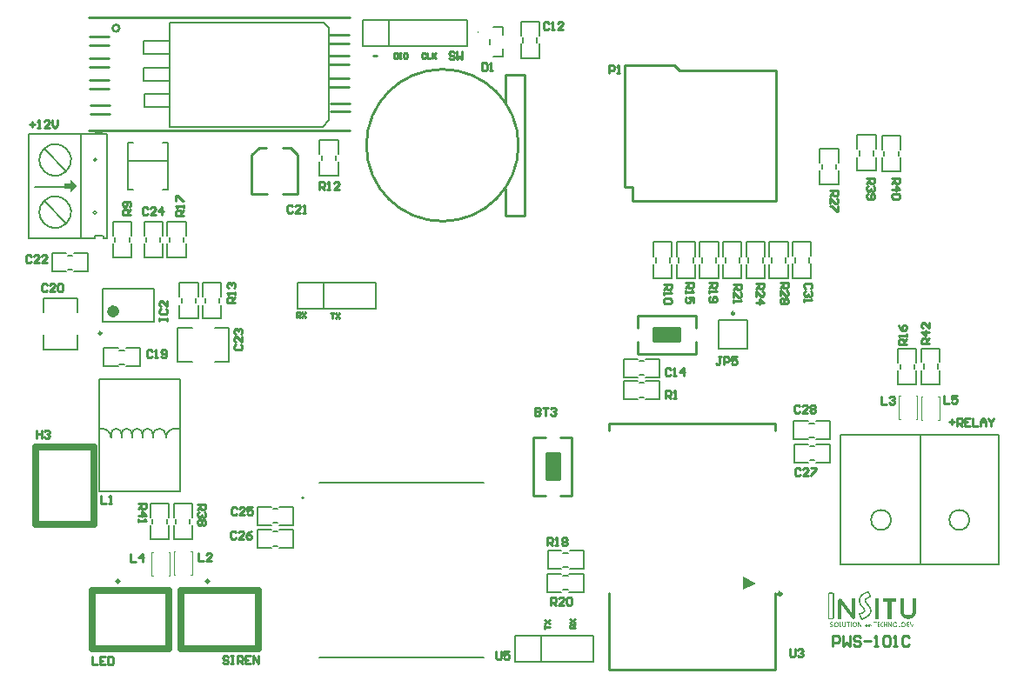
<source format=gto>
G04*
G04 #@! TF.GenerationSoftware,Altium Limited,Altium Designer,20.2.6 (244)*
G04*
G04 Layer_Color=65535*
%FSTAX24Y24*%
%MOIN*%
G70*
G04*
G04 #@! TF.SameCoordinates,20AB1978-7CCD-4664-BF1E-2587ED644C09*
G04*
G04*
G04 #@! TF.FilePolarity,Positive*
G04*
G01*
G75*
%ADD10C,0.0079*%
%ADD11C,0.0098*%
%ADD12C,0.0100*%
%ADD13C,0.0080*%
%ADD14C,0.0118*%
%ADD15C,0.0070*%
%ADD16C,0.0236*%
%ADD17C,0.0250*%
%ADD18C,0.0050*%
%ADD19C,0.0040*%
%ADD20R,0.0500X0.1000*%
%ADD21R,0.1000X0.0500*%
G36*
X00298Y01888D02*
X00273Y01863D01*
Y01878D01*
X00248D01*
Y01898D01*
X00273D01*
Y01913D01*
X00298Y01888D01*
D02*
G37*
G36*
X028975Y00365D02*
X028475Y0034D01*
Y0039D01*
X028975Y00365D01*
D02*
G37*
G36*
X032775Y003062D02*
Y00306D01*
Y003057D01*
Y003055D01*
Y003052D01*
Y00305D01*
Y003047D01*
Y003044D01*
Y003042D01*
Y003039D01*
Y003037D01*
Y003034D01*
Y003032D01*
Y003029D01*
Y003027D01*
Y003024D01*
Y003022D01*
Y003019D01*
Y003017D01*
Y003014D01*
Y003012D01*
Y003009D01*
Y003007D01*
Y003004D01*
Y003001D01*
Y002999D01*
Y002996D01*
Y002994D01*
Y002991D01*
Y002989D01*
Y002986D01*
Y002984D01*
Y002981D01*
Y002979D01*
Y002976D01*
Y002974D01*
Y002971D01*
Y002969D01*
Y002966D01*
Y002964D01*
Y002961D01*
Y002958D01*
Y002956D01*
Y002953D01*
Y002951D01*
Y002948D01*
Y002946D01*
Y002943D01*
Y002941D01*
Y002938D01*
Y002936D01*
Y002933D01*
Y002931D01*
Y002928D01*
Y002926D01*
Y002923D01*
Y002921D01*
Y002918D01*
Y002915D01*
Y002913D01*
Y00291D01*
Y002908D01*
Y002905D01*
Y002903D01*
Y0029D01*
Y002898D01*
Y002895D01*
Y002893D01*
Y00289D01*
Y002888D01*
Y002885D01*
Y002883D01*
Y00288D01*
Y002878D01*
Y002875D01*
Y002872D01*
Y00287D01*
Y002867D01*
Y002865D01*
Y002862D01*
Y00286D01*
Y002857D01*
Y002855D01*
Y002852D01*
Y00285D01*
Y002847D01*
Y002845D01*
Y002842D01*
Y00284D01*
Y002837D01*
Y002835D01*
Y002832D01*
Y002829D01*
Y002827D01*
Y002824D01*
Y002822D01*
Y002819D01*
Y002817D01*
Y002814D01*
Y002812D01*
Y002809D01*
Y002807D01*
Y002804D01*
Y002802D01*
Y002799D01*
Y002797D01*
Y002794D01*
Y002792D01*
Y002789D01*
Y002786D01*
Y002784D01*
Y002781D01*
Y002779D01*
Y002776D01*
Y002774D01*
Y002771D01*
Y002769D01*
Y002766D01*
Y002764D01*
Y002761D01*
Y002759D01*
Y002756D01*
Y002754D01*
Y002751D01*
Y002749D01*
Y002746D01*
Y002743D01*
Y002741D01*
Y002738D01*
Y002736D01*
Y002733D01*
Y002731D01*
Y002728D01*
Y002726D01*
Y002723D01*
Y002721D01*
Y002718D01*
Y002716D01*
Y002713D01*
Y002711D01*
Y002708D01*
Y002706D01*
Y002703D01*
Y0027D01*
Y002698D01*
Y002695D01*
Y002693D01*
Y00269D01*
Y002688D01*
Y002685D01*
Y002683D01*
Y00268D01*
Y002678D01*
Y002675D01*
Y002673D01*
Y00267D01*
Y002668D01*
Y002665D01*
Y002663D01*
Y00266D01*
Y002657D01*
Y002655D01*
Y002652D01*
Y00265D01*
Y002647D01*
Y002645D01*
Y002642D01*
Y00264D01*
Y002637D01*
Y002635D01*
Y002632D01*
Y00263D01*
Y002627D01*
Y002625D01*
Y002622D01*
Y00262D01*
Y002617D01*
Y002614D01*
Y002612D01*
Y002609D01*
Y002607D01*
Y002604D01*
Y002602D01*
Y002599D01*
Y002597D01*
Y002594D01*
Y002592D01*
Y002589D01*
Y002587D01*
Y002584D01*
Y002582D01*
Y002579D01*
Y002577D01*
Y002574D01*
Y002571D01*
Y002569D01*
Y002566D01*
Y002564D01*
Y002561D01*
Y002559D01*
Y002556D01*
Y002554D01*
Y002551D01*
Y002549D01*
Y002546D01*
Y002544D01*
Y002541D01*
Y002539D01*
Y002536D01*
Y002534D01*
Y002531D01*
Y002528D01*
Y002526D01*
Y002523D01*
Y002521D01*
Y002518D01*
Y002516D01*
Y002513D01*
Y002511D01*
Y002508D01*
Y002506D01*
Y002503D01*
Y002501D01*
Y002498D01*
Y002496D01*
Y002493D01*
Y002491D01*
Y002488D01*
Y002485D01*
Y002483D01*
Y00248D01*
Y002478D01*
Y002475D01*
Y002473D01*
Y00247D01*
Y002468D01*
Y002465D01*
Y002463D01*
Y00246D01*
Y002458D01*
Y002455D01*
Y002453D01*
Y00245D01*
Y002448D01*
Y002445D01*
Y002443D01*
Y00244D01*
Y002437D01*
Y002435D01*
Y002432D01*
Y00243D01*
Y002427D01*
Y002425D01*
Y002422D01*
Y00242D01*
Y002417D01*
Y002415D01*
Y002412D01*
Y00241D01*
Y002407D01*
Y002405D01*
Y002402D01*
Y0024D01*
Y002397D01*
Y002394D01*
Y002392D01*
Y002389D01*
Y002387D01*
Y002384D01*
Y002382D01*
Y002379D01*
Y002377D01*
Y002374D01*
Y002372D01*
Y002369D01*
Y002367D01*
Y002364D01*
Y002362D01*
Y002359D01*
Y002357D01*
Y002354D01*
Y002351D01*
Y002349D01*
Y002346D01*
Y002344D01*
Y002341D01*
X032773D01*
Y002339D01*
Y002336D01*
Y002334D01*
Y002331D01*
Y002329D01*
Y002326D01*
X03277D01*
Y002324D01*
Y002321D01*
Y002319D01*
Y002316D01*
X032768D01*
Y002314D01*
Y002311D01*
X032765D01*
Y002308D01*
Y002306D01*
X032763D01*
Y002303D01*
Y002301D01*
X03276D01*
Y002298D01*
X032758D01*
Y002296D01*
X032755D01*
Y002293D01*
X032753D01*
Y002291D01*
X032748D01*
Y002288D01*
X032743D01*
Y002286D01*
X03273D01*
Y002283D01*
X032715D01*
Y002286D01*
X0327D01*
Y002288D01*
X032692D01*
Y002291D01*
X032684D01*
Y002293D01*
X032679D01*
Y002296D01*
X032677D01*
Y002298D01*
X032672D01*
Y002301D01*
X032669D01*
Y002303D01*
X032664D01*
Y002306D01*
X032662D01*
Y002308D01*
X032659D01*
Y002311D01*
X032657D01*
Y002314D01*
X032654D01*
Y002316D01*
X032652D01*
Y002319D01*
X032649D01*
Y002321D01*
X032647D01*
Y002324D01*
X032644D01*
Y002326D01*
X032641D01*
Y002329D01*
X032639D01*
Y002331D01*
X032636D01*
Y002334D01*
X032634D01*
Y002336D01*
X032631D01*
Y002339D01*
X032629D01*
Y002341D01*
Y002344D01*
X032626D01*
Y002346D01*
X032624D01*
Y002349D01*
X032621D01*
Y002351D01*
Y002354D01*
X032619D01*
Y002357D01*
X032616D01*
Y002359D01*
X032614D01*
Y002362D01*
Y002364D01*
X032611D01*
Y002367D01*
X032609D01*
Y002369D01*
X032606D01*
Y002372D01*
Y002374D01*
X032604D01*
Y002377D01*
X032601D01*
Y002379D01*
X032598D01*
Y002382D01*
Y002384D01*
X032596D01*
Y002387D01*
X032593D01*
Y002389D01*
X032591D01*
Y002392D01*
X032588D01*
Y002394D01*
Y002397D01*
X032586D01*
Y0024D01*
X032583D01*
Y002402D01*
X032581D01*
Y002405D01*
Y002407D01*
X032578D01*
Y00241D01*
X032576D01*
Y002412D01*
X032573D01*
Y002415D01*
Y002417D01*
X032571D01*
Y00242D01*
X032568D01*
Y002422D01*
X032566D01*
Y002425D01*
Y002427D01*
X032563D01*
Y00243D01*
X032561D01*
Y002432D01*
X032558D01*
Y002435D01*
Y002437D01*
X032555D01*
Y00244D01*
X032553D01*
Y002443D01*
X03255D01*
Y002445D01*
X032548D01*
Y002448D01*
Y00245D01*
X032545D01*
Y002453D01*
X032543D01*
Y002455D01*
X03254D01*
Y002458D01*
Y00246D01*
X032538D01*
Y002463D01*
X032535D01*
Y002465D01*
X032533D01*
Y002468D01*
Y00247D01*
X03253D01*
Y002473D01*
X032528D01*
Y002475D01*
X032525D01*
Y002478D01*
Y00248D01*
X032523D01*
Y002483D01*
X03252D01*
Y002485D01*
X032518D01*
Y002488D01*
Y002491D01*
X032515D01*
Y002493D01*
X032512D01*
Y002496D01*
X03251D01*
Y002498D01*
Y002501D01*
X032507D01*
Y002503D01*
X032505D01*
Y002506D01*
X032502D01*
Y002508D01*
X0325D01*
Y002511D01*
Y002513D01*
X032497D01*
Y002516D01*
X032495D01*
Y002518D01*
X032492D01*
Y002521D01*
Y002523D01*
X03249D01*
Y002526D01*
X032487D01*
Y002528D01*
X032485D01*
Y002531D01*
Y002534D01*
X032482D01*
Y002536D01*
X03248D01*
Y002539D01*
X032477D01*
Y002541D01*
Y002544D01*
X032475D01*
Y002546D01*
X032472D01*
Y002549D01*
X032469D01*
Y002551D01*
Y002554D01*
X032467D01*
Y002556D01*
X032464D01*
Y002559D01*
X032462D01*
Y002561D01*
X032459D01*
Y002564D01*
Y002566D01*
X032457D01*
Y002569D01*
X032454D01*
Y002571D01*
X032452D01*
Y002574D01*
Y002577D01*
X032449D01*
Y002579D01*
X032447D01*
Y002582D01*
X032444D01*
Y002584D01*
Y002587D01*
X032442D01*
Y002589D01*
X032439D01*
Y002592D01*
X032437D01*
Y002594D01*
Y002597D01*
X032434D01*
Y002599D01*
X032432D01*
Y002602D01*
X032429D01*
Y002604D01*
Y002607D01*
X032426D01*
Y002609D01*
X032424D01*
Y002612D01*
X032421D01*
Y002614D01*
Y002617D01*
X032419D01*
Y00262D01*
X032416D01*
Y002622D01*
X032414D01*
Y002625D01*
X032411D01*
Y002627D01*
Y00263D01*
X032409D01*
Y002632D01*
X032406D01*
Y002635D01*
X032404D01*
Y002637D01*
Y00264D01*
X032401D01*
Y002642D01*
X032399D01*
Y002645D01*
X032396D01*
Y002647D01*
Y00265D01*
X032394D01*
Y002652D01*
X032391D01*
Y002655D01*
X032389D01*
Y002657D01*
Y00266D01*
X032386D01*
Y002663D01*
X032383D01*
Y002665D01*
X032381D01*
Y002668D01*
Y00267D01*
X032378D01*
Y002673D01*
X032376D01*
Y002675D01*
X032373D01*
Y002678D01*
X032371D01*
Y00268D01*
Y002683D01*
X032368D01*
Y002685D01*
X032366D01*
Y002688D01*
X032363D01*
Y00269D01*
Y002693D01*
X032361D01*
Y002695D01*
X032358D01*
Y002698D01*
X032356D01*
Y0027D01*
Y002703D01*
X032353D01*
Y002706D01*
X032351D01*
Y002708D01*
X032348D01*
Y002711D01*
Y002713D01*
X032346D01*
Y002716D01*
X032343D01*
Y002718D01*
X03234D01*
Y002721D01*
Y002723D01*
X032338D01*
Y002726D01*
X032335D01*
Y002728D01*
X032333D01*
Y002731D01*
Y002733D01*
X03233D01*
Y002736D01*
X032328D01*
Y002738D01*
X032325D01*
Y002741D01*
X032323D01*
Y002743D01*
Y002746D01*
X03232D01*
Y002749D01*
X032318D01*
Y002751D01*
X032315D01*
Y002754D01*
Y002756D01*
X032313D01*
Y002759D01*
X03231D01*
Y002761D01*
X032308D01*
Y002764D01*
Y002766D01*
X032305D01*
Y002769D01*
X032303D01*
Y002771D01*
X0323D01*
Y002774D01*
Y002776D01*
X032297D01*
Y002779D01*
X032295D01*
Y002781D01*
X032292D01*
Y002784D01*
Y002786D01*
X03229D01*
Y002789D01*
X032287D01*
Y002792D01*
X032285D01*
Y002794D01*
X032282D01*
Y002797D01*
Y002799D01*
X03228D01*
Y002802D01*
X032277D01*
Y002804D01*
X032275D01*
Y002807D01*
Y002809D01*
X032272D01*
Y002812D01*
X03227D01*
Y002814D01*
X032267D01*
Y002817D01*
Y002819D01*
X032265D01*
Y002822D01*
X032262D01*
Y002819D01*
Y002817D01*
Y002814D01*
Y002812D01*
Y002809D01*
Y002807D01*
Y002804D01*
Y002802D01*
Y002799D01*
Y002797D01*
Y002794D01*
Y002792D01*
Y002789D01*
Y002786D01*
Y002784D01*
Y002781D01*
Y002779D01*
Y002776D01*
Y002774D01*
Y002771D01*
Y002769D01*
Y002766D01*
Y002764D01*
Y002761D01*
Y002759D01*
Y002756D01*
Y002754D01*
Y002751D01*
Y002749D01*
Y002746D01*
Y002743D01*
Y002741D01*
Y002738D01*
Y002736D01*
Y002733D01*
Y002731D01*
Y002728D01*
Y002726D01*
Y002723D01*
Y002721D01*
Y002718D01*
Y002716D01*
Y002713D01*
Y002711D01*
Y002708D01*
Y002706D01*
Y002703D01*
Y0027D01*
Y002698D01*
Y002695D01*
Y002693D01*
Y00269D01*
Y002688D01*
Y002685D01*
Y002683D01*
Y00268D01*
Y002678D01*
Y002675D01*
Y002673D01*
Y00267D01*
Y002668D01*
Y002665D01*
Y002663D01*
Y00266D01*
Y002657D01*
Y002655D01*
Y002652D01*
Y00265D01*
Y002647D01*
Y002645D01*
Y002642D01*
Y00264D01*
Y002637D01*
Y002635D01*
Y002632D01*
Y00263D01*
Y002627D01*
Y002625D01*
Y002622D01*
Y00262D01*
Y002617D01*
Y002614D01*
Y002612D01*
Y002609D01*
Y002607D01*
Y002604D01*
Y002602D01*
Y002599D01*
Y002597D01*
Y002594D01*
Y002592D01*
Y002589D01*
Y002587D01*
Y002584D01*
Y002582D01*
Y002579D01*
Y002577D01*
Y002574D01*
Y002571D01*
Y002569D01*
Y002566D01*
Y002564D01*
Y002561D01*
Y002559D01*
Y002556D01*
Y002554D01*
Y002551D01*
Y002549D01*
Y002546D01*
Y002544D01*
Y002541D01*
Y002539D01*
Y002536D01*
Y002534D01*
Y002531D01*
Y002528D01*
Y002526D01*
Y002523D01*
Y002521D01*
Y002518D01*
Y002516D01*
Y002513D01*
Y002511D01*
Y002508D01*
Y002506D01*
Y002503D01*
Y002501D01*
Y002498D01*
Y002496D01*
Y002493D01*
Y002491D01*
Y002488D01*
Y002485D01*
Y002483D01*
Y00248D01*
Y002478D01*
Y002475D01*
Y002473D01*
Y00247D01*
Y002468D01*
Y002465D01*
Y002463D01*
Y00246D01*
Y002458D01*
Y002455D01*
Y002453D01*
Y00245D01*
Y002448D01*
Y002445D01*
Y002443D01*
Y00244D01*
Y002437D01*
Y002435D01*
Y002432D01*
Y00243D01*
Y002427D01*
Y002425D01*
Y002422D01*
Y00242D01*
Y002417D01*
Y002415D01*
Y002412D01*
Y00241D01*
Y002407D01*
Y002405D01*
Y002402D01*
Y0024D01*
Y002397D01*
Y002394D01*
Y002392D01*
Y002389D01*
Y002387D01*
Y002384D01*
Y002382D01*
Y002379D01*
Y002377D01*
Y002374D01*
Y002372D01*
Y002369D01*
Y002367D01*
Y002364D01*
Y002362D01*
Y002359D01*
Y002357D01*
Y002354D01*
Y002351D01*
Y002349D01*
Y002346D01*
Y002344D01*
Y002341D01*
Y002339D01*
Y002336D01*
Y002334D01*
Y002331D01*
Y002329D01*
Y002326D01*
Y002324D01*
Y002321D01*
Y002319D01*
Y002316D01*
Y002314D01*
Y002311D01*
Y002308D01*
Y002306D01*
Y002303D01*
Y002301D01*
Y002298D01*
Y002296D01*
Y002293D01*
Y002291D01*
X032131D01*
Y002293D01*
Y002296D01*
Y002298D01*
Y002301D01*
Y002303D01*
Y002306D01*
Y002308D01*
Y002311D01*
Y002314D01*
Y002316D01*
Y002319D01*
Y002321D01*
Y002324D01*
Y002326D01*
Y002329D01*
Y002331D01*
Y002334D01*
Y002336D01*
Y002339D01*
Y002341D01*
Y002344D01*
Y002346D01*
Y002349D01*
Y002351D01*
Y002354D01*
Y002357D01*
Y002359D01*
Y002362D01*
Y002364D01*
Y002367D01*
Y002369D01*
Y002372D01*
Y002374D01*
Y002377D01*
Y002379D01*
Y002382D01*
Y002384D01*
Y002387D01*
Y002389D01*
Y002392D01*
Y002394D01*
Y002397D01*
Y0024D01*
Y002402D01*
Y002405D01*
Y002407D01*
Y00241D01*
Y002412D01*
Y002415D01*
Y002417D01*
Y00242D01*
Y002422D01*
Y002425D01*
Y002427D01*
Y00243D01*
Y002432D01*
Y002435D01*
Y002437D01*
Y00244D01*
Y002443D01*
Y002445D01*
Y002448D01*
Y00245D01*
Y002453D01*
Y002455D01*
Y002458D01*
Y00246D01*
Y002463D01*
Y002465D01*
Y002468D01*
Y00247D01*
Y002473D01*
Y002475D01*
Y002478D01*
Y00248D01*
Y002483D01*
Y002485D01*
Y002488D01*
Y002491D01*
Y002493D01*
Y002496D01*
Y002498D01*
Y002501D01*
Y002503D01*
Y002506D01*
Y002508D01*
Y002511D01*
Y002513D01*
Y002516D01*
Y002518D01*
Y002521D01*
Y002523D01*
Y002526D01*
Y002528D01*
Y002531D01*
Y002534D01*
Y002536D01*
Y002539D01*
Y002541D01*
Y002544D01*
Y002546D01*
Y002549D01*
Y002551D01*
Y002554D01*
Y002556D01*
Y002559D01*
Y002561D01*
Y002564D01*
Y002566D01*
Y002569D01*
Y002571D01*
Y002574D01*
Y002577D01*
Y002579D01*
Y002582D01*
Y002584D01*
Y002587D01*
Y002589D01*
Y002592D01*
Y002594D01*
Y002597D01*
Y002599D01*
Y002602D01*
Y002604D01*
Y002607D01*
Y002609D01*
Y002612D01*
Y002614D01*
Y002617D01*
Y00262D01*
Y002622D01*
Y002625D01*
Y002627D01*
Y00263D01*
Y002632D01*
Y002635D01*
Y002637D01*
Y00264D01*
Y002642D01*
Y002645D01*
Y002647D01*
Y00265D01*
Y002652D01*
Y002655D01*
Y002657D01*
Y00266D01*
Y002663D01*
Y002665D01*
Y002668D01*
Y00267D01*
Y002673D01*
Y002675D01*
Y002678D01*
Y00268D01*
Y002683D01*
Y002685D01*
Y002688D01*
Y00269D01*
Y002693D01*
Y002695D01*
Y002698D01*
Y0027D01*
Y002703D01*
Y002706D01*
Y002708D01*
Y002711D01*
Y002713D01*
Y002716D01*
Y002718D01*
Y002721D01*
Y002723D01*
Y002726D01*
Y002728D01*
Y002731D01*
Y002733D01*
Y002736D01*
Y002738D01*
Y002741D01*
Y002743D01*
Y002746D01*
Y002749D01*
Y002751D01*
Y002754D01*
Y002756D01*
Y002759D01*
Y002761D01*
Y002764D01*
Y002766D01*
Y002769D01*
Y002771D01*
Y002774D01*
Y002776D01*
Y002779D01*
Y002781D01*
Y002784D01*
Y002786D01*
Y002789D01*
Y002792D01*
Y002794D01*
Y002797D01*
Y002799D01*
Y002802D01*
Y002804D01*
Y002807D01*
Y002809D01*
Y002812D01*
Y002814D01*
Y002817D01*
Y002819D01*
Y002822D01*
Y002824D01*
Y002827D01*
Y002829D01*
Y002832D01*
Y002835D01*
Y002837D01*
Y00284D01*
Y002842D01*
Y002845D01*
Y002847D01*
Y00285D01*
Y002852D01*
Y002855D01*
Y002857D01*
Y00286D01*
Y002862D01*
Y002865D01*
Y002867D01*
Y00287D01*
Y002872D01*
Y002875D01*
Y002878D01*
Y00288D01*
Y002883D01*
Y002885D01*
Y002888D01*
Y00289D01*
Y002893D01*
Y002895D01*
Y002898D01*
Y0029D01*
Y002903D01*
Y002905D01*
Y002908D01*
Y00291D01*
Y002913D01*
Y002915D01*
Y002918D01*
Y002921D01*
Y002923D01*
Y002926D01*
Y002928D01*
Y002931D01*
Y002933D01*
Y002936D01*
Y002938D01*
Y002941D01*
Y002943D01*
Y002946D01*
Y002948D01*
Y002951D01*
Y002953D01*
Y002956D01*
Y002958D01*
Y002961D01*
Y002964D01*
Y002966D01*
Y002969D01*
Y002971D01*
Y002974D01*
Y002976D01*
Y002979D01*
Y002981D01*
Y002984D01*
Y002986D01*
Y002989D01*
Y002991D01*
Y002994D01*
Y002996D01*
Y002999D01*
Y003001D01*
Y003004D01*
Y003007D01*
X032133D01*
Y003009D01*
Y003012D01*
Y003014D01*
Y003017D01*
Y003019D01*
Y003022D01*
X032136D01*
Y003024D01*
Y003027D01*
X032138D01*
Y003029D01*
Y003032D01*
Y003034D01*
X032141D01*
Y003037D01*
X032143D01*
Y003039D01*
Y003042D01*
X032146D01*
Y003044D01*
X032148D01*
Y003047D01*
X032151D01*
Y00305D01*
X032153D01*
Y003052D01*
X032156D01*
Y003055D01*
X032161D01*
Y003057D01*
X032166D01*
Y00306D01*
X032174D01*
Y003062D01*
X032186D01*
Y003065D01*
X032209D01*
Y003062D01*
X032222D01*
Y00306D01*
X032229D01*
Y003057D01*
X032234D01*
Y003055D01*
X032239D01*
Y003052D01*
X032244D01*
Y00305D01*
X032247D01*
Y003047D01*
X032249D01*
Y003044D01*
X032254D01*
Y003042D01*
X032257D01*
Y003039D01*
X03226D01*
Y003037D01*
X032262D01*
Y003034D01*
X032265D01*
Y003032D01*
X032267D01*
Y003029D01*
Y003027D01*
X03227D01*
Y003024D01*
X032272D01*
Y003022D01*
X032275D01*
Y003019D01*
Y003017D01*
X032277D01*
Y003014D01*
X03228D01*
Y003012D01*
X032282D01*
Y003009D01*
Y003007D01*
X032285D01*
Y003004D01*
X032287D01*
Y003001D01*
X03229D01*
Y002999D01*
X032292D01*
Y002996D01*
Y002994D01*
X032295D01*
Y002991D01*
X032297D01*
Y002989D01*
X0323D01*
Y002986D01*
Y002984D01*
X032303D01*
Y002981D01*
X032305D01*
Y002979D01*
X032308D01*
Y002976D01*
Y002974D01*
X03231D01*
Y002971D01*
X032313D01*
Y002969D01*
X032315D01*
Y002966D01*
Y002964D01*
X032318D01*
Y002961D01*
X03232D01*
Y002958D01*
X032323D01*
Y002956D01*
Y002953D01*
X032325D01*
Y002951D01*
X032328D01*
Y002948D01*
X03233D01*
Y002946D01*
X032333D01*
Y002943D01*
Y002941D01*
X032335D01*
Y002938D01*
X032338D01*
Y002936D01*
X03234D01*
Y002933D01*
Y002931D01*
X032343D01*
Y002928D01*
X032346D01*
Y002926D01*
X032348D01*
Y002923D01*
Y002921D01*
X032351D01*
Y002918D01*
X032353D01*
Y002915D01*
X032356D01*
Y002913D01*
Y00291D01*
X032358D01*
Y002908D01*
X032361D01*
Y002905D01*
X032363D01*
Y002903D01*
Y0029D01*
X032366D01*
Y002898D01*
X032368D01*
Y002895D01*
X032371D01*
Y002893D01*
Y00289D01*
X032373D01*
Y002888D01*
X032376D01*
Y002885D01*
X032378D01*
Y002883D01*
X032381D01*
Y00288D01*
Y002878D01*
X032383D01*
Y002875D01*
X032386D01*
Y002872D01*
X032389D01*
Y00287D01*
Y002867D01*
X032391D01*
Y002865D01*
X032394D01*
Y002862D01*
X032396D01*
Y00286D01*
Y002857D01*
X032399D01*
Y002855D01*
X032401D01*
Y002852D01*
X032404D01*
Y00285D01*
Y002847D01*
X032406D01*
Y002845D01*
X032409D01*
Y002842D01*
X032411D01*
Y00284D01*
Y002837D01*
X032414D01*
Y002835D01*
X032416D01*
Y002832D01*
X032419D01*
Y002829D01*
Y002827D01*
X032421D01*
Y002824D01*
X032424D01*
Y002822D01*
X032426D01*
Y002819D01*
X032429D01*
Y002817D01*
Y002814D01*
X032432D01*
Y002812D01*
X032434D01*
Y002809D01*
X032437D01*
Y002807D01*
Y002804D01*
X032439D01*
Y002802D01*
X032442D01*
Y002799D01*
X032444D01*
Y002797D01*
Y002794D01*
X032447D01*
Y002792D01*
X032449D01*
Y002789D01*
X032452D01*
Y002786D01*
Y002784D01*
X032454D01*
Y002781D01*
X032457D01*
Y002779D01*
X032459D01*
Y002776D01*
Y002774D01*
X032462D01*
Y002771D01*
X032464D01*
Y002769D01*
X032467D01*
Y002766D01*
Y002764D01*
X032469D01*
Y002761D01*
X032472D01*
Y002759D01*
X032475D01*
Y002756D01*
X032477D01*
Y002754D01*
Y002751D01*
X03248D01*
Y002749D01*
X032482D01*
Y002746D01*
X032485D01*
Y002743D01*
Y002741D01*
X032487D01*
Y002738D01*
X03249D01*
Y002736D01*
X032492D01*
Y002733D01*
Y002731D01*
X032495D01*
Y002728D01*
X032497D01*
Y002726D01*
X0325D01*
Y002723D01*
Y002721D01*
X032502D01*
Y002718D01*
X032505D01*
Y002716D01*
X032507D01*
Y002713D01*
Y002711D01*
X03251D01*
Y002708D01*
X032512D01*
Y002706D01*
X032515D01*
Y002703D01*
X032518D01*
Y0027D01*
Y002698D01*
X03252D01*
Y002695D01*
X032523D01*
Y002693D01*
X032525D01*
Y00269D01*
Y002688D01*
X032528D01*
Y002685D01*
X03253D01*
Y002683D01*
X032533D01*
Y00268D01*
Y002678D01*
X032535D01*
Y002675D01*
X032538D01*
Y002673D01*
X03254D01*
Y00267D01*
Y002668D01*
X032543D01*
Y002665D01*
X032545D01*
Y002663D01*
X032548D01*
Y00266D01*
Y002657D01*
X03255D01*
Y002655D01*
X032553D01*
Y002652D01*
X032555D01*
Y00265D01*
Y002647D01*
X032558D01*
Y002645D01*
X032561D01*
Y002642D01*
X032563D01*
Y00264D01*
X032566D01*
Y002637D01*
Y002635D01*
X032568D01*
Y002632D01*
X032571D01*
Y00263D01*
X032573D01*
Y002627D01*
Y002625D01*
X032576D01*
Y002622D01*
X032578D01*
Y00262D01*
X032581D01*
Y002617D01*
Y002614D01*
X032583D01*
Y002612D01*
X032586D01*
Y002609D01*
X032588D01*
Y002607D01*
Y002604D01*
X032591D01*
Y002602D01*
X032593D01*
Y002599D01*
X032596D01*
Y002597D01*
Y002594D01*
X032598D01*
Y002592D01*
X032601D01*
Y002589D01*
X032604D01*
Y002587D01*
Y002584D01*
X032606D01*
Y002582D01*
X032609D01*
Y002579D01*
X032611D01*
Y002577D01*
X032614D01*
Y002574D01*
Y002571D01*
X032616D01*
Y002569D01*
X032619D01*
Y002566D01*
X032621D01*
Y002564D01*
Y002561D01*
X032624D01*
Y002559D01*
X032626D01*
Y002556D01*
X032629D01*
Y002554D01*
Y002551D01*
X032631D01*
Y002549D01*
X032634D01*
Y002546D01*
X032636D01*
Y002544D01*
Y002541D01*
X032639D01*
Y002539D01*
X032641D01*
Y002536D01*
X032644D01*
Y002539D01*
Y002541D01*
Y002544D01*
Y002546D01*
Y002549D01*
Y002551D01*
Y002554D01*
Y002556D01*
Y002559D01*
Y002561D01*
Y002564D01*
Y002566D01*
Y002569D01*
Y002571D01*
Y002574D01*
Y002577D01*
Y002579D01*
Y002582D01*
Y002584D01*
Y002587D01*
Y002589D01*
Y002592D01*
Y002594D01*
Y002597D01*
Y002599D01*
Y002602D01*
Y002604D01*
Y002607D01*
Y002609D01*
Y002612D01*
Y002614D01*
Y002617D01*
Y00262D01*
Y002622D01*
Y002625D01*
Y002627D01*
Y00263D01*
Y002632D01*
Y002635D01*
Y002637D01*
Y00264D01*
Y002642D01*
Y002645D01*
Y002647D01*
Y00265D01*
Y002652D01*
Y002655D01*
Y002657D01*
Y00266D01*
Y002663D01*
Y002665D01*
Y002668D01*
Y00267D01*
Y002673D01*
Y002675D01*
Y002678D01*
Y00268D01*
Y002683D01*
Y002685D01*
Y002688D01*
Y00269D01*
Y002693D01*
Y002695D01*
Y002698D01*
Y0027D01*
Y002703D01*
Y002706D01*
Y002708D01*
Y002711D01*
Y002713D01*
Y002716D01*
Y002718D01*
Y002721D01*
Y002723D01*
Y002726D01*
Y002728D01*
Y002731D01*
Y002733D01*
Y002736D01*
Y002738D01*
Y002741D01*
Y002743D01*
Y002746D01*
Y002749D01*
Y002751D01*
Y002754D01*
Y002756D01*
Y002759D01*
Y002761D01*
Y002764D01*
Y002766D01*
Y002769D01*
Y002771D01*
Y002774D01*
Y002776D01*
Y002779D01*
Y002781D01*
Y002784D01*
Y002786D01*
Y002789D01*
Y002792D01*
Y002794D01*
Y002797D01*
Y002799D01*
Y002802D01*
Y002804D01*
Y002807D01*
Y002809D01*
Y002812D01*
Y002814D01*
Y002817D01*
Y002819D01*
Y002822D01*
Y002824D01*
Y002827D01*
Y002829D01*
Y002832D01*
Y002835D01*
Y002837D01*
Y00284D01*
Y002842D01*
Y002845D01*
Y002847D01*
Y00285D01*
Y002852D01*
Y002855D01*
Y002857D01*
Y00286D01*
Y002862D01*
Y002865D01*
Y002867D01*
Y00287D01*
Y002872D01*
Y002875D01*
Y002878D01*
Y00288D01*
Y002883D01*
Y002885D01*
Y002888D01*
Y00289D01*
Y002893D01*
Y002895D01*
Y002898D01*
Y0029D01*
Y002903D01*
Y002905D01*
Y002908D01*
Y00291D01*
Y002913D01*
Y002915D01*
Y002918D01*
Y002921D01*
Y002923D01*
Y002926D01*
Y002928D01*
Y002931D01*
Y002933D01*
Y002936D01*
Y002938D01*
Y002941D01*
Y002943D01*
Y002946D01*
Y002948D01*
Y002951D01*
Y002953D01*
Y002956D01*
Y002958D01*
Y002961D01*
Y002964D01*
Y002966D01*
Y002969D01*
Y002971D01*
Y002974D01*
Y002976D01*
Y002979D01*
Y002981D01*
Y002984D01*
Y002986D01*
Y002989D01*
Y002991D01*
Y002994D01*
Y002996D01*
Y002999D01*
Y003001D01*
Y003004D01*
Y003007D01*
Y003009D01*
Y003012D01*
Y003014D01*
Y003017D01*
Y003019D01*
Y003022D01*
Y003024D01*
Y003027D01*
Y003029D01*
Y003032D01*
Y003034D01*
Y003037D01*
Y003039D01*
Y003042D01*
Y003044D01*
Y003047D01*
Y00305D01*
Y003052D01*
Y003055D01*
Y003057D01*
Y00306D01*
Y003062D01*
Y003065D01*
X032775D01*
Y003062D01*
D02*
G37*
G36*
X03512D02*
Y00306D01*
Y003057D01*
Y003055D01*
Y003052D01*
Y00305D01*
Y003047D01*
Y003044D01*
Y003042D01*
Y003039D01*
Y003037D01*
Y003034D01*
Y003032D01*
Y003029D01*
Y003027D01*
Y003024D01*
Y003022D01*
Y003019D01*
Y003017D01*
Y003014D01*
Y003012D01*
Y003009D01*
Y003007D01*
Y003004D01*
Y003001D01*
Y002999D01*
Y002996D01*
Y002994D01*
Y002991D01*
Y002989D01*
Y002986D01*
Y002984D01*
Y002981D01*
Y002979D01*
Y002976D01*
Y002974D01*
Y002971D01*
Y002969D01*
Y002966D01*
Y002964D01*
Y002961D01*
Y002958D01*
Y002956D01*
Y002953D01*
Y002951D01*
Y002948D01*
Y002946D01*
Y002943D01*
Y002941D01*
Y002938D01*
Y002936D01*
Y002933D01*
Y002931D01*
Y002928D01*
Y002926D01*
Y002923D01*
Y002921D01*
Y002918D01*
Y002915D01*
Y002913D01*
Y00291D01*
Y002908D01*
Y002905D01*
Y002903D01*
Y0029D01*
Y002898D01*
Y002895D01*
Y002893D01*
Y00289D01*
Y002888D01*
Y002885D01*
Y002883D01*
Y00288D01*
Y002878D01*
Y002875D01*
Y002872D01*
Y00287D01*
Y002867D01*
Y002865D01*
Y002862D01*
Y00286D01*
Y002857D01*
Y002855D01*
Y002852D01*
Y00285D01*
Y002847D01*
Y002845D01*
Y002842D01*
Y00284D01*
Y002837D01*
Y002835D01*
Y002832D01*
Y002829D01*
Y002827D01*
Y002824D01*
Y002822D01*
Y002819D01*
Y002817D01*
Y002814D01*
Y002812D01*
Y002809D01*
Y002807D01*
Y002804D01*
Y002802D01*
Y002799D01*
Y002797D01*
Y002794D01*
Y002792D01*
Y002789D01*
Y002786D01*
Y002784D01*
Y002781D01*
Y002779D01*
Y002776D01*
Y002774D01*
Y002771D01*
Y002769D01*
Y002766D01*
Y002764D01*
Y002761D01*
Y002759D01*
Y002756D01*
Y002754D01*
Y002751D01*
Y002749D01*
Y002746D01*
Y002743D01*
Y002741D01*
Y002738D01*
Y002736D01*
Y002733D01*
Y002731D01*
Y002728D01*
Y002726D01*
Y002723D01*
Y002721D01*
Y002718D01*
Y002716D01*
Y002713D01*
Y002711D01*
Y002708D01*
Y002706D01*
Y002703D01*
Y0027D01*
Y002698D01*
Y002695D01*
Y002693D01*
Y00269D01*
Y002688D01*
Y002685D01*
Y002683D01*
Y00268D01*
Y002678D01*
Y002675D01*
Y002673D01*
Y00267D01*
Y002668D01*
Y002665D01*
Y002663D01*
Y00266D01*
Y002657D01*
Y002655D01*
Y002652D01*
Y00265D01*
Y002647D01*
Y002645D01*
Y002642D01*
Y00264D01*
Y002637D01*
Y002635D01*
Y002632D01*
Y00263D01*
Y002627D01*
Y002625D01*
Y002622D01*
Y00262D01*
Y002617D01*
Y002614D01*
Y002612D01*
Y002609D01*
Y002607D01*
Y002604D01*
Y002602D01*
Y002599D01*
Y002597D01*
Y002594D01*
Y002592D01*
Y002589D01*
X035118D01*
Y002587D01*
Y002584D01*
Y002582D01*
Y002579D01*
Y002577D01*
Y002574D01*
Y002571D01*
Y002569D01*
Y002566D01*
Y002564D01*
X035115D01*
Y002561D01*
Y002559D01*
Y002556D01*
Y002554D01*
Y002551D01*
Y002549D01*
Y002546D01*
X035113D01*
Y002544D01*
Y002541D01*
Y002539D01*
Y002536D01*
Y002534D01*
Y002531D01*
X03511D01*
Y002528D01*
Y002526D01*
Y002523D01*
Y002521D01*
Y002518D01*
X035107D01*
Y002516D01*
Y002513D01*
Y002511D01*
Y002508D01*
X035105D01*
Y002506D01*
Y002503D01*
Y002501D01*
Y002498D01*
X035102D01*
Y002496D01*
Y002493D01*
Y002491D01*
X0351D01*
Y002488D01*
Y002485D01*
Y002483D01*
X035097D01*
Y00248D01*
Y002478D01*
Y002475D01*
X035095D01*
Y002473D01*
Y00247D01*
Y002468D01*
X035092D01*
Y002465D01*
Y002463D01*
Y00246D01*
X03509D01*
Y002458D01*
Y002455D01*
X035087D01*
Y002453D01*
Y00245D01*
X035085D01*
Y002448D01*
Y002445D01*
X035082D01*
Y002443D01*
Y00244D01*
X03508D01*
Y002437D01*
Y002435D01*
X035077D01*
Y002432D01*
Y00243D01*
X035075D01*
Y002427D01*
Y002425D01*
X035072D01*
Y002422D01*
Y00242D01*
X03507D01*
Y002417D01*
Y002415D01*
X035067D01*
Y002412D01*
X035064D01*
Y00241D01*
Y002407D01*
X035062D01*
Y002405D01*
X035059D01*
Y002402D01*
Y0024D01*
X035057D01*
Y002397D01*
X035054D01*
Y002394D01*
X035052D01*
Y002392D01*
Y002389D01*
X035049D01*
Y002387D01*
X035047D01*
Y002384D01*
X035044D01*
Y002382D01*
X035042D01*
Y002379D01*
X035039D01*
Y002377D01*
X035037D01*
Y002374D01*
Y002372D01*
X035034D01*
Y002369D01*
X035032D01*
Y002367D01*
X035029D01*
Y002364D01*
X035027D01*
Y002362D01*
X035021D01*
Y002359D01*
X035019D01*
Y002357D01*
X035016D01*
Y002354D01*
X035014D01*
Y002351D01*
X035011D01*
Y002349D01*
X035009D01*
Y002346D01*
X035004D01*
Y002344D01*
X035001D01*
Y002341D01*
X034996D01*
Y002339D01*
X034994D01*
Y002336D01*
X034989D01*
Y002334D01*
X034986D01*
Y002331D01*
X034981D01*
Y002329D01*
X034976D01*
Y002326D01*
X034973D01*
Y002324D01*
X034968D01*
Y002321D01*
X034963D01*
Y002319D01*
X034956D01*
Y002316D01*
X034951D01*
Y002314D01*
X034946D01*
Y002311D01*
X034938D01*
Y002308D01*
X03493D01*
Y002306D01*
X034923D01*
Y002303D01*
X034913D01*
Y002301D01*
X034903D01*
Y002298D01*
X034887D01*
Y002296D01*
X03487D01*
Y002293D01*
X034753D01*
Y002296D01*
X034736D01*
Y002298D01*
X03472D01*
Y002301D01*
X03471D01*
Y002303D01*
X0347D01*
Y002306D01*
X034693D01*
Y002308D01*
X034685D01*
Y002311D01*
X034677D01*
Y002314D01*
X034672D01*
Y002316D01*
X034667D01*
Y002319D01*
X03466D01*
Y002321D01*
X034655D01*
Y002324D01*
X03465D01*
Y002326D01*
X034645D01*
Y002329D01*
X034642D01*
Y002331D01*
X034637D01*
Y002334D01*
X034632D01*
Y002336D01*
X034629D01*
Y002339D01*
X034624D01*
Y002341D01*
X034622D01*
Y002344D01*
X034619D01*
Y002346D01*
X034614D01*
Y002349D01*
X034612D01*
Y002351D01*
X034609D01*
Y002354D01*
X034607D01*
Y002357D01*
X034604D01*
Y002359D01*
X034602D01*
Y002362D01*
X034597D01*
Y002364D01*
X034594D01*
Y002367D01*
X034591D01*
Y002369D01*
X034589D01*
Y002372D01*
Y002374D01*
X034586D01*
Y002377D01*
X034584D01*
Y002379D01*
X034581D01*
Y002382D01*
X034579D01*
Y002384D01*
X034576D01*
Y002387D01*
X034574D01*
Y002389D01*
Y002392D01*
X034571D01*
Y002394D01*
X034569D01*
Y002397D01*
X034566D01*
Y0024D01*
Y002402D01*
X034564D01*
Y002405D01*
X034561D01*
Y002407D01*
Y00241D01*
X034559D01*
Y002412D01*
X034556D01*
Y002415D01*
Y002417D01*
X034554D01*
Y00242D01*
Y002422D01*
X034551D01*
Y002425D01*
X034548D01*
Y002427D01*
Y00243D01*
X034546D01*
Y002432D01*
Y002435D01*
X034543D01*
Y002437D01*
Y00244D01*
X034541D01*
Y002443D01*
Y002445D01*
X034538D01*
Y002448D01*
Y00245D01*
X034536D01*
Y002453D01*
Y002455D01*
Y002458D01*
X034533D01*
Y00246D01*
Y002463D01*
X034531D01*
Y002465D01*
Y002468D01*
Y00247D01*
X034528D01*
Y002473D01*
Y002475D01*
Y002478D01*
X034526D01*
Y00248D01*
Y002483D01*
Y002485D01*
X034523D01*
Y002488D01*
Y002491D01*
Y002493D01*
X034521D01*
Y002496D01*
Y002498D01*
Y002501D01*
Y002503D01*
X034518D01*
Y002506D01*
Y002508D01*
Y002511D01*
Y002513D01*
X034516D01*
Y002516D01*
Y002518D01*
Y002521D01*
Y002523D01*
Y002526D01*
X034513D01*
Y002528D01*
Y002531D01*
Y002534D01*
Y002536D01*
Y002539D01*
X034511D01*
Y002541D01*
Y002544D01*
Y002546D01*
Y002549D01*
Y002551D01*
Y002554D01*
X034508D01*
Y002556D01*
Y002559D01*
Y002561D01*
Y002564D01*
Y002566D01*
Y002569D01*
Y002571D01*
Y002574D01*
Y002577D01*
X034506D01*
Y002579D01*
Y002582D01*
Y002584D01*
Y002587D01*
Y002589D01*
Y002592D01*
Y002594D01*
Y002597D01*
Y002599D01*
Y002602D01*
Y002604D01*
Y002607D01*
Y002609D01*
Y002612D01*
Y002614D01*
X034503D01*
Y002617D01*
Y00262D01*
Y002622D01*
Y002625D01*
Y002627D01*
Y00263D01*
Y002632D01*
Y002635D01*
Y002637D01*
Y00264D01*
Y002642D01*
Y002645D01*
Y002647D01*
Y00265D01*
Y002652D01*
Y002655D01*
Y002657D01*
Y00266D01*
Y002663D01*
Y002665D01*
Y002668D01*
Y00267D01*
Y002673D01*
Y002675D01*
Y002678D01*
Y00268D01*
Y002683D01*
Y002685D01*
Y002688D01*
Y00269D01*
Y002693D01*
Y002695D01*
Y002698D01*
Y0027D01*
Y002703D01*
Y002706D01*
Y002708D01*
Y002711D01*
Y002713D01*
Y002716D01*
Y002718D01*
Y002721D01*
Y002723D01*
Y002726D01*
Y002728D01*
Y002731D01*
Y002733D01*
Y002736D01*
Y002738D01*
Y002741D01*
Y002743D01*
Y002746D01*
Y002749D01*
Y002751D01*
Y002754D01*
Y002756D01*
Y002759D01*
Y002761D01*
Y002764D01*
Y002766D01*
Y002769D01*
Y002771D01*
Y002774D01*
Y002776D01*
Y002779D01*
Y002781D01*
Y002784D01*
Y002786D01*
Y002789D01*
Y002792D01*
Y002794D01*
Y002797D01*
Y002799D01*
Y002802D01*
Y002804D01*
Y002807D01*
Y002809D01*
Y002812D01*
Y002814D01*
Y002817D01*
Y002819D01*
Y002822D01*
Y002824D01*
Y002827D01*
Y002829D01*
Y002832D01*
Y002835D01*
Y002837D01*
Y00284D01*
Y002842D01*
Y002845D01*
Y002847D01*
Y00285D01*
Y002852D01*
Y002855D01*
Y002857D01*
Y00286D01*
Y002862D01*
Y002865D01*
Y002867D01*
Y00287D01*
Y002872D01*
Y002875D01*
Y002878D01*
Y00288D01*
Y002883D01*
Y002885D01*
Y002888D01*
Y00289D01*
Y002893D01*
Y002895D01*
Y002898D01*
Y0029D01*
Y002903D01*
Y002905D01*
Y002908D01*
Y00291D01*
Y002913D01*
Y002915D01*
Y002918D01*
Y002921D01*
Y002923D01*
Y002926D01*
Y002928D01*
Y002931D01*
Y002933D01*
Y002936D01*
Y002938D01*
Y002941D01*
Y002943D01*
Y002946D01*
Y002948D01*
Y002951D01*
Y002953D01*
Y002956D01*
Y002958D01*
Y002961D01*
Y002964D01*
Y002966D01*
Y002969D01*
Y002971D01*
Y002974D01*
Y002976D01*
Y002979D01*
Y002981D01*
Y002984D01*
Y002986D01*
Y002989D01*
Y002991D01*
Y002994D01*
Y002996D01*
Y002999D01*
Y003001D01*
Y003004D01*
Y003007D01*
Y003009D01*
Y003012D01*
Y003014D01*
Y003017D01*
Y003019D01*
Y003022D01*
Y003024D01*
Y003027D01*
Y003029D01*
Y003032D01*
Y003034D01*
Y003037D01*
Y003039D01*
Y003042D01*
Y003044D01*
Y003047D01*
Y00305D01*
Y003052D01*
Y003055D01*
Y003057D01*
Y00306D01*
Y003062D01*
Y003065D01*
X03464D01*
Y003062D01*
Y00306D01*
Y003057D01*
Y003055D01*
Y003052D01*
Y00305D01*
Y003047D01*
Y003044D01*
Y003042D01*
Y003039D01*
Y003037D01*
Y003034D01*
Y003032D01*
Y003029D01*
Y003027D01*
Y003024D01*
Y003022D01*
Y003019D01*
Y003017D01*
Y003014D01*
Y003012D01*
Y003009D01*
Y003007D01*
Y003004D01*
Y003001D01*
Y002999D01*
Y002996D01*
Y002994D01*
Y002991D01*
Y002989D01*
Y002986D01*
Y002984D01*
Y002981D01*
Y002979D01*
Y002976D01*
Y002974D01*
Y002971D01*
Y002969D01*
Y002966D01*
Y002964D01*
Y002961D01*
Y002958D01*
Y002956D01*
Y002953D01*
Y002951D01*
Y002948D01*
Y002946D01*
Y002943D01*
Y002941D01*
Y002938D01*
Y002936D01*
Y002933D01*
Y002931D01*
Y002928D01*
Y002926D01*
Y002923D01*
Y002921D01*
Y002918D01*
Y002915D01*
Y002913D01*
Y00291D01*
Y002908D01*
Y002905D01*
Y002903D01*
Y0029D01*
Y002898D01*
Y002895D01*
Y002893D01*
Y00289D01*
Y002888D01*
Y002885D01*
Y002883D01*
Y00288D01*
Y002878D01*
Y002875D01*
Y002872D01*
Y00287D01*
Y002867D01*
Y002865D01*
Y002862D01*
Y00286D01*
Y002857D01*
Y002855D01*
Y002852D01*
Y00285D01*
Y002847D01*
Y002845D01*
Y002842D01*
Y00284D01*
Y002837D01*
Y002835D01*
Y002832D01*
Y002829D01*
Y002827D01*
Y002824D01*
Y002822D01*
Y002819D01*
Y002817D01*
Y002814D01*
Y002812D01*
Y002809D01*
Y002807D01*
Y002804D01*
Y002802D01*
Y002799D01*
Y002797D01*
Y002794D01*
Y002792D01*
Y002789D01*
Y002786D01*
Y002784D01*
Y002781D01*
Y002779D01*
Y002776D01*
Y002774D01*
Y002771D01*
Y002769D01*
Y002766D01*
Y002764D01*
Y002761D01*
Y002759D01*
Y002756D01*
Y002754D01*
Y002751D01*
Y002749D01*
Y002746D01*
Y002743D01*
Y002741D01*
Y002738D01*
Y002736D01*
Y002733D01*
Y002731D01*
Y002728D01*
Y002726D01*
Y002723D01*
Y002721D01*
Y002718D01*
Y002716D01*
Y002713D01*
Y002711D01*
Y002708D01*
Y002706D01*
Y002703D01*
Y0027D01*
Y002698D01*
Y002695D01*
Y002693D01*
Y00269D01*
Y002688D01*
Y002685D01*
Y002683D01*
Y00268D01*
Y002678D01*
Y002675D01*
Y002673D01*
Y00267D01*
Y002668D01*
Y002665D01*
Y002663D01*
Y00266D01*
Y002657D01*
Y002655D01*
Y002652D01*
Y00265D01*
Y002647D01*
Y002645D01*
Y002642D01*
Y00264D01*
Y002637D01*
Y002635D01*
Y002632D01*
Y00263D01*
Y002627D01*
Y002625D01*
Y002622D01*
Y00262D01*
X034642D01*
Y002617D01*
Y002614D01*
Y002612D01*
Y002609D01*
Y002607D01*
Y002604D01*
Y002602D01*
Y002599D01*
Y002597D01*
Y002594D01*
Y002592D01*
Y002589D01*
Y002587D01*
Y002584D01*
Y002582D01*
Y002579D01*
X034645D01*
Y002577D01*
Y002574D01*
Y002571D01*
Y002569D01*
Y002566D01*
Y002564D01*
Y002561D01*
Y002559D01*
X034647D01*
Y002556D01*
Y002554D01*
Y002551D01*
Y002549D01*
Y002546D01*
Y002544D01*
X03465D01*
Y002541D01*
Y002539D01*
Y002536D01*
Y002534D01*
X034652D01*
Y002531D01*
Y002528D01*
Y002526D01*
Y002523D01*
X034655D01*
Y002521D01*
Y002518D01*
Y002516D01*
X034657D01*
Y002513D01*
Y002511D01*
Y002508D01*
X03466D01*
Y002506D01*
Y002503D01*
X034662D01*
Y002501D01*
Y002498D01*
X034665D01*
Y002496D01*
Y002493D01*
X034667D01*
Y002491D01*
Y002488D01*
X03467D01*
Y002485D01*
Y002483D01*
X034672D01*
Y00248D01*
X034675D01*
Y002478D01*
Y002475D01*
X034677D01*
Y002473D01*
X03468D01*
Y00247D01*
X034683D01*
Y002468D01*
X034685D01*
Y002465D01*
X034688D01*
Y002463D01*
X03469D01*
Y00246D01*
X034693D01*
Y002458D01*
X034695D01*
Y002455D01*
X034698D01*
Y002453D01*
X034703D01*
Y00245D01*
X034705D01*
Y002448D01*
X03471D01*
Y002445D01*
X034715D01*
Y002443D01*
X03472D01*
Y00244D01*
X034728D01*
Y002437D01*
X034736D01*
Y002435D01*
X034746D01*
Y002432D01*
X034761D01*
Y00243D01*
X03486D01*
Y002432D01*
X034875D01*
Y002435D01*
X034885D01*
Y002437D01*
X034895D01*
Y00244D01*
X0349D01*
Y002443D01*
X034908D01*
Y002445D01*
X034913D01*
Y002448D01*
X034915D01*
Y00245D01*
X03492D01*
Y002453D01*
X034925D01*
Y002455D01*
X034928D01*
Y002458D01*
X03493D01*
Y00246D01*
X034933D01*
Y002463D01*
X034935D01*
Y002465D01*
X034938D01*
Y002468D01*
X034941D01*
Y00247D01*
X034943D01*
Y002473D01*
X034946D01*
Y002475D01*
X034948D01*
Y002478D01*
X034951D01*
Y00248D01*
Y002483D01*
X034953D01*
Y002485D01*
X034956D01*
Y002488D01*
Y002491D01*
X034958D01*
Y002493D01*
Y002496D01*
X034961D01*
Y002498D01*
Y002501D01*
X034963D01*
Y002503D01*
Y002506D01*
X034966D01*
Y002508D01*
Y002511D01*
Y002513D01*
X034968D01*
Y002516D01*
Y002518D01*
X034971D01*
Y002521D01*
Y002523D01*
Y002526D01*
Y002528D01*
X034973D01*
Y002531D01*
Y002534D01*
Y002536D01*
Y002539D01*
X034976D01*
Y002541D01*
Y002544D01*
Y002546D01*
Y002549D01*
Y002551D01*
X034978D01*
Y002554D01*
Y002556D01*
Y002559D01*
Y002561D01*
Y002564D01*
Y002566D01*
X034981D01*
Y002569D01*
Y002571D01*
Y002574D01*
Y002577D01*
Y002579D01*
Y002582D01*
Y002584D01*
Y002587D01*
Y002589D01*
Y002592D01*
X034984D01*
Y002594D01*
Y002597D01*
Y002599D01*
Y002602D01*
Y002604D01*
Y002607D01*
Y002609D01*
Y002612D01*
Y002614D01*
Y002617D01*
Y00262D01*
Y002622D01*
Y002625D01*
Y002627D01*
Y00263D01*
Y002632D01*
Y002635D01*
Y002637D01*
Y00264D01*
Y002642D01*
Y002645D01*
Y002647D01*
Y00265D01*
Y002652D01*
Y002655D01*
Y002657D01*
Y00266D01*
Y002663D01*
Y002665D01*
Y002668D01*
Y00267D01*
Y002673D01*
Y002675D01*
Y002678D01*
Y00268D01*
Y002683D01*
Y002685D01*
Y002688D01*
Y00269D01*
Y002693D01*
Y002695D01*
Y002698D01*
Y0027D01*
Y002703D01*
Y002706D01*
Y002708D01*
Y002711D01*
Y002713D01*
Y002716D01*
Y002718D01*
Y002721D01*
Y002723D01*
Y002726D01*
Y002728D01*
Y002731D01*
Y002733D01*
Y002736D01*
Y002738D01*
Y002741D01*
Y002743D01*
Y002746D01*
Y002749D01*
Y002751D01*
Y002754D01*
Y002756D01*
Y002759D01*
Y002761D01*
Y002764D01*
Y002766D01*
Y002769D01*
Y002771D01*
Y002774D01*
Y002776D01*
Y002779D01*
Y002781D01*
Y002784D01*
Y002786D01*
Y002789D01*
Y002792D01*
Y002794D01*
Y002797D01*
Y002799D01*
Y002802D01*
Y002804D01*
Y002807D01*
Y002809D01*
Y002812D01*
Y002814D01*
Y002817D01*
Y002819D01*
Y002822D01*
Y002824D01*
Y002827D01*
Y002829D01*
Y002832D01*
Y002835D01*
Y002837D01*
Y00284D01*
Y002842D01*
Y002845D01*
Y002847D01*
Y00285D01*
Y002852D01*
Y002855D01*
Y002857D01*
Y00286D01*
Y002862D01*
Y002865D01*
Y002867D01*
Y00287D01*
Y002872D01*
Y002875D01*
Y002878D01*
Y00288D01*
Y002883D01*
Y002885D01*
Y002888D01*
Y00289D01*
Y002893D01*
Y002895D01*
Y002898D01*
Y0029D01*
Y002903D01*
Y002905D01*
Y002908D01*
Y00291D01*
Y002913D01*
Y002915D01*
Y002918D01*
Y002921D01*
Y002923D01*
Y002926D01*
Y002928D01*
Y002931D01*
Y002933D01*
Y002936D01*
Y002938D01*
Y002941D01*
Y002943D01*
Y002946D01*
Y002948D01*
Y002951D01*
Y002953D01*
Y002956D01*
Y002958D01*
Y002961D01*
Y002964D01*
Y002966D01*
Y002969D01*
Y002971D01*
Y002974D01*
Y002976D01*
Y002979D01*
Y002981D01*
Y002984D01*
Y002986D01*
Y002989D01*
Y002991D01*
Y002994D01*
Y002996D01*
Y002999D01*
Y003001D01*
Y003004D01*
Y003007D01*
Y003009D01*
Y003012D01*
Y003014D01*
Y003017D01*
Y003019D01*
Y003022D01*
Y003024D01*
Y003027D01*
Y003029D01*
Y003032D01*
Y003034D01*
Y003037D01*
Y003039D01*
Y003042D01*
Y003044D01*
Y003047D01*
Y00305D01*
Y003052D01*
Y003055D01*
Y003057D01*
Y00306D01*
Y003062D01*
Y003065D01*
X03512D01*
Y003062D01*
D02*
G37*
G36*
X034361D02*
Y00306D01*
Y003057D01*
Y003055D01*
Y003052D01*
Y00305D01*
Y003047D01*
Y003044D01*
Y003042D01*
Y003039D01*
Y003037D01*
Y003034D01*
Y003032D01*
Y003029D01*
Y003027D01*
Y003024D01*
Y003022D01*
Y003019D01*
Y003017D01*
Y003014D01*
Y003012D01*
Y003009D01*
Y003007D01*
Y003004D01*
Y003001D01*
Y002999D01*
Y002996D01*
Y002994D01*
Y002991D01*
Y002989D01*
Y002986D01*
Y002984D01*
Y002981D01*
Y002979D01*
Y002976D01*
Y002974D01*
Y002971D01*
Y002969D01*
Y002966D01*
Y002964D01*
Y002961D01*
Y002958D01*
Y002956D01*
Y002953D01*
Y002951D01*
Y002948D01*
Y002946D01*
Y002943D01*
Y002941D01*
Y002938D01*
Y002936D01*
Y002933D01*
Y002931D01*
Y002928D01*
X034167D01*
Y002926D01*
Y002923D01*
Y002921D01*
Y002918D01*
Y002915D01*
Y002913D01*
Y00291D01*
Y002908D01*
Y002905D01*
Y002903D01*
Y0029D01*
Y002898D01*
Y002895D01*
Y002893D01*
Y00289D01*
Y002888D01*
Y002885D01*
Y002883D01*
Y00288D01*
Y002878D01*
Y002875D01*
Y002872D01*
Y00287D01*
Y002867D01*
Y002865D01*
Y002862D01*
Y00286D01*
Y002857D01*
Y002855D01*
Y002852D01*
Y00285D01*
Y002847D01*
Y002845D01*
Y002842D01*
Y00284D01*
Y002837D01*
Y002835D01*
Y002832D01*
Y002829D01*
Y002827D01*
Y002824D01*
Y002822D01*
Y002819D01*
Y002817D01*
Y002814D01*
Y002812D01*
Y002809D01*
Y002807D01*
Y002804D01*
Y002802D01*
Y002799D01*
Y002797D01*
Y002794D01*
Y002792D01*
Y002789D01*
Y002786D01*
Y002784D01*
Y002781D01*
Y002779D01*
Y002776D01*
Y002774D01*
Y002771D01*
Y002769D01*
Y002766D01*
Y002764D01*
Y002761D01*
Y002759D01*
Y002756D01*
Y002754D01*
Y002751D01*
Y002749D01*
Y002746D01*
Y002743D01*
Y002741D01*
Y002738D01*
Y002736D01*
Y002733D01*
Y002731D01*
Y002728D01*
Y002726D01*
Y002723D01*
Y002721D01*
Y002718D01*
Y002716D01*
Y002713D01*
Y002711D01*
Y002708D01*
Y002706D01*
Y002703D01*
Y0027D01*
Y002698D01*
Y002695D01*
Y002693D01*
Y00269D01*
Y002688D01*
Y002685D01*
Y002683D01*
Y00268D01*
Y002678D01*
Y002675D01*
Y002673D01*
Y00267D01*
Y002668D01*
Y002665D01*
Y002663D01*
Y00266D01*
Y002657D01*
Y002655D01*
Y002652D01*
Y00265D01*
Y002647D01*
Y002645D01*
Y002642D01*
Y00264D01*
Y002637D01*
Y002635D01*
Y002632D01*
Y00263D01*
Y002627D01*
Y002625D01*
Y002622D01*
Y00262D01*
Y002617D01*
Y002614D01*
Y002612D01*
Y002609D01*
Y002607D01*
Y002604D01*
Y002602D01*
Y002599D01*
Y002597D01*
Y002594D01*
Y002592D01*
Y002589D01*
Y002587D01*
Y002584D01*
Y002582D01*
Y002579D01*
Y002577D01*
Y002574D01*
Y002571D01*
Y002569D01*
Y002566D01*
Y002564D01*
Y002561D01*
Y002559D01*
Y002556D01*
Y002554D01*
Y002551D01*
Y002549D01*
Y002546D01*
Y002544D01*
Y002541D01*
Y002539D01*
Y002536D01*
Y002534D01*
Y002531D01*
Y002528D01*
Y002526D01*
Y002523D01*
Y002521D01*
Y002518D01*
Y002516D01*
Y002513D01*
Y002511D01*
Y002508D01*
Y002506D01*
Y002503D01*
Y002501D01*
Y002498D01*
Y002496D01*
Y002493D01*
Y002491D01*
Y002488D01*
Y002485D01*
Y002483D01*
Y00248D01*
Y002478D01*
Y002475D01*
Y002473D01*
Y00247D01*
Y002468D01*
Y002465D01*
Y002463D01*
Y00246D01*
Y002458D01*
Y002455D01*
Y002453D01*
Y00245D01*
Y002448D01*
Y002445D01*
Y002443D01*
Y00244D01*
Y002437D01*
Y002435D01*
Y002432D01*
Y00243D01*
Y002427D01*
Y002425D01*
Y002422D01*
Y00242D01*
Y002417D01*
Y002415D01*
Y002412D01*
Y00241D01*
Y002407D01*
Y002405D01*
Y002402D01*
Y0024D01*
Y002397D01*
Y002394D01*
Y002392D01*
Y002389D01*
Y002387D01*
Y002384D01*
Y002382D01*
Y002379D01*
Y002377D01*
Y002374D01*
Y002372D01*
Y002369D01*
Y002367D01*
Y002364D01*
Y002362D01*
Y002359D01*
Y002357D01*
Y002354D01*
Y002351D01*
Y002349D01*
Y002346D01*
Y002344D01*
Y002341D01*
Y002339D01*
Y002336D01*
Y002334D01*
Y002331D01*
Y002329D01*
Y002326D01*
Y002324D01*
Y002321D01*
Y002319D01*
Y002316D01*
Y002314D01*
Y002311D01*
Y002308D01*
Y002306D01*
Y002303D01*
Y002301D01*
Y002298D01*
Y002296D01*
Y002293D01*
X03403D01*
Y002296D01*
Y002298D01*
Y002301D01*
Y002303D01*
Y002306D01*
Y002308D01*
Y002311D01*
Y002314D01*
Y002316D01*
Y002319D01*
Y002321D01*
Y002324D01*
Y002326D01*
Y002329D01*
Y002331D01*
Y002334D01*
Y002336D01*
Y002339D01*
Y002341D01*
Y002344D01*
Y002346D01*
Y002349D01*
Y002351D01*
Y002354D01*
Y002357D01*
Y002359D01*
Y002362D01*
Y002364D01*
Y002367D01*
Y002369D01*
Y002372D01*
Y002374D01*
Y002377D01*
Y002379D01*
Y002382D01*
Y002384D01*
Y002387D01*
Y002389D01*
Y002392D01*
Y002394D01*
Y002397D01*
Y0024D01*
Y002402D01*
Y002405D01*
Y002407D01*
Y00241D01*
Y002412D01*
Y002415D01*
Y002417D01*
Y00242D01*
Y002422D01*
Y002425D01*
Y002427D01*
Y00243D01*
Y002432D01*
Y002435D01*
Y002437D01*
Y00244D01*
Y002443D01*
Y002445D01*
Y002448D01*
Y00245D01*
Y002453D01*
Y002455D01*
Y002458D01*
Y00246D01*
Y002463D01*
Y002465D01*
Y002468D01*
Y00247D01*
Y002473D01*
Y002475D01*
Y002478D01*
Y00248D01*
Y002483D01*
Y002485D01*
Y002488D01*
Y002491D01*
Y002493D01*
Y002496D01*
Y002498D01*
Y002501D01*
Y002503D01*
Y002506D01*
Y002508D01*
Y002511D01*
Y002513D01*
Y002516D01*
Y002518D01*
Y002521D01*
Y002523D01*
Y002526D01*
Y002528D01*
Y002531D01*
Y002534D01*
Y002536D01*
Y002539D01*
Y002541D01*
Y002544D01*
Y002546D01*
Y002549D01*
Y002551D01*
Y002554D01*
Y002556D01*
Y002559D01*
Y002561D01*
Y002564D01*
Y002566D01*
Y002569D01*
Y002571D01*
Y002574D01*
Y002577D01*
Y002579D01*
Y002582D01*
Y002584D01*
Y002587D01*
Y002589D01*
Y002592D01*
Y002594D01*
Y002597D01*
Y002599D01*
Y002602D01*
Y002604D01*
Y002607D01*
Y002609D01*
Y002612D01*
Y002614D01*
Y002617D01*
Y00262D01*
Y002622D01*
Y002625D01*
Y002627D01*
Y00263D01*
Y002632D01*
Y002635D01*
Y002637D01*
Y00264D01*
Y002642D01*
Y002645D01*
Y002647D01*
Y00265D01*
Y002652D01*
Y002655D01*
Y002657D01*
Y00266D01*
Y002663D01*
Y002665D01*
Y002668D01*
Y00267D01*
Y002673D01*
Y002675D01*
Y002678D01*
Y00268D01*
Y002683D01*
Y002685D01*
Y002688D01*
Y00269D01*
Y002693D01*
Y002695D01*
Y002698D01*
Y0027D01*
Y002703D01*
Y002706D01*
Y002708D01*
Y002711D01*
Y002713D01*
Y002716D01*
Y002718D01*
Y002721D01*
Y002723D01*
Y002726D01*
Y002728D01*
Y002731D01*
Y002733D01*
Y002736D01*
Y002738D01*
Y002741D01*
Y002743D01*
Y002746D01*
Y002749D01*
Y002751D01*
Y002754D01*
Y002756D01*
Y002759D01*
Y002761D01*
Y002764D01*
Y002766D01*
Y002769D01*
Y002771D01*
Y002774D01*
Y002776D01*
Y002779D01*
Y002781D01*
Y002784D01*
Y002786D01*
Y002789D01*
Y002792D01*
Y002794D01*
Y002797D01*
Y002799D01*
Y002802D01*
Y002804D01*
Y002807D01*
Y002809D01*
Y002812D01*
Y002814D01*
Y002817D01*
Y002819D01*
Y002822D01*
Y002824D01*
Y002827D01*
Y002829D01*
Y002832D01*
Y002835D01*
Y002837D01*
Y00284D01*
Y002842D01*
Y002845D01*
Y002847D01*
Y00285D01*
Y002852D01*
Y002855D01*
Y002857D01*
Y00286D01*
Y002862D01*
Y002865D01*
Y002867D01*
Y00287D01*
Y002872D01*
Y002875D01*
Y002878D01*
Y00288D01*
Y002883D01*
Y002885D01*
Y002888D01*
Y00289D01*
Y002893D01*
Y002895D01*
Y002898D01*
Y0029D01*
Y002903D01*
Y002905D01*
Y002908D01*
Y00291D01*
Y002913D01*
Y002915D01*
Y002918D01*
Y002921D01*
Y002923D01*
Y002926D01*
Y002928D01*
X033833D01*
Y002931D01*
Y002933D01*
Y002936D01*
Y002938D01*
Y002941D01*
Y002943D01*
Y002946D01*
Y002948D01*
Y002951D01*
Y002953D01*
Y002956D01*
Y002958D01*
Y002961D01*
Y002964D01*
Y002966D01*
Y002969D01*
Y002971D01*
Y002974D01*
Y002976D01*
Y002979D01*
Y002981D01*
Y002984D01*
Y002986D01*
Y002989D01*
Y002991D01*
Y002994D01*
Y002996D01*
Y002999D01*
Y003001D01*
Y003004D01*
Y003007D01*
Y003009D01*
Y003012D01*
Y003014D01*
Y003017D01*
Y003019D01*
Y003022D01*
Y003024D01*
Y003027D01*
Y003029D01*
Y003032D01*
Y003034D01*
Y003037D01*
Y003039D01*
Y003042D01*
Y003044D01*
Y003047D01*
Y00305D01*
Y003052D01*
Y003055D01*
Y003057D01*
Y00306D01*
Y003062D01*
Y003065D01*
X034361D01*
Y003062D01*
D02*
G37*
G36*
X033681D02*
Y00306D01*
Y003057D01*
Y003055D01*
Y003052D01*
Y00305D01*
Y003047D01*
Y003044D01*
Y003042D01*
Y003039D01*
Y003037D01*
Y003034D01*
Y003032D01*
Y003029D01*
Y003027D01*
Y003024D01*
Y003022D01*
Y003019D01*
Y003017D01*
Y003014D01*
Y003012D01*
Y003009D01*
Y003007D01*
Y003004D01*
Y003001D01*
Y002999D01*
Y002996D01*
Y002994D01*
Y002991D01*
Y002989D01*
Y002986D01*
Y002984D01*
Y002981D01*
Y002979D01*
Y002976D01*
Y002974D01*
Y002971D01*
Y002969D01*
Y002966D01*
Y002964D01*
Y002961D01*
Y002958D01*
Y002956D01*
Y002953D01*
Y002951D01*
Y002948D01*
Y002946D01*
Y002943D01*
Y002941D01*
Y002938D01*
Y002936D01*
Y002933D01*
Y002931D01*
Y002928D01*
Y002926D01*
Y002923D01*
Y002921D01*
Y002918D01*
Y002915D01*
Y002913D01*
Y00291D01*
Y002908D01*
Y002905D01*
Y002903D01*
Y0029D01*
Y002898D01*
Y002895D01*
Y002893D01*
Y00289D01*
Y002888D01*
Y002885D01*
Y002883D01*
Y00288D01*
Y002878D01*
Y002875D01*
Y002872D01*
Y00287D01*
Y002867D01*
Y002865D01*
Y002862D01*
Y00286D01*
Y002857D01*
Y002855D01*
Y002852D01*
Y00285D01*
Y002847D01*
Y002845D01*
Y002842D01*
Y00284D01*
Y002837D01*
Y002835D01*
Y002832D01*
Y002829D01*
Y002827D01*
Y002824D01*
Y002822D01*
Y002819D01*
Y002817D01*
Y002814D01*
Y002812D01*
Y002809D01*
Y002807D01*
Y002804D01*
Y002802D01*
Y002799D01*
Y002797D01*
Y002794D01*
Y002792D01*
Y002789D01*
Y002786D01*
Y002784D01*
Y002781D01*
Y002779D01*
Y002776D01*
Y002774D01*
Y002771D01*
Y002769D01*
Y002766D01*
Y002764D01*
Y002761D01*
Y002759D01*
Y002756D01*
Y002754D01*
Y002751D01*
Y002749D01*
Y002746D01*
Y002743D01*
Y002741D01*
Y002738D01*
Y002736D01*
Y002733D01*
Y002731D01*
Y002728D01*
Y002726D01*
Y002723D01*
Y002721D01*
Y002718D01*
Y002716D01*
Y002713D01*
Y002711D01*
Y002708D01*
Y002706D01*
Y002703D01*
Y0027D01*
Y002698D01*
Y002695D01*
Y002693D01*
Y00269D01*
Y002688D01*
Y002685D01*
Y002683D01*
Y00268D01*
Y002678D01*
Y002675D01*
Y002673D01*
Y00267D01*
Y002668D01*
Y002665D01*
Y002663D01*
Y00266D01*
Y002657D01*
Y002655D01*
Y002652D01*
Y00265D01*
Y002647D01*
Y002645D01*
Y002642D01*
Y00264D01*
Y002637D01*
Y002635D01*
Y002632D01*
Y00263D01*
Y002627D01*
Y002625D01*
Y002622D01*
Y00262D01*
Y002617D01*
Y002614D01*
Y002612D01*
Y002609D01*
Y002607D01*
Y002604D01*
Y002602D01*
Y002599D01*
Y002597D01*
Y002594D01*
Y002592D01*
Y002589D01*
Y002587D01*
Y002584D01*
Y002582D01*
Y002579D01*
Y002577D01*
Y002574D01*
Y002571D01*
Y002569D01*
Y002566D01*
Y002564D01*
Y002561D01*
Y002559D01*
Y002556D01*
Y002554D01*
Y002551D01*
Y002549D01*
Y002546D01*
Y002544D01*
Y002541D01*
Y002539D01*
Y002536D01*
Y002534D01*
Y002531D01*
Y002528D01*
Y002526D01*
Y002523D01*
Y002521D01*
Y002518D01*
Y002516D01*
Y002513D01*
Y002511D01*
Y002508D01*
Y002506D01*
Y002503D01*
Y002501D01*
Y002498D01*
Y002496D01*
Y002493D01*
Y002491D01*
Y002488D01*
Y002485D01*
Y002483D01*
Y00248D01*
Y002478D01*
Y002475D01*
Y002473D01*
Y00247D01*
Y002468D01*
Y002465D01*
Y002463D01*
Y00246D01*
Y002458D01*
Y002455D01*
Y002453D01*
Y00245D01*
Y002448D01*
Y002445D01*
Y002443D01*
Y00244D01*
Y002437D01*
Y002435D01*
Y002432D01*
Y00243D01*
Y002427D01*
Y002425D01*
Y002422D01*
Y00242D01*
Y002417D01*
Y002415D01*
Y002412D01*
Y00241D01*
Y002407D01*
Y002405D01*
Y002402D01*
Y0024D01*
Y002397D01*
Y002394D01*
Y002392D01*
Y002389D01*
Y002387D01*
Y002384D01*
Y002382D01*
Y002379D01*
Y002377D01*
Y002374D01*
Y002372D01*
Y002369D01*
Y002367D01*
Y002364D01*
Y002362D01*
Y002359D01*
Y002357D01*
Y002354D01*
Y002351D01*
Y002349D01*
Y002346D01*
Y002344D01*
Y002341D01*
Y002339D01*
Y002336D01*
Y002334D01*
Y002331D01*
Y002329D01*
Y002326D01*
Y002324D01*
Y002321D01*
Y002319D01*
Y002316D01*
Y002314D01*
Y002311D01*
Y002308D01*
Y002306D01*
Y002303D01*
Y002301D01*
Y002298D01*
Y002296D01*
Y002293D01*
X033544D01*
Y002296D01*
Y002298D01*
Y002301D01*
Y002303D01*
Y002306D01*
Y002308D01*
Y002311D01*
Y002314D01*
Y002316D01*
Y002319D01*
Y002321D01*
Y002324D01*
Y002326D01*
Y002329D01*
Y002331D01*
Y002334D01*
Y002336D01*
Y002339D01*
Y002341D01*
Y002344D01*
Y002346D01*
Y002349D01*
Y002351D01*
Y002354D01*
Y002357D01*
Y002359D01*
Y002362D01*
Y002364D01*
Y002367D01*
Y002369D01*
Y002372D01*
Y002374D01*
Y002377D01*
Y002379D01*
Y002382D01*
Y002384D01*
Y002387D01*
Y002389D01*
Y002392D01*
Y002394D01*
Y002397D01*
Y0024D01*
Y002402D01*
Y002405D01*
Y002407D01*
Y00241D01*
Y002412D01*
Y002415D01*
Y002417D01*
Y00242D01*
Y002422D01*
Y002425D01*
Y002427D01*
Y00243D01*
Y002432D01*
Y002435D01*
Y002437D01*
Y00244D01*
Y002443D01*
Y002445D01*
Y002448D01*
Y00245D01*
Y002453D01*
Y002455D01*
Y002458D01*
Y00246D01*
Y002463D01*
Y002465D01*
Y002468D01*
Y00247D01*
Y002473D01*
Y002475D01*
Y002478D01*
Y00248D01*
Y002483D01*
Y002485D01*
Y002488D01*
Y002491D01*
Y002493D01*
Y002496D01*
Y002498D01*
Y002501D01*
Y002503D01*
Y002506D01*
Y002508D01*
Y002511D01*
Y002513D01*
Y002516D01*
Y002518D01*
Y002521D01*
Y002523D01*
Y002526D01*
Y002528D01*
Y002531D01*
Y002534D01*
Y002536D01*
Y002539D01*
Y002541D01*
Y002544D01*
Y002546D01*
Y002549D01*
Y002551D01*
Y002554D01*
Y002556D01*
Y002559D01*
Y002561D01*
Y002564D01*
Y002566D01*
Y002569D01*
Y002571D01*
Y002574D01*
Y002577D01*
Y002579D01*
Y002582D01*
Y002584D01*
Y002587D01*
Y002589D01*
Y002592D01*
Y002594D01*
Y002597D01*
Y002599D01*
Y002602D01*
Y002604D01*
Y002607D01*
Y002609D01*
Y002612D01*
Y002614D01*
Y002617D01*
Y00262D01*
Y002622D01*
Y002625D01*
Y002627D01*
Y00263D01*
Y002632D01*
Y002635D01*
Y002637D01*
Y00264D01*
Y002642D01*
Y002645D01*
Y002647D01*
Y00265D01*
Y002652D01*
Y002655D01*
Y002657D01*
Y00266D01*
Y002663D01*
Y002665D01*
Y002668D01*
Y00267D01*
Y002673D01*
Y002675D01*
Y002678D01*
Y00268D01*
Y002683D01*
Y002685D01*
Y002688D01*
Y00269D01*
Y002693D01*
Y002695D01*
Y002698D01*
Y0027D01*
Y002703D01*
Y002706D01*
Y002708D01*
Y002711D01*
Y002713D01*
Y002716D01*
Y002718D01*
Y002721D01*
Y002723D01*
Y002726D01*
Y002728D01*
Y002731D01*
Y002733D01*
Y002736D01*
Y002738D01*
Y002741D01*
Y002743D01*
Y002746D01*
Y002749D01*
Y002751D01*
Y002754D01*
Y002756D01*
Y002759D01*
Y002761D01*
Y002764D01*
Y002766D01*
Y002769D01*
Y002771D01*
Y002774D01*
Y002776D01*
Y002779D01*
Y002781D01*
Y002784D01*
Y002786D01*
Y002789D01*
Y002792D01*
Y002794D01*
Y002797D01*
Y002799D01*
Y002802D01*
Y002804D01*
Y002807D01*
Y002809D01*
Y002812D01*
Y002814D01*
Y002817D01*
Y002819D01*
Y002822D01*
Y002824D01*
Y002827D01*
Y002829D01*
Y002832D01*
Y002835D01*
Y002837D01*
Y00284D01*
Y002842D01*
Y002845D01*
Y002847D01*
Y00285D01*
Y002852D01*
Y002855D01*
Y002857D01*
Y00286D01*
Y002862D01*
Y002865D01*
Y002867D01*
Y00287D01*
Y002872D01*
Y002875D01*
Y002878D01*
Y00288D01*
Y002883D01*
Y002885D01*
Y002888D01*
Y00289D01*
Y002893D01*
Y002895D01*
Y002898D01*
Y0029D01*
Y002903D01*
Y002905D01*
Y002908D01*
Y00291D01*
Y002913D01*
Y002915D01*
Y002918D01*
Y002921D01*
Y002923D01*
Y002926D01*
Y002928D01*
Y002931D01*
Y002933D01*
Y002936D01*
Y002938D01*
Y002941D01*
Y002943D01*
Y002946D01*
Y002948D01*
Y002951D01*
Y002953D01*
Y002956D01*
Y002958D01*
Y002961D01*
Y002964D01*
Y002966D01*
Y002969D01*
Y002971D01*
Y002974D01*
Y002976D01*
Y002979D01*
Y002981D01*
Y002984D01*
Y002986D01*
Y002989D01*
Y002991D01*
Y002994D01*
Y002996D01*
Y002999D01*
Y003001D01*
Y003004D01*
Y003007D01*
Y003009D01*
Y003012D01*
Y003014D01*
Y003017D01*
Y003019D01*
Y003022D01*
Y003024D01*
Y003027D01*
Y003029D01*
Y003032D01*
Y003034D01*
Y003037D01*
Y003039D01*
Y003042D01*
Y003044D01*
Y003047D01*
Y00305D01*
Y003052D01*
Y003055D01*
Y003057D01*
Y00306D01*
Y003062D01*
Y003065D01*
X033681D01*
Y003062D01*
D02*
G37*
G36*
X031921Y003295D02*
X031931D01*
Y003292D01*
X031941D01*
Y00329D01*
X031946D01*
Y003287D01*
X031948D01*
Y003285D01*
X031953D01*
Y003282D01*
X031956D01*
Y00328D01*
X031959D01*
Y003277D01*
X031961D01*
Y003275D01*
Y003272D01*
X031964D01*
Y00327D01*
X031966D01*
Y003267D01*
Y003265D01*
Y003262D01*
X031969D01*
Y003259D01*
Y003257D01*
Y003254D01*
Y003252D01*
X031971D01*
Y003249D01*
Y003247D01*
Y003244D01*
Y003242D01*
Y003239D01*
Y003237D01*
Y003234D01*
Y003232D01*
Y003229D01*
Y003227D01*
Y003224D01*
Y003222D01*
Y003219D01*
Y003216D01*
Y003214D01*
Y003211D01*
Y003209D01*
Y003206D01*
Y003204D01*
Y003201D01*
Y003199D01*
Y003196D01*
Y003194D01*
Y003191D01*
Y003189D01*
Y003186D01*
Y003184D01*
Y003181D01*
Y003179D01*
Y003176D01*
Y003173D01*
Y003171D01*
Y003168D01*
Y003166D01*
Y003163D01*
Y003161D01*
Y003158D01*
Y003156D01*
Y003153D01*
Y003151D01*
Y003148D01*
Y003146D01*
Y003143D01*
Y003141D01*
Y003138D01*
Y003136D01*
Y003133D01*
Y00313D01*
Y003128D01*
Y003125D01*
Y003123D01*
Y00312D01*
Y003118D01*
Y003115D01*
Y003113D01*
Y00311D01*
Y003108D01*
Y003105D01*
Y003103D01*
Y0031D01*
Y003098D01*
Y003095D01*
Y003093D01*
Y00309D01*
Y003087D01*
Y003085D01*
Y003082D01*
Y00308D01*
Y003077D01*
Y003075D01*
Y003072D01*
Y00307D01*
Y003067D01*
Y003065D01*
Y003062D01*
Y00306D01*
Y003057D01*
Y003055D01*
Y003052D01*
Y00305D01*
Y003047D01*
Y003044D01*
Y003042D01*
Y003039D01*
Y003037D01*
Y003034D01*
Y003032D01*
Y003029D01*
Y003027D01*
Y003024D01*
Y003022D01*
Y003019D01*
Y003017D01*
Y003014D01*
Y003012D01*
Y003009D01*
Y003007D01*
Y003004D01*
Y003001D01*
Y002999D01*
Y002996D01*
Y002994D01*
Y002991D01*
Y002989D01*
Y002986D01*
Y002984D01*
Y002981D01*
Y002979D01*
Y002976D01*
Y002974D01*
Y002971D01*
Y002969D01*
Y002966D01*
Y002964D01*
Y002961D01*
Y002958D01*
Y002956D01*
Y002953D01*
Y002951D01*
Y002948D01*
Y002946D01*
Y002943D01*
Y002941D01*
Y002938D01*
Y002936D01*
Y002933D01*
Y002931D01*
Y002928D01*
Y002926D01*
Y002923D01*
Y002921D01*
Y002918D01*
Y002915D01*
Y002913D01*
Y00291D01*
Y002908D01*
Y002905D01*
Y002903D01*
Y0029D01*
Y002898D01*
Y002895D01*
Y002893D01*
Y00289D01*
Y002888D01*
Y002885D01*
Y002883D01*
Y00288D01*
Y002878D01*
Y002875D01*
Y002872D01*
Y00287D01*
Y002867D01*
Y002865D01*
Y002862D01*
Y00286D01*
Y002857D01*
Y002855D01*
Y002852D01*
Y00285D01*
Y002847D01*
Y002845D01*
Y002842D01*
Y00284D01*
Y002837D01*
Y002835D01*
Y002832D01*
Y002829D01*
Y002827D01*
Y002824D01*
Y002822D01*
Y002819D01*
Y002817D01*
Y002814D01*
Y002812D01*
Y002809D01*
Y002807D01*
Y002804D01*
Y002802D01*
Y002799D01*
Y002797D01*
Y002794D01*
Y002792D01*
Y002789D01*
Y002786D01*
Y002784D01*
Y002781D01*
Y002779D01*
Y002776D01*
Y002774D01*
Y002771D01*
Y002769D01*
Y002766D01*
Y002764D01*
Y002761D01*
Y002759D01*
Y002756D01*
Y002754D01*
Y002751D01*
Y002749D01*
Y002746D01*
Y002743D01*
Y002741D01*
Y002738D01*
Y002736D01*
Y002733D01*
Y002731D01*
Y002728D01*
Y002726D01*
Y002723D01*
Y002721D01*
Y002718D01*
Y002716D01*
Y002713D01*
Y002711D01*
Y002708D01*
Y002706D01*
Y002703D01*
Y0027D01*
Y002698D01*
Y002695D01*
Y002693D01*
Y00269D01*
Y002688D01*
Y002685D01*
Y002683D01*
Y00268D01*
Y002678D01*
Y002675D01*
Y002673D01*
Y00267D01*
Y002668D01*
Y002665D01*
Y002663D01*
Y00266D01*
Y002657D01*
Y002655D01*
Y002652D01*
Y00265D01*
Y002647D01*
Y002645D01*
Y002642D01*
Y00264D01*
Y002637D01*
Y002635D01*
Y002632D01*
Y00263D01*
Y002627D01*
Y002625D01*
Y002622D01*
Y00262D01*
Y002617D01*
Y002614D01*
Y002612D01*
Y002609D01*
Y002607D01*
Y002604D01*
Y002602D01*
Y002599D01*
Y002597D01*
Y002594D01*
Y002592D01*
Y002589D01*
Y002587D01*
Y002584D01*
Y002582D01*
Y002579D01*
Y002577D01*
Y002574D01*
Y002571D01*
Y002569D01*
Y002566D01*
Y002564D01*
Y002561D01*
Y002559D01*
Y002556D01*
Y002554D01*
Y002551D01*
Y002549D01*
Y002546D01*
Y002544D01*
Y002541D01*
Y002539D01*
Y002536D01*
Y002534D01*
Y002531D01*
Y002528D01*
Y002526D01*
Y002523D01*
Y002521D01*
Y002518D01*
Y002516D01*
Y002513D01*
Y002511D01*
Y002508D01*
Y002506D01*
Y002503D01*
Y002501D01*
Y002498D01*
Y002496D01*
Y002493D01*
Y002491D01*
Y002488D01*
Y002485D01*
Y002483D01*
Y00248D01*
Y002478D01*
Y002475D01*
Y002473D01*
Y00247D01*
Y002468D01*
Y002465D01*
Y002463D01*
Y00246D01*
Y002458D01*
Y002455D01*
Y002453D01*
Y00245D01*
Y002448D01*
Y002445D01*
Y002443D01*
Y00244D01*
Y002437D01*
Y002435D01*
Y002432D01*
Y00243D01*
Y002427D01*
Y002425D01*
Y002422D01*
Y00242D01*
Y002417D01*
Y002415D01*
Y002412D01*
Y00241D01*
Y002407D01*
Y002405D01*
Y002402D01*
Y0024D01*
Y002397D01*
Y002394D01*
Y002392D01*
Y002389D01*
Y002387D01*
Y002384D01*
Y002382D01*
Y002379D01*
Y002377D01*
Y002374D01*
Y002372D01*
Y002369D01*
Y002367D01*
Y002364D01*
Y002362D01*
Y002359D01*
Y002357D01*
Y002354D01*
Y002351D01*
Y002349D01*
Y002346D01*
Y002344D01*
Y002341D01*
Y002339D01*
Y002336D01*
Y002334D01*
Y002331D01*
Y002329D01*
Y002326D01*
Y002324D01*
Y002321D01*
Y002319D01*
Y002316D01*
Y002314D01*
X031969D01*
Y002311D01*
Y002308D01*
Y002306D01*
Y002303D01*
X031966D01*
Y002301D01*
Y002298D01*
Y002296D01*
X031964D01*
Y002293D01*
X031961D01*
Y002291D01*
Y002288D01*
X031959D01*
Y002286D01*
X031956D01*
Y002283D01*
X031953D01*
Y002281D01*
X031948D01*
Y002278D01*
X031946D01*
Y002276D01*
X031938D01*
Y002273D01*
X031928D01*
Y002271D01*
X031918D01*
Y002268D01*
X031787D01*
Y002271D01*
X031776D01*
Y002273D01*
X031766D01*
Y002276D01*
X031761D01*
Y002278D01*
X031759D01*
Y002281D01*
X031754D01*
Y002283D01*
X031751D01*
Y002286D01*
X031749D01*
Y002288D01*
X031746D01*
Y002291D01*
Y002293D01*
X031744D01*
Y002296D01*
X031741D01*
Y002298D01*
X031739D01*
Y002301D01*
Y002303D01*
Y002306D01*
Y002308D01*
X031736D01*
Y002311D01*
Y002314D01*
Y002316D01*
Y002319D01*
X031733D01*
Y002321D01*
Y002324D01*
Y002326D01*
Y002329D01*
Y002331D01*
Y002334D01*
Y002336D01*
Y002339D01*
Y002341D01*
Y002344D01*
Y002346D01*
Y002349D01*
Y002351D01*
Y002354D01*
Y002357D01*
Y002359D01*
Y002362D01*
Y002364D01*
Y002367D01*
Y002369D01*
Y002372D01*
Y002374D01*
Y002377D01*
Y002379D01*
Y002382D01*
Y002384D01*
Y002387D01*
Y002389D01*
Y002392D01*
Y002394D01*
Y002397D01*
Y0024D01*
Y002402D01*
Y002405D01*
Y002407D01*
Y00241D01*
Y002412D01*
Y002415D01*
Y002417D01*
Y00242D01*
Y002422D01*
Y002425D01*
Y002427D01*
Y00243D01*
Y002432D01*
Y002435D01*
Y002437D01*
Y00244D01*
Y002443D01*
Y002445D01*
Y002448D01*
Y00245D01*
Y002453D01*
Y002455D01*
Y002458D01*
Y00246D01*
Y002463D01*
Y002465D01*
Y002468D01*
Y00247D01*
Y002473D01*
Y002475D01*
Y002478D01*
Y00248D01*
Y002483D01*
Y002485D01*
Y002488D01*
Y002491D01*
Y002493D01*
Y002496D01*
Y002498D01*
Y002501D01*
Y002503D01*
Y002506D01*
Y002508D01*
Y002511D01*
Y002513D01*
Y002516D01*
Y002518D01*
Y002521D01*
Y002523D01*
Y002526D01*
Y002528D01*
Y002531D01*
Y002534D01*
Y002536D01*
Y002539D01*
Y002541D01*
Y002544D01*
Y002546D01*
Y002549D01*
Y002551D01*
Y002554D01*
Y002556D01*
Y002559D01*
Y002561D01*
Y002564D01*
Y002566D01*
Y002569D01*
Y002571D01*
Y002574D01*
Y002577D01*
Y002579D01*
Y002582D01*
Y002584D01*
Y002587D01*
Y002589D01*
Y002592D01*
Y002594D01*
Y002597D01*
Y002599D01*
Y002602D01*
Y002604D01*
Y002607D01*
Y002609D01*
Y002612D01*
Y002614D01*
Y002617D01*
Y00262D01*
Y002622D01*
Y002625D01*
Y002627D01*
Y00263D01*
Y002632D01*
Y002635D01*
Y002637D01*
Y00264D01*
Y002642D01*
Y002645D01*
Y002647D01*
Y00265D01*
Y002652D01*
Y002655D01*
Y002657D01*
Y00266D01*
Y002663D01*
Y002665D01*
Y002668D01*
Y00267D01*
Y002673D01*
Y002675D01*
Y002678D01*
Y00268D01*
Y002683D01*
Y002685D01*
Y002688D01*
Y00269D01*
Y002693D01*
Y002695D01*
Y002698D01*
Y0027D01*
Y002703D01*
Y002706D01*
Y002708D01*
Y002711D01*
Y002713D01*
Y002716D01*
Y002718D01*
Y002721D01*
Y002723D01*
Y002726D01*
Y002728D01*
Y002731D01*
Y002733D01*
Y002736D01*
Y002738D01*
Y002741D01*
Y002743D01*
Y002746D01*
Y002749D01*
Y002751D01*
Y002754D01*
Y002756D01*
Y002759D01*
Y002761D01*
Y002764D01*
Y002766D01*
Y002769D01*
Y002771D01*
Y002774D01*
Y002776D01*
Y002779D01*
Y002781D01*
Y002784D01*
Y002786D01*
Y002789D01*
Y002792D01*
Y002794D01*
Y002797D01*
Y002799D01*
Y002802D01*
Y002804D01*
Y002807D01*
Y002809D01*
Y002812D01*
Y002814D01*
Y002817D01*
Y002819D01*
Y002822D01*
Y002824D01*
Y002827D01*
Y002829D01*
Y002832D01*
Y002835D01*
Y002837D01*
Y00284D01*
Y002842D01*
Y002845D01*
Y002847D01*
Y00285D01*
Y002852D01*
Y002855D01*
Y002857D01*
Y00286D01*
Y002862D01*
Y002865D01*
Y002867D01*
Y00287D01*
Y002872D01*
Y002875D01*
Y002878D01*
Y00288D01*
Y002883D01*
Y002885D01*
Y002888D01*
Y00289D01*
Y002893D01*
Y002895D01*
Y002898D01*
Y0029D01*
Y002903D01*
Y002905D01*
Y002908D01*
Y00291D01*
Y002913D01*
Y002915D01*
Y002918D01*
Y002921D01*
Y002923D01*
Y002926D01*
Y002928D01*
Y002931D01*
Y002933D01*
Y002936D01*
Y002938D01*
Y002941D01*
Y002943D01*
Y002946D01*
Y002948D01*
Y002951D01*
Y002953D01*
Y002956D01*
Y002958D01*
Y002961D01*
Y002964D01*
Y002966D01*
Y002969D01*
Y002971D01*
Y002974D01*
Y002976D01*
Y002979D01*
Y002981D01*
Y002984D01*
Y002986D01*
Y002989D01*
Y002991D01*
Y002994D01*
Y002996D01*
Y002999D01*
Y003001D01*
Y003004D01*
Y003007D01*
Y003009D01*
Y003012D01*
Y003014D01*
Y003017D01*
Y003019D01*
Y003022D01*
Y003024D01*
Y003027D01*
Y003029D01*
Y003032D01*
Y003034D01*
Y003037D01*
Y003039D01*
Y003042D01*
Y003044D01*
Y003047D01*
Y00305D01*
Y003052D01*
Y003055D01*
Y003057D01*
Y00306D01*
Y003062D01*
Y003065D01*
Y003067D01*
Y00307D01*
Y003072D01*
Y003075D01*
Y003077D01*
Y00308D01*
Y003082D01*
Y003085D01*
Y003087D01*
Y00309D01*
Y003093D01*
Y003095D01*
Y003098D01*
Y0031D01*
Y003103D01*
Y003105D01*
Y003108D01*
Y00311D01*
Y003113D01*
Y003115D01*
Y003118D01*
Y00312D01*
Y003123D01*
Y003125D01*
Y003128D01*
Y00313D01*
Y003133D01*
Y003136D01*
Y003138D01*
Y003141D01*
Y003143D01*
Y003146D01*
Y003148D01*
Y003151D01*
Y003153D01*
Y003156D01*
Y003158D01*
Y003161D01*
Y003163D01*
Y003166D01*
Y003168D01*
Y003171D01*
Y003173D01*
Y003176D01*
Y003179D01*
Y003181D01*
Y003184D01*
Y003186D01*
Y003189D01*
Y003191D01*
Y003194D01*
Y003196D01*
Y003199D01*
Y003201D01*
Y003204D01*
Y003206D01*
Y003209D01*
Y003211D01*
Y003214D01*
Y003216D01*
Y003219D01*
Y003222D01*
Y003224D01*
Y003227D01*
Y003229D01*
Y003232D01*
Y003234D01*
Y003237D01*
Y003239D01*
Y003242D01*
Y003244D01*
Y003247D01*
X031736D01*
Y003249D01*
Y003252D01*
Y003254D01*
Y003257D01*
X031739D01*
Y003259D01*
Y003262D01*
Y003265D01*
Y003267D01*
X031741D01*
Y00327D01*
Y003272D01*
X031744D01*
Y003275D01*
X031746D01*
Y003277D01*
X031749D01*
Y00328D01*
Y003282D01*
X031754D01*
Y003285D01*
X031756D01*
Y003287D01*
X031759D01*
Y00329D01*
X031764D01*
Y003292D01*
X031774D01*
Y003295D01*
X031784D01*
Y003297D01*
X031921D01*
Y003295D01*
D02*
G37*
G36*
X033279Y00334D02*
X033289D01*
Y003338D01*
X033299D01*
Y003335D01*
X033304D01*
Y003333D01*
X033307D01*
Y00333D01*
X033309D01*
Y003328D01*
X033314D01*
Y003325D01*
Y003323D01*
X033317D01*
Y00332D01*
X033319D01*
Y003318D01*
X033322D01*
Y003315D01*
Y003313D01*
X033324D01*
Y00331D01*
Y003307D01*
X033327D01*
Y003305D01*
Y003302D01*
Y0033D01*
X033329D01*
Y003297D01*
Y003295D01*
X033332D01*
Y003292D01*
Y00329D01*
Y003287D01*
X033334D01*
Y003285D01*
Y003282D01*
X033337D01*
Y00328D01*
Y003277D01*
Y003275D01*
X03334D01*
Y003272D01*
Y00327D01*
X033342D01*
Y003267D01*
Y003265D01*
X033345D01*
Y003262D01*
Y003259D01*
Y003257D01*
X033347D01*
Y003254D01*
Y003252D01*
X03335D01*
Y003249D01*
Y003247D01*
Y003244D01*
X033352D01*
Y003242D01*
Y003239D01*
X033355D01*
Y003237D01*
Y003234D01*
X033357D01*
Y003232D01*
Y003229D01*
Y003227D01*
X03336D01*
Y003224D01*
Y003222D01*
X033362D01*
Y003219D01*
Y003216D01*
Y003214D01*
X033365D01*
Y003211D01*
Y003209D01*
X033367D01*
Y003206D01*
Y003204D01*
X03337D01*
Y003201D01*
Y003199D01*
Y003196D01*
X033372D01*
Y003194D01*
Y003191D01*
X033375D01*
Y003189D01*
Y003186D01*
Y003184D01*
X033377D01*
Y003181D01*
Y003179D01*
X03338D01*
Y003176D01*
Y003173D01*
X033383D01*
Y003171D01*
Y003168D01*
Y003166D01*
Y003163D01*
Y003161D01*
X033385D01*
Y003158D01*
Y003156D01*
Y003153D01*
Y003151D01*
X033388D01*
Y003148D01*
Y003146D01*
X033385D01*
Y003143D01*
Y003141D01*
Y003138D01*
Y003136D01*
X033383D01*
Y003133D01*
Y00313D01*
Y003128D01*
Y003125D01*
Y003123D01*
X03338D01*
Y00312D01*
X033377D01*
Y003118D01*
X033375D01*
Y003115D01*
Y003113D01*
X033372D01*
Y00311D01*
X03337D01*
Y003108D01*
X033365D01*
Y003105D01*
X033362D01*
Y003103D01*
X03336D01*
Y0031D01*
X03335D01*
Y003098D01*
X03334D01*
Y003095D01*
X033332D01*
Y003093D01*
X033324D01*
Y00309D01*
X033314D01*
Y003087D01*
X033307D01*
Y003085D01*
X033299D01*
Y003082D01*
X033294D01*
Y00308D01*
X033286D01*
Y003077D01*
X033281D01*
Y003075D01*
X033274D01*
Y003072D01*
X033269D01*
Y00307D01*
X033264D01*
Y003067D01*
X033259D01*
Y003065D01*
X033254D01*
Y003062D01*
X033248D01*
Y00306D01*
X033243D01*
Y003057D01*
X033238D01*
Y003055D01*
X033236D01*
Y003052D01*
X033231D01*
Y00305D01*
X033228D01*
Y003047D01*
X033223D01*
Y003044D01*
X033221D01*
Y003042D01*
X033218D01*
Y003039D01*
X033216D01*
Y003037D01*
X033213D01*
Y003034D01*
X033211D01*
Y003032D01*
X033208D01*
Y003029D01*
X033205D01*
Y003027D01*
Y003024D01*
X033203D01*
Y003022D01*
X0332D01*
Y003019D01*
Y003017D01*
X033198D01*
Y003014D01*
Y003012D01*
Y003009D01*
X033195D01*
Y003007D01*
Y003004D01*
Y003001D01*
Y002999D01*
Y002996D01*
Y002994D01*
Y002991D01*
Y002989D01*
Y002986D01*
Y002984D01*
Y002981D01*
Y002979D01*
Y002976D01*
X033198D01*
Y002974D01*
Y002971D01*
Y002969D01*
X0332D01*
Y002966D01*
Y002964D01*
Y002961D01*
X033203D01*
Y002958D01*
Y002956D01*
X033205D01*
Y002953D01*
Y002951D01*
X033208D01*
Y002948D01*
Y002946D01*
X033211D01*
Y002943D01*
Y002941D01*
X033213D01*
Y002938D01*
Y002936D01*
X033216D01*
Y002933D01*
Y002931D01*
X033218D01*
Y002928D01*
Y002926D01*
X033221D01*
Y002923D01*
X033223D01*
Y002921D01*
Y002918D01*
X033226D01*
Y002915D01*
X033228D01*
Y002913D01*
Y00291D01*
X033231D01*
Y002908D01*
X033233D01*
Y002905D01*
Y002903D01*
X033236D01*
Y0029D01*
X033238D01*
Y002898D01*
X033241D01*
Y002895D01*
Y002893D01*
X033243D01*
Y00289D01*
X033246D01*
Y002888D01*
X033248D01*
Y002885D01*
Y002883D01*
X033251D01*
Y00288D01*
X033254D01*
Y002878D01*
X033256D01*
Y002875D01*
X033259D01*
Y002872D01*
X033261D01*
Y00287D01*
X033264D01*
Y002867D01*
Y002865D01*
X033266D01*
Y002862D01*
X033269D01*
Y00286D01*
X033271D01*
Y002857D01*
X033274D01*
Y002855D01*
X033276D01*
Y002852D01*
X033279D01*
Y00285D01*
X033281D01*
Y002847D01*
X033284D01*
Y002845D01*
X033286D01*
Y002842D01*
X033289D01*
Y00284D01*
X033291D01*
Y002837D01*
X033294D01*
Y002835D01*
Y002832D01*
X033297D01*
Y002829D01*
X033299D01*
Y002827D01*
X033302D01*
Y002824D01*
X033304D01*
Y002822D01*
X033307D01*
Y002819D01*
X033309D01*
Y002817D01*
X033312D01*
Y002814D01*
X033314D01*
Y002812D01*
Y002809D01*
X033317D01*
Y002807D01*
X033319D01*
Y002804D01*
X033322D01*
Y002802D01*
X033324D01*
Y002799D01*
Y002797D01*
X033327D01*
Y002794D01*
X033329D01*
Y002792D01*
X033332D01*
Y002789D01*
X033334D01*
Y002786D01*
Y002784D01*
X033337D01*
Y002781D01*
X03334D01*
Y002779D01*
Y002776D01*
X033342D01*
Y002774D01*
X033345D01*
Y002771D01*
X033347D01*
Y002769D01*
Y002766D01*
X03335D01*
Y002764D01*
X033352D01*
Y002761D01*
Y002759D01*
X033355D01*
Y002756D01*
X033357D01*
Y002754D01*
Y002751D01*
X03336D01*
Y002749D01*
X033362D01*
Y002746D01*
Y002743D01*
X033365D01*
Y002741D01*
Y002738D01*
X033367D01*
Y002736D01*
X03337D01*
Y002733D01*
Y002731D01*
X033372D01*
Y002728D01*
Y002726D01*
X033375D01*
Y002723D01*
Y002721D01*
X033377D01*
Y002718D01*
Y002716D01*
X03338D01*
Y002713D01*
Y002711D01*
X033383D01*
Y002708D01*
Y002706D01*
X033385D01*
Y002703D01*
Y0027D01*
Y002698D01*
X033388D01*
Y002695D01*
Y002693D01*
X03339D01*
Y00269D01*
Y002688D01*
Y002685D01*
X033393D01*
Y002683D01*
Y00268D01*
Y002678D01*
X033395D01*
Y002675D01*
Y002673D01*
Y00267D01*
Y002668D01*
X033398D01*
Y002665D01*
Y002663D01*
Y00266D01*
Y002657D01*
X0334D01*
Y002655D01*
Y002652D01*
Y00265D01*
Y002647D01*
X033403D01*
Y002645D01*
Y002642D01*
Y00264D01*
Y002637D01*
X033405D01*
Y002635D01*
Y002632D01*
Y00263D01*
Y002627D01*
Y002625D01*
Y002622D01*
X033408D01*
Y00262D01*
Y002617D01*
Y002614D01*
Y002612D01*
Y002609D01*
Y002607D01*
Y002604D01*
Y002602D01*
Y002599D01*
Y002597D01*
Y002594D01*
Y002592D01*
Y002589D01*
Y002587D01*
Y002584D01*
Y002582D01*
Y002579D01*
Y002577D01*
Y002574D01*
Y002571D01*
X033405D01*
Y002569D01*
Y002566D01*
Y002564D01*
Y002561D01*
Y002559D01*
Y002556D01*
X033403D01*
Y002554D01*
Y002551D01*
Y002549D01*
Y002546D01*
X0334D01*
Y002544D01*
Y002541D01*
Y002539D01*
Y002536D01*
X033398D01*
Y002534D01*
Y002531D01*
Y002528D01*
Y002526D01*
X033395D01*
Y002523D01*
Y002521D01*
Y002518D01*
X033393D01*
Y002516D01*
Y002513D01*
Y002511D01*
X03339D01*
Y002508D01*
Y002506D01*
Y002503D01*
X033388D01*
Y002501D01*
Y002498D01*
X033385D01*
Y002496D01*
Y002493D01*
X033383D01*
Y002491D01*
Y002488D01*
X03338D01*
Y002485D01*
Y002483D01*
X033377D01*
Y00248D01*
Y002478D01*
X033375D01*
Y002475D01*
X033372D01*
Y002473D01*
Y00247D01*
X03337D01*
Y002468D01*
X033367D01*
Y002465D01*
Y002463D01*
X033365D01*
Y00246D01*
X033362D01*
Y002458D01*
Y002455D01*
X03336D01*
Y002453D01*
X033357D01*
Y00245D01*
Y002448D01*
X033355D01*
Y002445D01*
X033352D01*
Y002443D01*
X03335D01*
Y00244D01*
Y002437D01*
X033347D01*
Y002435D01*
X033345D01*
Y002432D01*
X033342D01*
Y00243D01*
X03334D01*
Y002427D01*
X033337D01*
Y002425D01*
X033334D01*
Y002422D01*
Y00242D01*
X033332D01*
Y002417D01*
X033329D01*
Y002415D01*
X033327D01*
Y002412D01*
X033324D01*
Y00241D01*
X033322D01*
Y002407D01*
X033319D01*
Y002405D01*
X033317D01*
Y002402D01*
X033314D01*
Y0024D01*
X033312D01*
Y002397D01*
X033307D01*
Y002394D01*
X033304D01*
Y002392D01*
X033302D01*
Y002389D01*
X033299D01*
Y002387D01*
X033297D01*
Y002384D01*
X033294D01*
Y002382D01*
X033289D01*
Y002379D01*
X033286D01*
Y002377D01*
X033284D01*
Y002374D01*
X033281D01*
Y002372D01*
X033276D01*
Y002369D01*
X033274D01*
Y002367D01*
X033271D01*
Y002364D01*
X033266D01*
Y002362D01*
X033264D01*
Y002359D01*
X033261D01*
Y002357D01*
X033256D01*
Y002354D01*
X033254D01*
Y002351D01*
X033248D01*
Y002349D01*
X033246D01*
Y002346D01*
X033241D01*
Y002344D01*
X033238D01*
Y002341D01*
X033233D01*
Y002339D01*
X033231D01*
Y002336D01*
X033226D01*
Y002334D01*
X033223D01*
Y002331D01*
X033218D01*
Y002329D01*
X033213D01*
Y002326D01*
X033211D01*
Y002324D01*
X033205D01*
Y002321D01*
X0332D01*
Y002319D01*
X033195D01*
Y002316D01*
X03319D01*
Y002314D01*
X033185D01*
Y002311D01*
X03318D01*
Y002308D01*
X033175D01*
Y002306D01*
X03317D01*
Y002303D01*
X033162D01*
Y002301D01*
X033157D01*
Y002298D01*
X033152D01*
Y002296D01*
X033147D01*
Y002293D01*
X033142D01*
Y002291D01*
X033135D01*
Y002288D01*
X03313D01*
Y002286D01*
X033125D01*
Y002283D01*
X033119D01*
Y002281D01*
X033114D01*
Y002278D01*
X033109D01*
Y002276D01*
X033102D01*
Y002273D01*
X033097D01*
Y002271D01*
X033092D01*
Y002268D01*
X033087D01*
Y002265D01*
X033082D01*
Y002263D01*
X033074D01*
Y00226D01*
X033069D01*
Y002258D01*
X033059D01*
Y002255D01*
X033049D01*
Y002253D01*
X033041D01*
Y002255D01*
X033031D01*
Y002258D01*
X033021D01*
Y00226D01*
X033018D01*
Y002263D01*
X033013D01*
Y002265D01*
X033011D01*
Y002268D01*
X033008D01*
Y002271D01*
X033006D01*
Y002273D01*
X033003D01*
Y002276D01*
Y002278D01*
X033001D01*
Y002281D01*
X032998D01*
Y002283D01*
X032996D01*
Y002286D01*
Y002288D01*
Y002291D01*
X032993D01*
Y002293D01*
Y002296D01*
X03299D01*
Y002298D01*
Y002301D01*
X032988D01*
Y002303D01*
Y002306D01*
Y002308D01*
X032985D01*
Y002311D01*
Y002314D01*
X032983D01*
Y002316D01*
Y002319D01*
X03298D01*
Y002321D01*
Y002324D01*
X032978D01*
Y002326D01*
Y002329D01*
Y002331D01*
X032975D01*
Y002334D01*
Y002336D01*
X032973D01*
Y002339D01*
Y002341D01*
X03297D01*
Y002344D01*
Y002346D01*
X032968D01*
Y002349D01*
Y002351D01*
Y002354D01*
X032965D01*
Y002357D01*
Y002359D01*
X032963D01*
Y002362D01*
Y002364D01*
X03296D01*
Y002367D01*
Y002369D01*
Y002372D01*
X032958D01*
Y002374D01*
Y002377D01*
X032955D01*
Y002379D01*
Y002382D01*
X032953D01*
Y002384D01*
Y002387D01*
X03295D01*
Y002389D01*
Y002392D01*
Y002394D01*
X032947D01*
Y002397D01*
Y0024D01*
X032945D01*
Y002402D01*
Y002405D01*
X032942D01*
Y002407D01*
Y00241D01*
Y002412D01*
X03294D01*
Y002415D01*
Y002417D01*
X032937D01*
Y00242D01*
Y002422D01*
X032935D01*
Y002425D01*
Y002427D01*
X032932D01*
Y00243D01*
Y002432D01*
Y002435D01*
X03293D01*
Y002437D01*
Y00244D01*
X032927D01*
Y002443D01*
Y002445D01*
Y002448D01*
Y00245D01*
X032925D01*
Y002453D01*
Y002455D01*
Y002458D01*
Y00246D01*
X032922D01*
Y002463D01*
Y002465D01*
Y002468D01*
X032925D01*
Y00247D01*
Y002473D01*
Y002475D01*
Y002478D01*
X032927D01*
Y00248D01*
Y002483D01*
Y002485D01*
Y002488D01*
X03293D01*
Y002491D01*
Y002493D01*
X032932D01*
Y002496D01*
X032935D01*
Y002498D01*
Y002501D01*
X032937D01*
Y002503D01*
X03294D01*
Y002506D01*
X032945D01*
Y002508D01*
X032947D01*
Y002511D01*
X032953D01*
Y002513D01*
X032963D01*
Y002516D01*
X032973D01*
Y002518D01*
X032985D01*
Y002521D01*
X032996D01*
Y002523D01*
X033003D01*
Y002526D01*
X033013D01*
Y002528D01*
X033021D01*
Y002531D01*
X033028D01*
Y002534D01*
X033036D01*
Y002536D01*
X033041D01*
Y002539D01*
X033049D01*
Y002541D01*
X033054D01*
Y002544D01*
X033059D01*
Y002546D01*
X033064D01*
Y002549D01*
X033071D01*
Y002551D01*
X033074D01*
Y002554D01*
X033079D01*
Y002556D01*
X033084D01*
Y002559D01*
X033089D01*
Y002561D01*
X033092D01*
Y002564D01*
X033094D01*
Y002566D01*
X033099D01*
Y002569D01*
X033102D01*
Y002571D01*
X033104D01*
Y002574D01*
X033107D01*
Y002577D01*
Y002579D01*
X033109D01*
Y002582D01*
X033112D01*
Y002584D01*
Y002587D01*
X033114D01*
Y002589D01*
Y002592D01*
X033117D01*
Y002594D01*
Y002597D01*
Y002599D01*
Y002602D01*
Y002604D01*
Y002607D01*
Y002609D01*
Y002612D01*
X033114D01*
Y002614D01*
Y002617D01*
Y00262D01*
Y002622D01*
X033112D01*
Y002625D01*
Y002627D01*
X033109D01*
Y00263D01*
Y002632D01*
Y002635D01*
X033107D01*
Y002637D01*
Y00264D01*
X033104D01*
Y002642D01*
Y002645D01*
X033102D01*
Y002647D01*
X033099D01*
Y00265D01*
Y002652D01*
X033097D01*
Y002655D01*
Y002657D01*
X033094D01*
Y00266D01*
X033092D01*
Y002663D01*
Y002665D01*
X033089D01*
Y002668D01*
X033087D01*
Y00267D01*
Y002673D01*
X033084D01*
Y002675D01*
X033082D01*
Y002678D01*
X033079D01*
Y00268D01*
Y002683D01*
X033076D01*
Y002685D01*
X033074D01*
Y002688D01*
X033071D01*
Y00269D01*
X033069D01*
Y002693D01*
Y002695D01*
X033066D01*
Y002698D01*
X033064D01*
Y0027D01*
X033061D01*
Y002703D01*
X033059D01*
Y002706D01*
X033056D01*
Y002708D01*
X033054D01*
Y002711D01*
X033051D01*
Y002713D01*
X033049D01*
Y002716D01*
X033046D01*
Y002718D01*
X033044D01*
Y002721D01*
X033041D01*
Y002723D01*
Y002726D01*
X033039D01*
Y002728D01*
X033036D01*
Y002731D01*
X033031D01*
Y002733D01*
X033028D01*
Y002736D01*
X033026D01*
Y002738D01*
X033023D01*
Y002741D01*
X033021D01*
Y002743D01*
Y002746D01*
X033018D01*
Y002749D01*
X033016D01*
Y002751D01*
X033013D01*
Y002754D01*
X033011D01*
Y002756D01*
Y002759D01*
X033008D01*
Y002761D01*
X033006D01*
Y002764D01*
X033003D01*
Y002766D01*
X033001D01*
Y002769D01*
Y002771D01*
X032998D01*
Y002774D01*
X032996D01*
Y002776D01*
Y002779D01*
X032993D01*
Y002781D01*
X03299D01*
Y002784D01*
X032988D01*
Y002786D01*
Y002789D01*
X032985D01*
Y002792D01*
X032983D01*
Y002794D01*
Y002797D01*
X03298D01*
Y002799D01*
X032978D01*
Y002802D01*
Y002804D01*
X032975D01*
Y002807D01*
Y002809D01*
X032973D01*
Y002812D01*
X03297D01*
Y002814D01*
Y002817D01*
X032968D01*
Y002819D01*
Y002822D01*
X032965D01*
Y002824D01*
Y002827D01*
X032963D01*
Y002829D01*
Y002832D01*
X03296D01*
Y002835D01*
Y002837D01*
X032958D01*
Y00284D01*
Y002842D01*
X032955D01*
Y002845D01*
Y002847D01*
X032953D01*
Y00285D01*
Y002852D01*
X03295D01*
Y002855D01*
Y002857D01*
Y00286D01*
X032947D01*
Y002862D01*
Y002865D01*
Y002867D01*
X032945D01*
Y00287D01*
Y002872D01*
Y002875D01*
X032942D01*
Y002878D01*
Y00288D01*
Y002883D01*
X03294D01*
Y002885D01*
Y002888D01*
Y00289D01*
X032937D01*
Y002893D01*
Y002895D01*
Y002898D01*
Y0029D01*
X032935D01*
Y002903D01*
Y002905D01*
Y002908D01*
Y00291D01*
X032932D01*
Y002913D01*
Y002915D01*
Y002918D01*
Y002921D01*
X03293D01*
Y002923D01*
Y002926D01*
Y002928D01*
Y002931D01*
Y002933D01*
X032927D01*
Y002936D01*
Y002938D01*
Y002941D01*
Y002943D01*
Y002946D01*
Y002948D01*
X032925D01*
Y002951D01*
Y002953D01*
Y002956D01*
Y002958D01*
Y002961D01*
Y002964D01*
Y002966D01*
Y002969D01*
Y002971D01*
Y002974D01*
Y002976D01*
X032922D01*
Y002979D01*
Y002981D01*
Y002984D01*
Y002986D01*
Y002989D01*
Y002991D01*
Y002994D01*
Y002996D01*
Y002999D01*
Y003001D01*
Y003004D01*
X032925D01*
Y003007D01*
Y003009D01*
Y003012D01*
Y003014D01*
Y003017D01*
Y003019D01*
Y003022D01*
Y003024D01*
Y003027D01*
Y003029D01*
Y003032D01*
X032927D01*
Y003034D01*
Y003037D01*
Y003039D01*
Y003042D01*
Y003044D01*
Y003047D01*
X03293D01*
Y00305D01*
Y003052D01*
Y003055D01*
Y003057D01*
Y00306D01*
X032932D01*
Y003062D01*
Y003065D01*
Y003067D01*
Y00307D01*
Y003072D01*
X032935D01*
Y003075D01*
Y003077D01*
Y00308D01*
Y003082D01*
X032937D01*
Y003085D01*
Y003087D01*
Y00309D01*
Y003093D01*
X03294D01*
Y003095D01*
Y003098D01*
Y0031D01*
X032942D01*
Y003103D01*
Y003105D01*
Y003108D01*
X032945D01*
Y00311D01*
Y003113D01*
Y003115D01*
X032947D01*
Y003118D01*
Y00312D01*
Y003123D01*
X03295D01*
Y003125D01*
Y003128D01*
X032953D01*
Y00313D01*
Y003133D01*
X032955D01*
Y003136D01*
Y003138D01*
X032958D01*
Y003141D01*
Y003143D01*
X03296D01*
Y003146D01*
X032963D01*
Y003148D01*
Y003151D01*
X032965D01*
Y003153D01*
Y003156D01*
X032968D01*
Y003158D01*
X03297D01*
Y003161D01*
Y003163D01*
X032973D01*
Y003166D01*
X032975D01*
Y003168D01*
Y003171D01*
X032978D01*
Y003173D01*
X03298D01*
Y003176D01*
X032983D01*
Y003179D01*
Y003181D01*
X032985D01*
Y003184D01*
X032988D01*
Y003186D01*
X03299D01*
Y003189D01*
X032993D01*
Y003191D01*
Y003194D01*
X032996D01*
Y003196D01*
X032998D01*
Y003199D01*
X033001D01*
Y003201D01*
X033003D01*
Y003204D01*
X033006D01*
Y003206D01*
X033008D01*
Y003209D01*
X033011D01*
Y003211D01*
X033013D01*
Y003214D01*
X033016D01*
Y003216D01*
X033018D01*
Y003219D01*
X033021D01*
Y003222D01*
X033023D01*
Y003224D01*
X033028D01*
Y003227D01*
X033031D01*
Y003229D01*
X033033D01*
Y003232D01*
X033036D01*
Y003234D01*
X033039D01*
Y003237D01*
X033044D01*
Y003239D01*
X033046D01*
Y003242D01*
X033049D01*
Y003244D01*
X033054D01*
Y003247D01*
X033056D01*
Y003249D01*
X033061D01*
Y003252D01*
X033064D01*
Y003254D01*
X033069D01*
Y003257D01*
X033071D01*
Y003259D01*
X033076D01*
Y003262D01*
X033079D01*
Y003265D01*
X033084D01*
Y003267D01*
X033087D01*
Y00327D01*
X033092D01*
Y003272D01*
X033097D01*
Y003275D01*
X033099D01*
Y003277D01*
X033104D01*
Y00328D01*
X033109D01*
Y003282D01*
X033114D01*
Y003285D01*
X033119D01*
Y003287D01*
X033125D01*
Y00329D01*
X03313D01*
Y003292D01*
X033135D01*
Y003295D01*
X03314D01*
Y003297D01*
X033147D01*
Y0033D01*
X033152D01*
Y003302D01*
X033157D01*
Y003305D01*
X033165D01*
Y003307D01*
X03317D01*
Y00331D01*
X033178D01*
Y003313D01*
X033183D01*
Y003315D01*
X03319D01*
Y003318D01*
X033198D01*
Y00332D01*
X033205D01*
Y003323D01*
X033213D01*
Y003325D01*
X033221D01*
Y003328D01*
X033228D01*
Y00333D01*
X033236D01*
Y003333D01*
X033246D01*
Y003335D01*
X033254D01*
Y003338D01*
X033264D01*
Y00334D01*
X033274D01*
Y003343D01*
X033279D01*
Y00334D01*
D02*
G37*
G36*
X034005Y002162D02*
Y002159D01*
Y002157D01*
Y002154D01*
Y002152D01*
Y002149D01*
Y002147D01*
Y002144D01*
Y002142D01*
Y002139D01*
Y002136D01*
Y002134D01*
Y002131D01*
Y002129D01*
Y002126D01*
Y002124D01*
Y002121D01*
Y002119D01*
Y002116D01*
Y002114D01*
Y002111D01*
Y002109D01*
Y002106D01*
Y002104D01*
Y002101D01*
Y002099D01*
Y002096D01*
Y002093D01*
Y002091D01*
Y002088D01*
Y002086D01*
Y002083D01*
Y002081D01*
Y002078D01*
Y002076D01*
Y002073D01*
Y002071D01*
Y002068D01*
Y002066D01*
Y002063D01*
Y002061D01*
Y002058D01*
Y002056D01*
Y002053D01*
Y00205D01*
Y002048D01*
Y002045D01*
Y002043D01*
Y00204D01*
Y002038D01*
Y002035D01*
Y002033D01*
Y00203D01*
Y002028D01*
Y002025D01*
Y002023D01*
Y00202D01*
Y002018D01*
Y002015D01*
Y002013D01*
Y00201D01*
Y002007D01*
Y002005D01*
Y002002D01*
Y002D01*
Y001997D01*
Y001995D01*
Y001992D01*
Y00199D01*
Y001987D01*
Y001985D01*
Y001982D01*
Y00198D01*
Y001977D01*
Y001975D01*
Y001972D01*
Y00197D01*
Y001967D01*
Y001964D01*
X033977D01*
Y001967D01*
Y00197D01*
Y001972D01*
Y001975D01*
Y001977D01*
Y00198D01*
Y001982D01*
Y001985D01*
Y001987D01*
Y00199D01*
Y001992D01*
Y001995D01*
Y001997D01*
Y002D01*
Y002002D01*
Y002005D01*
Y002007D01*
Y00201D01*
Y002013D01*
Y002015D01*
Y002018D01*
Y00202D01*
Y002023D01*
Y002025D01*
Y002028D01*
Y00203D01*
Y002033D01*
Y002035D01*
Y002038D01*
Y00204D01*
Y002043D01*
Y002045D01*
Y002048D01*
X033926D01*
Y002045D01*
Y002043D01*
Y00204D01*
Y002038D01*
Y002035D01*
Y002033D01*
Y00203D01*
Y002028D01*
Y002025D01*
Y002023D01*
Y00202D01*
Y002018D01*
Y002015D01*
Y002013D01*
Y00201D01*
Y002007D01*
Y002005D01*
Y002002D01*
Y002D01*
Y001997D01*
Y001995D01*
Y001992D01*
Y00199D01*
Y001987D01*
Y001985D01*
Y001982D01*
Y00198D01*
Y001977D01*
Y001975D01*
Y001972D01*
Y00197D01*
Y001967D01*
Y001964D01*
X033898D01*
Y001967D01*
Y00197D01*
Y001972D01*
Y001975D01*
Y001977D01*
Y00198D01*
Y001982D01*
Y001985D01*
Y001987D01*
Y00199D01*
Y001992D01*
Y001995D01*
Y001997D01*
Y002D01*
Y002002D01*
Y002005D01*
Y002007D01*
Y00201D01*
Y002013D01*
Y002015D01*
Y002018D01*
Y00202D01*
Y002023D01*
Y002025D01*
Y002028D01*
Y00203D01*
Y002033D01*
Y002035D01*
Y002038D01*
Y00204D01*
Y002043D01*
Y002045D01*
Y002048D01*
Y00205D01*
Y002053D01*
Y002056D01*
Y002058D01*
Y002061D01*
Y002063D01*
Y002066D01*
Y002068D01*
Y002071D01*
Y002073D01*
Y002076D01*
Y002078D01*
Y002081D01*
Y002083D01*
Y002086D01*
Y002088D01*
Y002091D01*
Y002093D01*
Y002096D01*
Y002099D01*
Y002101D01*
Y002104D01*
Y002106D01*
Y002109D01*
Y002111D01*
Y002114D01*
Y002116D01*
Y002119D01*
Y002121D01*
Y002124D01*
Y002126D01*
Y002129D01*
Y002131D01*
Y002134D01*
Y002136D01*
Y002139D01*
Y002142D01*
Y002144D01*
Y002147D01*
Y002149D01*
Y002152D01*
Y002154D01*
Y002157D01*
Y002159D01*
Y002162D01*
Y002164D01*
X033926D01*
Y002162D01*
Y002159D01*
Y002157D01*
Y002154D01*
Y002152D01*
Y002149D01*
Y002147D01*
Y002144D01*
Y002142D01*
Y002139D01*
Y002136D01*
Y002134D01*
Y002131D01*
Y002129D01*
Y002126D01*
Y002124D01*
Y002121D01*
Y002119D01*
Y002116D01*
Y002114D01*
Y002111D01*
Y002109D01*
Y002106D01*
Y002104D01*
Y002101D01*
Y002099D01*
Y002096D01*
Y002093D01*
Y002091D01*
Y002088D01*
Y002086D01*
Y002083D01*
X033977D01*
Y002086D01*
Y002088D01*
Y002091D01*
Y002093D01*
Y002096D01*
Y002099D01*
Y002101D01*
Y002104D01*
Y002106D01*
Y002109D01*
Y002111D01*
Y002114D01*
Y002116D01*
Y002119D01*
Y002121D01*
Y002124D01*
Y002126D01*
Y002129D01*
Y002131D01*
Y002134D01*
Y002136D01*
Y002139D01*
Y002142D01*
Y002144D01*
Y002147D01*
Y002149D01*
Y002152D01*
Y002154D01*
Y002157D01*
Y002159D01*
Y002162D01*
Y002164D01*
X034005D01*
Y002162D01*
D02*
G37*
G36*
X035032D02*
Y002159D01*
Y002157D01*
Y002154D01*
Y002152D01*
Y002149D01*
Y002147D01*
Y002144D01*
Y002142D01*
Y002139D01*
Y002136D01*
Y002134D01*
Y002131D01*
Y002129D01*
Y002126D01*
Y002124D01*
Y002121D01*
Y002119D01*
Y002116D01*
Y002114D01*
Y002111D01*
Y002109D01*
Y002106D01*
Y002104D01*
Y002101D01*
Y002099D01*
Y002096D01*
Y002093D01*
Y002091D01*
Y002088D01*
X035029D01*
Y002086D01*
Y002083D01*
Y002081D01*
Y002078D01*
Y002076D01*
Y002073D01*
X035027D01*
Y002071D01*
Y002068D01*
Y002066D01*
X035024D01*
Y002063D01*
Y002061D01*
Y002058D01*
X035021D01*
Y002056D01*
Y002053D01*
X035019D01*
Y00205D01*
Y002048D01*
X035016D01*
Y002045D01*
X035014D01*
Y002043D01*
Y00204D01*
X035011D01*
Y002038D01*
X035009D01*
Y002035D01*
X035006D01*
Y002033D01*
X035001D01*
Y00203D01*
X034999D01*
Y002028D01*
X034994D01*
Y002025D01*
X034986D01*
Y002023D01*
X034978D01*
Y00202D01*
Y002018D01*
Y002015D01*
Y002013D01*
Y00201D01*
Y002007D01*
Y002005D01*
Y002002D01*
Y002D01*
Y001997D01*
Y001995D01*
Y001992D01*
Y00199D01*
Y001987D01*
Y001985D01*
Y001982D01*
Y00198D01*
Y001977D01*
Y001975D01*
Y001972D01*
Y00197D01*
Y001967D01*
Y001964D01*
X034951D01*
Y001967D01*
Y00197D01*
Y001972D01*
Y001975D01*
Y001977D01*
Y00198D01*
Y001982D01*
Y001985D01*
Y001987D01*
Y00199D01*
Y001992D01*
Y001995D01*
Y001997D01*
Y002D01*
Y002002D01*
Y002005D01*
Y002007D01*
Y00201D01*
Y002013D01*
Y002015D01*
Y002018D01*
Y00202D01*
Y002023D01*
X034943D01*
Y002025D01*
X034935D01*
Y002028D01*
X03493D01*
Y00203D01*
X034928D01*
Y002033D01*
X034923D01*
Y002035D01*
X03492D01*
Y002038D01*
X034918D01*
Y00204D01*
Y002043D01*
X034915D01*
Y002045D01*
X034913D01*
Y002048D01*
Y00205D01*
X03491D01*
Y002053D01*
X034908D01*
Y002056D01*
Y002058D01*
Y002061D01*
X034905D01*
Y002063D01*
Y002066D01*
X034903D01*
Y002068D01*
Y002071D01*
Y002073D01*
Y002076D01*
X0349D01*
Y002078D01*
Y002081D01*
Y002083D01*
Y002086D01*
Y002088D01*
Y002091D01*
Y002093D01*
X034898D01*
Y002096D01*
Y002099D01*
Y002101D01*
Y002104D01*
Y002106D01*
Y002109D01*
Y002111D01*
Y002114D01*
Y002116D01*
Y002119D01*
Y002121D01*
Y002124D01*
Y002126D01*
Y002129D01*
Y002131D01*
Y002134D01*
Y002136D01*
Y002139D01*
Y002142D01*
Y002144D01*
Y002147D01*
Y002149D01*
Y002152D01*
Y002154D01*
Y002157D01*
Y002159D01*
Y002162D01*
Y002164D01*
X034928D01*
Y002162D01*
Y002159D01*
Y002157D01*
Y002154D01*
Y002152D01*
Y002149D01*
Y002147D01*
Y002144D01*
Y002142D01*
Y002139D01*
Y002136D01*
Y002134D01*
Y002131D01*
Y002129D01*
Y002126D01*
Y002124D01*
Y002121D01*
Y002119D01*
Y002116D01*
Y002114D01*
Y002111D01*
Y002109D01*
Y002106D01*
Y002104D01*
Y002101D01*
Y002099D01*
Y002096D01*
Y002093D01*
Y002091D01*
Y002088D01*
Y002086D01*
Y002083D01*
X03493D01*
Y002081D01*
Y002078D01*
Y002076D01*
X034933D01*
Y002073D01*
Y002071D01*
Y002068D01*
X034935D01*
Y002066D01*
X034938D01*
Y002063D01*
X034941D01*
Y002061D01*
X034943D01*
Y002058D01*
X034951D01*
Y002056D01*
X034981D01*
Y002058D01*
X034986D01*
Y002061D01*
X034989D01*
Y002063D01*
X034991D01*
Y002066D01*
X034994D01*
Y002068D01*
X034996D01*
Y002071D01*
Y002073D01*
X034999D01*
Y002076D01*
Y002078D01*
Y002081D01*
X035001D01*
Y002083D01*
Y002086D01*
Y002088D01*
Y002091D01*
Y002093D01*
Y002096D01*
Y002099D01*
Y002101D01*
Y002104D01*
X035004D01*
Y002106D01*
Y002109D01*
Y002111D01*
Y002114D01*
Y002116D01*
Y002119D01*
Y002121D01*
Y002124D01*
Y002126D01*
Y002129D01*
Y002131D01*
Y002134D01*
Y002136D01*
Y002139D01*
Y002142D01*
Y002144D01*
Y002147D01*
Y002149D01*
Y002152D01*
Y002154D01*
Y002157D01*
Y002159D01*
Y002162D01*
Y002164D01*
X035032D01*
Y002162D01*
D02*
G37*
G36*
X034187D02*
Y002159D01*
Y002157D01*
Y002154D01*
Y002152D01*
Y002149D01*
Y002147D01*
Y002144D01*
Y002142D01*
Y002139D01*
Y002136D01*
Y002134D01*
Y002131D01*
Y002129D01*
Y002126D01*
Y002124D01*
Y002121D01*
Y002119D01*
Y002116D01*
Y002114D01*
Y002111D01*
Y002109D01*
Y002106D01*
Y002104D01*
Y002101D01*
Y002099D01*
Y002096D01*
Y002093D01*
Y002091D01*
Y002088D01*
Y002086D01*
Y002083D01*
Y002081D01*
Y002078D01*
Y002076D01*
Y002073D01*
Y002071D01*
Y002068D01*
Y002066D01*
Y002063D01*
Y002061D01*
Y002058D01*
Y002056D01*
Y002053D01*
Y00205D01*
Y002048D01*
Y002045D01*
Y002043D01*
Y00204D01*
Y002038D01*
Y002035D01*
Y002033D01*
Y00203D01*
Y002028D01*
Y002025D01*
Y002023D01*
Y00202D01*
Y002018D01*
Y002015D01*
Y002013D01*
Y00201D01*
Y002007D01*
Y002005D01*
Y002002D01*
Y002D01*
Y001997D01*
Y001995D01*
Y001992D01*
Y00199D01*
Y001987D01*
Y001985D01*
Y001982D01*
Y00198D01*
Y001977D01*
Y001975D01*
X034184D01*
Y001972D01*
Y00197D01*
Y001967D01*
X034179D01*
Y001964D01*
X034169D01*
Y001967D01*
X034164D01*
Y00197D01*
X034162D01*
Y001972D01*
X034159D01*
Y001975D01*
X034156D01*
Y001977D01*
Y00198D01*
X034154D01*
Y001982D01*
X034151D01*
Y001985D01*
Y001987D01*
X034149D01*
Y00199D01*
X034146D01*
Y001992D01*
Y001995D01*
X034144D01*
Y001997D01*
X034141D01*
Y002D01*
Y002002D01*
X034139D01*
Y002005D01*
Y002007D01*
X034136D01*
Y00201D01*
X034134D01*
Y002013D01*
Y002015D01*
X034131D01*
Y002018D01*
X034129D01*
Y00202D01*
Y002023D01*
X034126D01*
Y002025D01*
X034124D01*
Y002028D01*
Y00203D01*
X034121D01*
Y002033D01*
X034119D01*
Y002035D01*
Y002038D01*
X034116D01*
Y00204D01*
X034113D01*
Y002043D01*
Y002045D01*
X034111D01*
Y002048D01*
X034108D01*
Y00205D01*
Y002053D01*
X034106D01*
Y002056D01*
X034103D01*
Y002058D01*
Y002061D01*
X034101D01*
Y002063D01*
X034098D01*
Y002066D01*
Y002068D01*
X034096D01*
Y002071D01*
X034093D01*
Y002073D01*
Y002076D01*
X034091D01*
Y002078D01*
X034088D01*
Y002081D01*
Y002083D01*
X034086D01*
Y002086D01*
X034083D01*
Y002088D01*
Y002091D01*
X034081D01*
Y002093D01*
Y002096D01*
X034078D01*
Y002099D01*
X034076D01*
Y002096D01*
Y002093D01*
Y002091D01*
Y002088D01*
Y002086D01*
Y002083D01*
Y002081D01*
Y002078D01*
Y002076D01*
Y002073D01*
Y002071D01*
Y002068D01*
Y002066D01*
Y002063D01*
Y002061D01*
Y002058D01*
Y002056D01*
Y002053D01*
Y00205D01*
Y002048D01*
Y002045D01*
Y002043D01*
Y00204D01*
Y002038D01*
Y002035D01*
Y002033D01*
Y00203D01*
Y002028D01*
Y002025D01*
Y002023D01*
Y00202D01*
Y002018D01*
Y002015D01*
Y002013D01*
Y00201D01*
Y002007D01*
Y002005D01*
Y002002D01*
Y002D01*
Y001997D01*
Y001995D01*
Y001992D01*
Y00199D01*
Y001987D01*
Y001985D01*
Y001982D01*
Y00198D01*
Y001977D01*
Y001975D01*
Y001972D01*
Y00197D01*
Y001967D01*
Y001964D01*
X034048D01*
Y001967D01*
Y00197D01*
Y001972D01*
Y001975D01*
Y001977D01*
Y00198D01*
Y001982D01*
Y001985D01*
Y001987D01*
Y00199D01*
Y001992D01*
Y001995D01*
Y001997D01*
Y002D01*
Y002002D01*
Y002005D01*
Y002007D01*
Y00201D01*
Y002013D01*
Y002015D01*
Y002018D01*
Y00202D01*
Y002023D01*
Y002025D01*
Y002028D01*
Y00203D01*
Y002033D01*
Y002035D01*
Y002038D01*
Y00204D01*
Y002043D01*
Y002045D01*
Y002048D01*
Y00205D01*
Y002053D01*
Y002056D01*
Y002058D01*
Y002061D01*
Y002063D01*
Y002066D01*
Y002068D01*
Y002071D01*
Y002073D01*
Y002076D01*
Y002078D01*
Y002081D01*
Y002083D01*
Y002086D01*
Y002088D01*
Y002091D01*
Y002093D01*
Y002096D01*
Y002099D01*
Y002101D01*
Y002104D01*
Y002106D01*
Y002109D01*
Y002111D01*
Y002114D01*
Y002116D01*
Y002119D01*
Y002121D01*
Y002124D01*
Y002126D01*
Y002129D01*
Y002131D01*
Y002134D01*
Y002136D01*
Y002139D01*
Y002142D01*
Y002144D01*
Y002147D01*
Y002149D01*
Y002152D01*
Y002154D01*
Y002157D01*
X03405D01*
Y002159D01*
Y002162D01*
X034053D01*
Y002164D01*
X034068D01*
Y002162D01*
X03407D01*
Y002159D01*
X034073D01*
Y002157D01*
X034076D01*
Y002154D01*
X034078D01*
Y002152D01*
Y002149D01*
X034081D01*
Y002147D01*
X034083D01*
Y002144D01*
Y002142D01*
X034086D01*
Y002139D01*
X034088D01*
Y002136D01*
Y002134D01*
X034091D01*
Y002131D01*
X034093D01*
Y002129D01*
Y002126D01*
X034096D01*
Y002124D01*
Y002121D01*
X034098D01*
Y002119D01*
X034101D01*
Y002116D01*
Y002114D01*
X034103D01*
Y002111D01*
X034106D01*
Y002109D01*
Y002106D01*
X034108D01*
Y002104D01*
Y002101D01*
X034111D01*
Y002099D01*
X034113D01*
Y002096D01*
Y002093D01*
X034116D01*
Y002091D01*
X034119D01*
Y002088D01*
Y002086D01*
X034121D01*
Y002083D01*
X034124D01*
Y002081D01*
Y002078D01*
X034126D01*
Y002076D01*
Y002073D01*
X034129D01*
Y002071D01*
X034131D01*
Y002068D01*
Y002066D01*
X034134D01*
Y002063D01*
X034136D01*
Y002061D01*
Y002058D01*
X034139D01*
Y002056D01*
Y002053D01*
X034141D01*
Y00205D01*
X034144D01*
Y002048D01*
Y002045D01*
X034146D01*
Y002043D01*
X034149D01*
Y00204D01*
Y002038D01*
X034151D01*
Y002035D01*
X034154D01*
Y002033D01*
Y00203D01*
X034156D01*
Y002028D01*
X034159D01*
Y00203D01*
Y002033D01*
Y002035D01*
Y002038D01*
Y00204D01*
Y002043D01*
Y002045D01*
Y002048D01*
Y00205D01*
Y002053D01*
Y002056D01*
Y002058D01*
Y002061D01*
Y002063D01*
Y002066D01*
Y002068D01*
Y002071D01*
Y002073D01*
Y002076D01*
Y002078D01*
Y002081D01*
Y002083D01*
Y002086D01*
Y002088D01*
Y002091D01*
Y002093D01*
Y002096D01*
Y002099D01*
Y002101D01*
Y002104D01*
Y002106D01*
Y002109D01*
Y002111D01*
Y002114D01*
Y002116D01*
Y002119D01*
Y002121D01*
Y002124D01*
Y002126D01*
Y002129D01*
Y002131D01*
Y002134D01*
Y002136D01*
Y002139D01*
Y002142D01*
Y002144D01*
Y002147D01*
Y002149D01*
Y002152D01*
Y002154D01*
Y002157D01*
Y002159D01*
Y002162D01*
Y002164D01*
X034187D01*
Y002162D01*
D02*
G37*
G36*
X033028D02*
Y002159D01*
Y002157D01*
Y002154D01*
Y002152D01*
Y002149D01*
Y002147D01*
Y002144D01*
Y002142D01*
Y002139D01*
Y002136D01*
Y002134D01*
Y002131D01*
Y002129D01*
Y002126D01*
Y002124D01*
Y002121D01*
Y002119D01*
Y002116D01*
Y002114D01*
Y002111D01*
Y002109D01*
Y002106D01*
Y002104D01*
Y002101D01*
Y002099D01*
Y002096D01*
Y002093D01*
Y002091D01*
Y002088D01*
Y002086D01*
Y002083D01*
Y002081D01*
Y002078D01*
Y002076D01*
Y002073D01*
Y002071D01*
Y002068D01*
Y002066D01*
Y002063D01*
Y002061D01*
Y002058D01*
Y002056D01*
Y002053D01*
Y00205D01*
Y002048D01*
Y002045D01*
Y002043D01*
Y00204D01*
Y002038D01*
Y002035D01*
Y002033D01*
Y00203D01*
Y002028D01*
Y002025D01*
Y002023D01*
Y00202D01*
Y002018D01*
Y002015D01*
Y002013D01*
Y00201D01*
Y002007D01*
Y002005D01*
Y002002D01*
Y002D01*
Y001997D01*
Y001995D01*
Y001992D01*
Y00199D01*
Y001987D01*
Y001985D01*
Y001982D01*
Y00198D01*
Y001977D01*
Y001975D01*
X033026D01*
Y001972D01*
Y00197D01*
Y001967D01*
X033021D01*
Y001964D01*
X033011D01*
Y001967D01*
X033006D01*
Y00197D01*
X033003D01*
Y001972D01*
X033001D01*
Y001975D01*
X032998D01*
Y001977D01*
Y00198D01*
X032996D01*
Y001982D01*
X032993D01*
Y001985D01*
Y001987D01*
X03299D01*
Y00199D01*
X032988D01*
Y001992D01*
Y001995D01*
X032985D01*
Y001997D01*
X032983D01*
Y002D01*
Y002002D01*
X03298D01*
Y002005D01*
Y002007D01*
X032978D01*
Y00201D01*
X032975D01*
Y002013D01*
Y002015D01*
X032973D01*
Y002018D01*
X03297D01*
Y00202D01*
Y002023D01*
X032968D01*
Y002025D01*
X032965D01*
Y002028D01*
Y00203D01*
X032963D01*
Y002033D01*
X03296D01*
Y002035D01*
Y002038D01*
X032958D01*
Y00204D01*
X032955D01*
Y002043D01*
Y002045D01*
X032953D01*
Y002048D01*
X03295D01*
Y00205D01*
Y002053D01*
X032947D01*
Y002056D01*
X032945D01*
Y002058D01*
Y002061D01*
X032942D01*
Y002063D01*
X03294D01*
Y002066D01*
Y002068D01*
X032937D01*
Y002071D01*
X032935D01*
Y002073D01*
Y002076D01*
X032932D01*
Y002078D01*
X03293D01*
Y002081D01*
Y002083D01*
X032927D01*
Y002086D01*
X032925D01*
Y002088D01*
Y002091D01*
X032922D01*
Y002093D01*
Y002096D01*
X03292D01*
Y002099D01*
X032917D01*
Y002096D01*
Y002093D01*
Y002091D01*
Y002088D01*
Y002086D01*
Y002083D01*
Y002081D01*
Y002078D01*
Y002076D01*
Y002073D01*
Y002071D01*
Y002068D01*
Y002066D01*
Y002063D01*
Y002061D01*
Y002058D01*
Y002056D01*
Y002053D01*
Y00205D01*
Y002048D01*
Y002045D01*
Y002043D01*
Y00204D01*
Y002038D01*
Y002035D01*
Y002033D01*
Y00203D01*
Y002028D01*
Y002025D01*
Y002023D01*
Y00202D01*
Y002018D01*
Y002015D01*
Y002013D01*
Y00201D01*
Y002007D01*
Y002005D01*
Y002002D01*
Y002D01*
Y001997D01*
Y001995D01*
Y001992D01*
Y00199D01*
Y001987D01*
Y001985D01*
Y001982D01*
Y00198D01*
Y001977D01*
Y001975D01*
Y001972D01*
Y00197D01*
Y001967D01*
Y001964D01*
X032889D01*
Y001967D01*
Y00197D01*
Y001972D01*
Y001975D01*
Y001977D01*
Y00198D01*
Y001982D01*
Y001985D01*
Y001987D01*
Y00199D01*
Y001992D01*
Y001995D01*
Y001997D01*
Y002D01*
Y002002D01*
Y002005D01*
Y002007D01*
Y00201D01*
Y002013D01*
Y002015D01*
Y002018D01*
Y00202D01*
Y002023D01*
Y002025D01*
Y002028D01*
Y00203D01*
Y002033D01*
Y002035D01*
Y002038D01*
Y00204D01*
Y002043D01*
Y002045D01*
Y002048D01*
Y00205D01*
Y002053D01*
Y002056D01*
Y002058D01*
Y002061D01*
Y002063D01*
Y002066D01*
Y002068D01*
Y002071D01*
Y002073D01*
Y002076D01*
Y002078D01*
Y002081D01*
Y002083D01*
Y002086D01*
Y002088D01*
Y002091D01*
Y002093D01*
Y002096D01*
Y002099D01*
Y002101D01*
Y002104D01*
Y002106D01*
Y002109D01*
Y002111D01*
Y002114D01*
Y002116D01*
Y002119D01*
Y002121D01*
Y002124D01*
Y002126D01*
Y002129D01*
Y002131D01*
Y002134D01*
Y002136D01*
Y002139D01*
Y002142D01*
Y002144D01*
Y002147D01*
Y002149D01*
Y002152D01*
Y002154D01*
Y002157D01*
X032892D01*
Y002159D01*
Y002162D01*
X032894D01*
Y002164D01*
X03291D01*
Y002162D01*
X032912D01*
Y002159D01*
X032915D01*
Y002157D01*
X032917D01*
Y002154D01*
X03292D01*
Y002152D01*
Y002149D01*
X032922D01*
Y002147D01*
X032925D01*
Y002144D01*
Y002142D01*
X032927D01*
Y002139D01*
X03293D01*
Y002136D01*
Y002134D01*
X032932D01*
Y002131D01*
X032935D01*
Y002129D01*
Y002126D01*
X032937D01*
Y002124D01*
Y002121D01*
X03294D01*
Y002119D01*
X032942D01*
Y002116D01*
Y002114D01*
X032945D01*
Y002111D01*
X032947D01*
Y002109D01*
Y002106D01*
X03295D01*
Y002104D01*
Y002101D01*
X032953D01*
Y002099D01*
X032955D01*
Y002096D01*
Y002093D01*
X032958D01*
Y002091D01*
X03296D01*
Y002088D01*
Y002086D01*
X032963D01*
Y002083D01*
X032965D01*
Y002081D01*
Y002078D01*
X032968D01*
Y002076D01*
Y002073D01*
X03297D01*
Y002071D01*
X032973D01*
Y002068D01*
Y002066D01*
X032975D01*
Y002063D01*
X032978D01*
Y002061D01*
Y002058D01*
X03298D01*
Y002056D01*
Y002053D01*
X032983D01*
Y00205D01*
X032985D01*
Y002048D01*
Y002045D01*
X032988D01*
Y002043D01*
X03299D01*
Y00204D01*
Y002038D01*
X032993D01*
Y002035D01*
X032996D01*
Y002033D01*
Y00203D01*
X032998D01*
Y002028D01*
X033001D01*
Y00203D01*
Y002033D01*
Y002035D01*
Y002038D01*
Y00204D01*
Y002043D01*
Y002045D01*
Y002048D01*
Y00205D01*
Y002053D01*
Y002056D01*
Y002058D01*
Y002061D01*
Y002063D01*
Y002066D01*
Y002068D01*
Y002071D01*
Y002073D01*
Y002076D01*
Y002078D01*
Y002081D01*
Y002083D01*
Y002086D01*
Y002088D01*
Y002091D01*
Y002093D01*
Y002096D01*
Y002099D01*
Y002101D01*
Y002104D01*
Y002106D01*
Y002109D01*
Y002111D01*
Y002114D01*
Y002116D01*
Y002119D01*
Y002121D01*
Y002124D01*
Y002126D01*
Y002129D01*
Y002131D01*
Y002134D01*
Y002136D01*
Y002139D01*
Y002142D01*
Y002144D01*
Y002147D01*
Y002149D01*
Y002152D01*
Y002154D01*
Y002157D01*
Y002159D01*
Y002162D01*
Y002164D01*
X033028D01*
Y002162D01*
D02*
G37*
G36*
X033307Y002073D02*
Y002071D01*
Y002068D01*
Y002066D01*
Y002063D01*
Y002061D01*
Y002058D01*
Y002056D01*
Y002053D01*
Y00205D01*
Y002048D01*
Y002045D01*
Y002043D01*
Y00204D01*
Y002038D01*
Y002035D01*
Y002033D01*
Y00203D01*
Y002028D01*
Y002025D01*
Y002023D01*
Y00202D01*
Y002018D01*
Y002015D01*
Y002013D01*
Y00201D01*
Y002007D01*
Y002005D01*
Y002002D01*
Y002D01*
Y001997D01*
Y001995D01*
Y001992D01*
Y00199D01*
Y001987D01*
Y001985D01*
Y001982D01*
Y00198D01*
Y001977D01*
Y001975D01*
Y001972D01*
X033304D01*
Y00197D01*
Y001967D01*
X033302D01*
Y001964D01*
X033294D01*
Y001967D01*
X033291D01*
Y00197D01*
X033289D01*
Y001972D01*
Y001975D01*
X033286D01*
Y001977D01*
X033284D01*
Y00198D01*
Y001982D01*
X033281D01*
Y001985D01*
X033279D01*
Y001987D01*
Y00199D01*
X033276D01*
Y001992D01*
X033274D01*
Y001995D01*
Y001997D01*
X033271D01*
Y002D01*
Y002002D01*
X033269D01*
Y002005D01*
X033266D01*
Y002007D01*
Y00201D01*
X033264D01*
Y002013D01*
X033261D01*
Y002015D01*
Y002018D01*
X033259D01*
Y00202D01*
X033256D01*
Y002023D01*
Y002025D01*
X033254D01*
Y002028D01*
X033251D01*
Y00203D01*
Y002033D01*
X033248D01*
Y002035D01*
Y002038D01*
X033246D01*
Y00204D01*
X033243D01*
Y002038D01*
Y002035D01*
Y002033D01*
Y00203D01*
Y002028D01*
Y002025D01*
Y002023D01*
Y00202D01*
Y002018D01*
Y002015D01*
Y002013D01*
Y00201D01*
Y002007D01*
Y002005D01*
Y002002D01*
Y002D01*
Y001997D01*
Y001995D01*
Y001992D01*
Y00199D01*
Y001987D01*
Y001985D01*
Y001982D01*
Y00198D01*
Y001977D01*
Y001975D01*
Y001972D01*
Y00197D01*
Y001967D01*
Y001964D01*
X033228D01*
Y001967D01*
Y00197D01*
Y001972D01*
Y001975D01*
Y001977D01*
Y00198D01*
Y001982D01*
Y001985D01*
Y001987D01*
Y00199D01*
Y001992D01*
Y001995D01*
Y001997D01*
Y002D01*
Y002002D01*
Y002005D01*
Y002007D01*
Y00201D01*
Y002013D01*
Y002015D01*
Y002018D01*
Y00202D01*
Y002023D01*
Y002025D01*
Y002028D01*
Y00203D01*
Y002033D01*
Y002035D01*
Y002038D01*
Y00204D01*
Y002043D01*
Y002045D01*
Y002048D01*
Y00205D01*
Y002053D01*
Y002056D01*
Y002058D01*
Y002061D01*
Y002063D01*
Y002066D01*
Y002068D01*
Y002071D01*
X033231D01*
Y002073D01*
Y002076D01*
X033241D01*
Y002073D01*
X033243D01*
Y002071D01*
X033246D01*
Y002068D01*
Y002066D01*
X033248D01*
Y002063D01*
X033251D01*
Y002061D01*
Y002058D01*
X033254D01*
Y002056D01*
X033256D01*
Y002053D01*
Y00205D01*
X033259D01*
Y002048D01*
Y002045D01*
X033261D01*
Y002043D01*
X033264D01*
Y00204D01*
Y002038D01*
X033266D01*
Y002035D01*
X033269D01*
Y002033D01*
Y00203D01*
X033271D01*
Y002028D01*
Y002025D01*
X033274D01*
Y002023D01*
X033276D01*
Y00202D01*
Y002018D01*
X033279D01*
Y002015D01*
X033281D01*
Y002013D01*
Y00201D01*
X033284D01*
Y002007D01*
X033286D01*
Y002005D01*
Y002002D01*
X033289D01*
Y002D01*
X033291D01*
Y002002D01*
Y002005D01*
Y002007D01*
Y00201D01*
Y002013D01*
Y002015D01*
Y002018D01*
Y00202D01*
Y002023D01*
Y002025D01*
Y002028D01*
Y00203D01*
Y002033D01*
Y002035D01*
Y002038D01*
Y00204D01*
Y002043D01*
Y002045D01*
Y002048D01*
Y00205D01*
Y002053D01*
Y002056D01*
Y002058D01*
Y002061D01*
Y002063D01*
Y002066D01*
Y002068D01*
Y002071D01*
Y002073D01*
Y002076D01*
X033307D01*
Y002073D01*
D02*
G37*
G36*
X032426Y002162D02*
Y002159D01*
Y002157D01*
Y002154D01*
Y002152D01*
Y002149D01*
Y002147D01*
Y002144D01*
Y002142D01*
Y002139D01*
Y002136D01*
Y002134D01*
Y002131D01*
Y002129D01*
Y002126D01*
Y002124D01*
Y002121D01*
Y002119D01*
Y002116D01*
Y002114D01*
Y002111D01*
Y002109D01*
Y002106D01*
Y002104D01*
Y002101D01*
Y002099D01*
Y002096D01*
Y002093D01*
Y002091D01*
Y002088D01*
Y002086D01*
Y002083D01*
Y002081D01*
Y002078D01*
Y002076D01*
Y002073D01*
Y002071D01*
Y002068D01*
Y002066D01*
Y002063D01*
Y002061D01*
Y002058D01*
Y002056D01*
Y002053D01*
Y00205D01*
Y002048D01*
Y002045D01*
Y002043D01*
Y00204D01*
Y002038D01*
Y002035D01*
Y002033D01*
Y00203D01*
X032424D01*
Y002028D01*
Y002025D01*
Y002023D01*
Y00202D01*
Y002018D01*
Y002015D01*
X032421D01*
Y002013D01*
Y00201D01*
Y002007D01*
X032419D01*
Y002005D01*
Y002002D01*
X032416D01*
Y002D01*
Y001997D01*
X032414D01*
Y001995D01*
Y001992D01*
X032411D01*
Y00199D01*
Y001987D01*
X032409D01*
Y001985D01*
X032406D01*
Y001982D01*
X032404D01*
Y00198D01*
X032401D01*
Y001977D01*
X032399D01*
Y001975D01*
X032396D01*
Y001972D01*
X032391D01*
Y00197D01*
X032383D01*
Y001967D01*
X032373D01*
Y001964D01*
X032346D01*
Y001967D01*
X032335D01*
Y00197D01*
X032328D01*
Y001972D01*
X032325D01*
Y001975D01*
X03232D01*
Y001977D01*
X032318D01*
Y00198D01*
X032315D01*
Y001982D01*
X032313D01*
Y001985D01*
X03231D01*
Y001987D01*
Y00199D01*
X032308D01*
Y001992D01*
X032305D01*
Y001995D01*
Y001997D01*
X032303D01*
Y002D01*
Y002002D01*
X0323D01*
Y002005D01*
Y002007D01*
Y00201D01*
X032297D01*
Y002013D01*
Y002015D01*
Y002018D01*
Y00202D01*
X032295D01*
Y002023D01*
Y002025D01*
Y002028D01*
Y00203D01*
Y002033D01*
Y002035D01*
Y002038D01*
Y00204D01*
X032292D01*
Y002043D01*
Y002045D01*
Y002048D01*
Y00205D01*
Y002053D01*
Y002056D01*
Y002058D01*
Y002061D01*
Y002063D01*
Y002066D01*
Y002068D01*
Y002071D01*
Y002073D01*
Y002076D01*
Y002078D01*
Y002081D01*
Y002083D01*
Y002086D01*
Y002088D01*
Y002091D01*
Y002093D01*
Y002096D01*
Y002099D01*
Y002101D01*
Y002104D01*
Y002106D01*
Y002109D01*
Y002111D01*
Y002114D01*
Y002116D01*
Y002119D01*
Y002121D01*
Y002124D01*
Y002126D01*
Y002129D01*
Y002131D01*
Y002134D01*
Y002136D01*
Y002139D01*
Y002142D01*
Y002144D01*
Y002147D01*
Y002149D01*
Y002152D01*
Y002154D01*
Y002157D01*
Y002159D01*
Y002162D01*
Y002164D01*
X032323D01*
Y002162D01*
Y002159D01*
Y002157D01*
Y002154D01*
Y002152D01*
Y002149D01*
Y002147D01*
Y002144D01*
Y002142D01*
Y002139D01*
Y002136D01*
Y002134D01*
Y002131D01*
Y002129D01*
Y002126D01*
Y002124D01*
Y002121D01*
Y002119D01*
Y002116D01*
Y002114D01*
Y002111D01*
Y002109D01*
Y002106D01*
Y002104D01*
Y002101D01*
Y002099D01*
Y002096D01*
Y002093D01*
Y002091D01*
Y002088D01*
Y002086D01*
Y002083D01*
Y002081D01*
Y002078D01*
Y002076D01*
Y002073D01*
Y002071D01*
Y002068D01*
Y002066D01*
Y002063D01*
Y002061D01*
Y002058D01*
Y002056D01*
Y002053D01*
Y00205D01*
Y002048D01*
Y002045D01*
Y002043D01*
Y00204D01*
Y002038D01*
Y002035D01*
Y002033D01*
Y00203D01*
Y002028D01*
X032325D01*
Y002025D01*
Y002023D01*
Y00202D01*
X032328D01*
Y002018D01*
Y002015D01*
Y002013D01*
X03233D01*
Y00201D01*
X032333D01*
Y002007D01*
X032335D01*
Y002005D01*
X032338D01*
Y002002D01*
X032343D01*
Y002D01*
X032376D01*
Y002002D01*
X032381D01*
Y002005D01*
X032386D01*
Y002007D01*
X032389D01*
Y00201D01*
Y002013D01*
X032391D01*
Y002015D01*
Y002018D01*
X032394D01*
Y00202D01*
Y002023D01*
Y002025D01*
X032396D01*
Y002028D01*
Y00203D01*
Y002033D01*
Y002035D01*
Y002038D01*
Y00204D01*
X032399D01*
Y002043D01*
Y002045D01*
Y002048D01*
Y00205D01*
Y002053D01*
Y002056D01*
Y002058D01*
Y002061D01*
Y002063D01*
Y002066D01*
Y002068D01*
Y002071D01*
Y002073D01*
Y002076D01*
Y002078D01*
Y002081D01*
Y002083D01*
Y002086D01*
Y002088D01*
Y002091D01*
Y002093D01*
Y002096D01*
Y002099D01*
Y002101D01*
Y002104D01*
Y002106D01*
Y002109D01*
Y002111D01*
Y002114D01*
Y002116D01*
Y002119D01*
Y002121D01*
Y002124D01*
Y002126D01*
Y002129D01*
Y002131D01*
Y002134D01*
Y002136D01*
Y002139D01*
Y002142D01*
Y002144D01*
Y002147D01*
Y002149D01*
Y002152D01*
Y002154D01*
Y002157D01*
Y002159D01*
Y002162D01*
Y002164D01*
X032426D01*
Y002162D01*
D02*
G37*
G36*
X034849D02*
Y002159D01*
Y002157D01*
Y002154D01*
Y002152D01*
Y002149D01*
Y002147D01*
Y002144D01*
Y002142D01*
Y002139D01*
Y002136D01*
Y002134D01*
Y002131D01*
X034822D01*
Y002129D01*
X034809D01*
Y002126D01*
X034804D01*
Y002124D01*
X034799D01*
Y002121D01*
X034796D01*
Y002119D01*
X034791D01*
Y002116D01*
X034789D01*
Y002114D01*
X034786D01*
Y002111D01*
Y002109D01*
X034784D01*
Y002106D01*
X034781D01*
Y002104D01*
X034779D01*
Y002101D01*
Y002099D01*
X034776D01*
Y002096D01*
Y002093D01*
Y002091D01*
X034774D01*
Y002088D01*
Y002086D01*
Y002083D01*
X034771D01*
Y002081D01*
Y002078D01*
Y002076D01*
Y002073D01*
Y002071D01*
Y002068D01*
Y002066D01*
Y002063D01*
Y002061D01*
Y002058D01*
Y002056D01*
Y002053D01*
Y00205D01*
Y002048D01*
Y002045D01*
X034774D01*
Y002043D01*
Y00204D01*
Y002038D01*
Y002035D01*
X034776D01*
Y002033D01*
Y00203D01*
X034779D01*
Y002028D01*
Y002025D01*
X034781D01*
Y002023D01*
X034784D01*
Y00202D01*
Y002018D01*
X034786D01*
Y002015D01*
X034789D01*
Y002013D01*
X034791D01*
Y00201D01*
X034796D01*
Y002007D01*
X034799D01*
Y002005D01*
X034804D01*
Y002002D01*
X034812D01*
Y002D01*
X034834D01*
Y002002D01*
Y002005D01*
Y002007D01*
Y00201D01*
Y002013D01*
Y002015D01*
Y002018D01*
Y00202D01*
Y002023D01*
Y002025D01*
Y002028D01*
Y00203D01*
Y002033D01*
Y002035D01*
Y002038D01*
Y00204D01*
Y002043D01*
Y002045D01*
Y002048D01*
X034796D01*
Y00205D01*
Y002053D01*
Y002056D01*
Y002058D01*
Y002061D01*
Y002063D01*
Y002066D01*
Y002068D01*
Y002071D01*
Y002073D01*
Y002076D01*
Y002078D01*
Y002081D01*
Y002083D01*
X034862D01*
Y002081D01*
Y002078D01*
Y002076D01*
Y002073D01*
Y002071D01*
Y002068D01*
Y002066D01*
Y002063D01*
Y002061D01*
Y002058D01*
Y002056D01*
Y002053D01*
Y00205D01*
Y002048D01*
Y002045D01*
Y002043D01*
Y00204D01*
Y002038D01*
Y002035D01*
Y002033D01*
Y00203D01*
Y002028D01*
Y002025D01*
Y002023D01*
Y00202D01*
Y002018D01*
Y002015D01*
Y002013D01*
Y00201D01*
Y002007D01*
Y002005D01*
Y002002D01*
Y002D01*
Y001997D01*
Y001995D01*
Y001992D01*
Y00199D01*
Y001987D01*
Y001985D01*
Y001982D01*
Y00198D01*
Y001977D01*
Y001975D01*
Y001972D01*
Y00197D01*
Y001967D01*
Y001964D01*
X034814D01*
Y001967D01*
X034801D01*
Y00197D01*
X034794D01*
Y001972D01*
X034789D01*
Y001975D01*
X034786D01*
Y001977D01*
X034781D01*
Y00198D01*
X034779D01*
Y001982D01*
X034776D01*
Y001985D01*
X034771D01*
Y001987D01*
X034769D01*
Y00199D01*
Y001992D01*
X034766D01*
Y001995D01*
X034763D01*
Y001997D01*
X034761D01*
Y002D01*
X034758D01*
Y002002D01*
Y002005D01*
X034756D01*
Y002007D01*
Y00201D01*
X034753D01*
Y002013D01*
Y002015D01*
X034751D01*
Y002018D01*
Y00202D01*
X034748D01*
Y002023D01*
Y002025D01*
Y002028D01*
X034746D01*
Y00203D01*
Y002033D01*
Y002035D01*
Y002038D01*
X034743D01*
Y00204D01*
Y002043D01*
Y002045D01*
Y002048D01*
Y00205D01*
Y002053D01*
X034741D01*
Y002056D01*
Y002058D01*
Y002061D01*
Y002063D01*
Y002066D01*
Y002068D01*
Y002071D01*
Y002073D01*
Y002076D01*
Y002078D01*
Y002081D01*
X034743D01*
Y002083D01*
Y002086D01*
Y002088D01*
Y002091D01*
Y002093D01*
Y002096D01*
X034746D01*
Y002099D01*
Y002101D01*
Y002104D01*
Y002106D01*
X034748D01*
Y002109D01*
Y002111D01*
X034751D01*
Y002114D01*
Y002116D01*
Y002119D01*
X034753D01*
Y002121D01*
Y002124D01*
X034756D01*
Y002126D01*
X034758D01*
Y002129D01*
Y002131D01*
X034761D01*
Y002134D01*
X034763D01*
Y002136D01*
X034766D01*
Y002139D01*
Y002142D01*
X034769D01*
Y002144D01*
X034774D01*
Y002147D01*
X034776D01*
Y002149D01*
X034779D01*
Y002152D01*
X034784D01*
Y002154D01*
X034786D01*
Y002157D01*
X034791D01*
Y002159D01*
X034799D01*
Y002162D01*
X034809D01*
Y002164D01*
X034849D01*
Y002162D01*
D02*
G37*
G36*
X034637D02*
X034647D01*
Y002159D01*
X034655D01*
Y002157D01*
X03466D01*
Y002154D01*
X034665D01*
Y002152D01*
X03467D01*
Y002149D01*
X034672D01*
Y002147D01*
X034675D01*
Y002144D01*
X034677D01*
Y002142D01*
X03468D01*
Y002139D01*
X034683D01*
Y002136D01*
X034685D01*
Y002134D01*
X034688D01*
Y002131D01*
Y002129D01*
X03469D01*
Y002126D01*
X034693D01*
Y002124D01*
Y002121D01*
X034695D01*
Y002119D01*
Y002116D01*
X034698D01*
Y002114D01*
Y002111D01*
Y002109D01*
X0347D01*
Y002106D01*
Y002104D01*
Y002101D01*
X034703D01*
Y002099D01*
Y002096D01*
Y002093D01*
Y002091D01*
X034705D01*
Y002088D01*
Y002086D01*
Y002083D01*
Y002081D01*
Y002078D01*
Y002076D01*
Y002073D01*
Y002071D01*
Y002068D01*
Y002066D01*
Y002063D01*
Y002061D01*
Y002058D01*
Y002056D01*
Y002053D01*
Y00205D01*
Y002048D01*
Y002045D01*
Y002043D01*
X034703D01*
Y00204D01*
Y002038D01*
Y002035D01*
Y002033D01*
Y00203D01*
X0347D01*
Y002028D01*
Y002025D01*
Y002023D01*
X034698D01*
Y00202D01*
Y002018D01*
X034695D01*
Y002015D01*
Y002013D01*
X034693D01*
Y00201D01*
Y002007D01*
X03469D01*
Y002005D01*
Y002002D01*
X034688D01*
Y002D01*
X034685D01*
Y001997D01*
Y001995D01*
X034683D01*
Y001992D01*
X03468D01*
Y00199D01*
X034677D01*
Y001987D01*
X034675D01*
Y001985D01*
X034672D01*
Y001982D01*
X03467D01*
Y00198D01*
X034665D01*
Y001977D01*
X034662D01*
Y001975D01*
X034657D01*
Y001972D01*
X034652D01*
Y00197D01*
X034645D01*
Y001967D01*
X034634D01*
Y001964D01*
X034607D01*
Y001967D01*
X034594D01*
Y00197D01*
X034586D01*
Y001972D01*
X034581D01*
Y001975D01*
X034576D01*
Y001977D01*
X034574D01*
Y00198D01*
X034569D01*
Y001982D01*
X034566D01*
Y001985D01*
X034564D01*
Y001987D01*
X034561D01*
Y00199D01*
X034559D01*
Y001992D01*
X034556D01*
Y001995D01*
X034554D01*
Y001997D01*
Y002D01*
X034551D01*
Y002002D01*
X034548D01*
Y002005D01*
Y002007D01*
X034546D01*
Y00201D01*
Y002013D01*
X034543D01*
Y002015D01*
Y002018D01*
X034541D01*
Y00202D01*
Y002023D01*
X034538D01*
Y002025D01*
Y002028D01*
Y00203D01*
Y002033D01*
X034536D01*
Y002035D01*
Y002038D01*
Y00204D01*
Y002043D01*
X034533D01*
Y002045D01*
Y002048D01*
Y00205D01*
Y002053D01*
Y002056D01*
Y002058D01*
Y002061D01*
Y002063D01*
Y002066D01*
Y002068D01*
Y002071D01*
Y002073D01*
Y002076D01*
Y002078D01*
Y002081D01*
Y002083D01*
Y002086D01*
Y002088D01*
Y002091D01*
X034536D01*
Y002093D01*
Y002096D01*
Y002099D01*
Y002101D01*
X034538D01*
Y002104D01*
Y002106D01*
Y002109D01*
X034541D01*
Y002111D01*
Y002114D01*
Y002116D01*
X034543D01*
Y002119D01*
Y002121D01*
X034546D01*
Y002124D01*
Y002126D01*
X034548D01*
Y002129D01*
X034551D01*
Y002131D01*
Y002134D01*
X034554D01*
Y002136D01*
X034556D01*
Y002139D01*
X034559D01*
Y002142D01*
X034561D01*
Y002144D01*
X034564D01*
Y002147D01*
X034566D01*
Y002149D01*
X034571D01*
Y002152D01*
X034574D01*
Y002154D01*
X034579D01*
Y002157D01*
X034584D01*
Y002159D01*
X034591D01*
Y002162D01*
X034602D01*
Y002164D01*
X034637D01*
Y002162D01*
D02*
G37*
G36*
X034465D02*
Y002159D01*
Y002157D01*
Y002154D01*
Y002152D01*
Y002149D01*
Y002147D01*
Y002144D01*
Y002142D01*
Y002139D01*
Y002136D01*
Y002134D01*
Y002131D01*
Y002129D01*
Y002126D01*
Y002124D01*
Y002121D01*
Y002119D01*
Y002116D01*
Y002114D01*
Y002111D01*
Y002109D01*
Y002106D01*
Y002104D01*
Y002101D01*
Y002099D01*
Y002096D01*
Y002093D01*
Y002091D01*
Y002088D01*
Y002086D01*
Y002083D01*
Y002081D01*
Y002078D01*
Y002076D01*
Y002073D01*
Y002071D01*
Y002068D01*
Y002066D01*
Y002063D01*
Y002061D01*
Y002058D01*
Y002056D01*
Y002053D01*
Y00205D01*
Y002048D01*
Y002045D01*
Y002043D01*
Y00204D01*
Y002038D01*
Y002035D01*
Y002033D01*
Y00203D01*
Y002028D01*
Y002025D01*
Y002023D01*
Y00202D01*
Y002018D01*
Y002015D01*
Y002013D01*
Y00201D01*
Y002007D01*
Y002005D01*
Y002002D01*
Y002D01*
X034513D01*
Y001997D01*
Y001995D01*
Y001992D01*
Y00199D01*
Y001987D01*
Y001985D01*
Y001982D01*
Y00198D01*
Y001977D01*
Y001975D01*
Y001972D01*
Y00197D01*
Y001967D01*
Y001964D01*
X034437D01*
Y001967D01*
Y00197D01*
Y001972D01*
Y001975D01*
Y001977D01*
Y00198D01*
Y001982D01*
Y001985D01*
Y001987D01*
Y00199D01*
Y001992D01*
Y001995D01*
Y001997D01*
Y002D01*
Y002002D01*
Y002005D01*
Y002007D01*
Y00201D01*
Y002013D01*
Y002015D01*
Y002018D01*
Y00202D01*
Y002023D01*
Y002025D01*
Y002028D01*
Y00203D01*
Y002033D01*
Y002035D01*
Y002038D01*
Y00204D01*
Y002043D01*
Y002045D01*
Y002048D01*
Y00205D01*
Y002053D01*
Y002056D01*
Y002058D01*
Y002061D01*
Y002063D01*
Y002066D01*
Y002068D01*
Y002071D01*
Y002073D01*
Y002076D01*
Y002078D01*
Y002081D01*
Y002083D01*
Y002086D01*
Y002088D01*
Y002091D01*
Y002093D01*
Y002096D01*
Y002099D01*
Y002101D01*
Y002104D01*
Y002106D01*
Y002109D01*
Y002111D01*
Y002114D01*
Y002116D01*
Y002119D01*
Y002121D01*
Y002124D01*
Y002126D01*
Y002129D01*
Y002131D01*
Y002134D01*
Y002136D01*
Y002139D01*
Y002142D01*
Y002144D01*
Y002147D01*
Y002149D01*
Y002152D01*
Y002154D01*
Y002157D01*
Y002159D01*
Y002162D01*
Y002164D01*
X034465D01*
Y002162D01*
D02*
G37*
G36*
X034331D02*
X034341D01*
Y002159D01*
X034349D01*
Y002157D01*
X034354D01*
Y002154D01*
X034359D01*
Y002152D01*
X034364D01*
Y002149D01*
X034366D01*
Y002147D01*
X034369D01*
Y002144D01*
X034371D01*
Y002142D01*
X034374D01*
Y002139D01*
X034377D01*
Y002136D01*
X034379D01*
Y002134D01*
X034382D01*
Y002131D01*
Y002129D01*
X034384D01*
Y002126D01*
X034387D01*
Y002124D01*
Y002121D01*
X034389D01*
Y002119D01*
Y002116D01*
X034392D01*
Y002114D01*
Y002111D01*
Y002109D01*
X034394D01*
Y002106D01*
Y002104D01*
Y002101D01*
X034397D01*
Y002099D01*
Y002096D01*
Y002093D01*
Y002091D01*
X034399D01*
Y002088D01*
Y002086D01*
Y002083D01*
Y002081D01*
Y002078D01*
Y002076D01*
Y002073D01*
Y002071D01*
Y002068D01*
Y002066D01*
Y002063D01*
Y002061D01*
Y002058D01*
Y002056D01*
Y002053D01*
Y00205D01*
Y002048D01*
Y002045D01*
Y002043D01*
X034397D01*
Y00204D01*
Y002038D01*
Y002035D01*
Y002033D01*
Y00203D01*
X034394D01*
Y002028D01*
Y002025D01*
Y002023D01*
X034392D01*
Y00202D01*
Y002018D01*
X034389D01*
Y002015D01*
Y002013D01*
X034387D01*
Y00201D01*
Y002007D01*
X034384D01*
Y002005D01*
Y002002D01*
X034382D01*
Y002D01*
X034379D01*
Y001997D01*
Y001995D01*
X034377D01*
Y001992D01*
X034374D01*
Y00199D01*
X034371D01*
Y001987D01*
X034369D01*
Y001985D01*
X034366D01*
Y001982D01*
X034364D01*
Y00198D01*
X034359D01*
Y001977D01*
X034356D01*
Y001975D01*
X034351D01*
Y001972D01*
X034346D01*
Y00197D01*
X034339D01*
Y001967D01*
X034328D01*
Y001964D01*
X034301D01*
Y001967D01*
X034288D01*
Y00197D01*
X03428D01*
Y001972D01*
X034275D01*
Y001975D01*
X03427D01*
Y001977D01*
X034268D01*
Y00198D01*
X034263D01*
Y001982D01*
X03426D01*
Y001985D01*
X034258D01*
Y001987D01*
X034255D01*
Y00199D01*
X034253D01*
Y001992D01*
X03425D01*
Y001995D01*
X034248D01*
Y001997D01*
Y002D01*
X034245D01*
Y002002D01*
X034242D01*
Y002005D01*
Y002007D01*
X03424D01*
Y00201D01*
Y002013D01*
X034237D01*
Y002015D01*
Y002018D01*
X034235D01*
Y00202D01*
Y002023D01*
X034232D01*
Y002025D01*
Y002028D01*
Y00203D01*
Y002033D01*
X03423D01*
Y002035D01*
Y002038D01*
Y00204D01*
Y002043D01*
X034227D01*
Y002045D01*
Y002048D01*
Y00205D01*
Y002053D01*
Y002056D01*
Y002058D01*
Y002061D01*
Y002063D01*
Y002066D01*
Y002068D01*
Y002071D01*
Y002073D01*
Y002076D01*
Y002078D01*
Y002081D01*
Y002083D01*
Y002086D01*
Y002088D01*
Y002091D01*
X03423D01*
Y002093D01*
Y002096D01*
Y002099D01*
Y002101D01*
X034232D01*
Y002104D01*
Y002106D01*
Y002109D01*
X034235D01*
Y002111D01*
Y002114D01*
Y002116D01*
X034237D01*
Y002119D01*
Y002121D01*
X03424D01*
Y002124D01*
Y002126D01*
X034242D01*
Y002129D01*
X034245D01*
Y002131D01*
Y002134D01*
X034248D01*
Y002136D01*
X03425D01*
Y002139D01*
X034253D01*
Y002142D01*
X034255D01*
Y002144D01*
X034258D01*
Y002147D01*
X03426D01*
Y002149D01*
X034265D01*
Y002152D01*
X034268D01*
Y002154D01*
X034273D01*
Y002157D01*
X034278D01*
Y002159D01*
X034285D01*
Y002162D01*
X034296D01*
Y002164D01*
X034331D01*
Y002162D01*
D02*
G37*
G36*
X033863D02*
Y002159D01*
Y002157D01*
Y002154D01*
Y002152D01*
Y002149D01*
Y002147D01*
Y002144D01*
Y002142D01*
Y002139D01*
Y002136D01*
Y002134D01*
Y002131D01*
X033833D01*
Y002129D01*
X033823D01*
Y002126D01*
X033818D01*
Y002124D01*
X033812D01*
Y002121D01*
X03381D01*
Y002119D01*
X033805D01*
Y002116D01*
X033802D01*
Y002114D01*
X0338D01*
Y002111D01*
X033797D01*
Y002109D01*
Y002106D01*
X033795D01*
Y002104D01*
X033792D01*
Y002101D01*
Y002099D01*
X03379D01*
Y002096D01*
Y002093D01*
X033787D01*
Y002091D01*
Y002088D01*
Y002086D01*
Y002083D01*
X033785D01*
Y002081D01*
Y002078D01*
Y002076D01*
Y002073D01*
Y002071D01*
Y002068D01*
X033782D01*
Y002066D01*
Y002063D01*
Y002061D01*
X033785D01*
Y002058D01*
Y002056D01*
Y002053D01*
Y00205D01*
Y002048D01*
Y002045D01*
Y002043D01*
X033787D01*
Y00204D01*
Y002038D01*
Y002035D01*
X03379D01*
Y002033D01*
Y00203D01*
X033792D01*
Y002028D01*
Y002025D01*
X033795D01*
Y002023D01*
Y00202D01*
X033797D01*
Y002018D01*
X0338D01*
Y002015D01*
X033802D01*
Y002013D01*
X033805D01*
Y00201D01*
X033807D01*
Y002007D01*
X033812D01*
Y002005D01*
X033818D01*
Y002002D01*
X033825D01*
Y002D01*
X033863D01*
Y001997D01*
Y001995D01*
Y001992D01*
Y00199D01*
Y001987D01*
Y001985D01*
Y001982D01*
Y00198D01*
Y001977D01*
Y001975D01*
Y001972D01*
Y00197D01*
Y001967D01*
Y001964D01*
X033828D01*
Y001967D01*
X033815D01*
Y00197D01*
X033807D01*
Y001972D01*
X033802D01*
Y001975D01*
X0338D01*
Y001977D01*
X033795D01*
Y00198D01*
X033792D01*
Y001982D01*
X033787D01*
Y001985D01*
X033785D01*
Y001987D01*
X033782D01*
Y00199D01*
X03378D01*
Y001992D01*
Y001995D01*
X033777D01*
Y001997D01*
X033775D01*
Y002D01*
X033772D01*
Y002002D01*
Y002005D01*
X033769D01*
Y002007D01*
Y00201D01*
X033767D01*
Y002013D01*
Y002015D01*
X033764D01*
Y002018D01*
Y00202D01*
X033762D01*
Y002023D01*
Y002025D01*
Y002028D01*
X033759D01*
Y00203D01*
Y002033D01*
Y002035D01*
X033757D01*
Y002038D01*
Y00204D01*
Y002043D01*
Y002045D01*
Y002048D01*
Y00205D01*
X033754D01*
Y002053D01*
Y002056D01*
Y002058D01*
Y002061D01*
Y002063D01*
Y002066D01*
Y002068D01*
Y002071D01*
Y002073D01*
Y002076D01*
Y002078D01*
Y002081D01*
Y002083D01*
X033757D01*
Y002086D01*
Y002088D01*
Y002091D01*
Y002093D01*
Y002096D01*
Y002099D01*
X033759D01*
Y002101D01*
Y002104D01*
Y002106D01*
X033762D01*
Y002109D01*
Y002111D01*
Y002114D01*
X033764D01*
Y002116D01*
Y002119D01*
X033767D01*
Y002121D01*
Y002124D01*
X033769D01*
Y002126D01*
X033772D01*
Y002129D01*
Y002131D01*
X033775D01*
Y002134D01*
X033777D01*
Y002136D01*
Y002139D01*
X03378D01*
Y002142D01*
X033782D01*
Y002144D01*
X033785D01*
Y002147D01*
X03379D01*
Y002149D01*
X033792D01*
Y002152D01*
X033795D01*
Y002154D01*
X0338D01*
Y002157D01*
X033805D01*
Y002159D01*
X033812D01*
Y002162D01*
X033823D01*
Y002164D01*
X033863D01*
Y002162D01*
D02*
G37*
G36*
X033721D02*
Y002159D01*
Y002157D01*
Y002154D01*
Y002152D01*
Y002149D01*
Y002147D01*
Y002144D01*
Y002142D01*
Y002139D01*
Y002136D01*
Y002134D01*
Y002131D01*
X033671D01*
Y002129D01*
X033668D01*
Y002126D01*
Y002124D01*
Y002121D01*
Y002119D01*
Y002116D01*
Y002114D01*
Y002111D01*
Y002109D01*
Y002106D01*
Y002104D01*
Y002101D01*
Y002099D01*
Y002096D01*
Y002093D01*
Y002091D01*
Y002088D01*
Y002086D01*
Y002083D01*
X033714D01*
Y002081D01*
Y002078D01*
Y002076D01*
Y002073D01*
Y002071D01*
Y002068D01*
Y002066D01*
Y002063D01*
Y002061D01*
Y002058D01*
Y002056D01*
Y002053D01*
Y00205D01*
Y002048D01*
X033668D01*
Y002045D01*
Y002043D01*
Y00204D01*
Y002038D01*
Y002035D01*
Y002033D01*
Y00203D01*
Y002028D01*
Y002025D01*
Y002023D01*
Y00202D01*
Y002018D01*
Y002015D01*
Y002013D01*
Y00201D01*
Y002007D01*
Y002005D01*
Y002002D01*
Y002D01*
X033721D01*
Y001997D01*
Y001995D01*
Y001992D01*
Y00199D01*
Y001987D01*
Y001985D01*
Y001982D01*
Y00198D01*
Y001977D01*
Y001975D01*
Y001972D01*
Y00197D01*
Y001967D01*
Y001964D01*
X03364D01*
Y001967D01*
Y00197D01*
Y001972D01*
Y001975D01*
Y001977D01*
Y00198D01*
Y001982D01*
Y001985D01*
Y001987D01*
Y00199D01*
Y001992D01*
Y001995D01*
Y001997D01*
Y002D01*
Y002002D01*
Y002005D01*
Y002007D01*
Y00201D01*
Y002013D01*
Y002015D01*
Y002018D01*
Y00202D01*
Y002023D01*
Y002025D01*
Y002028D01*
Y00203D01*
Y002033D01*
Y002035D01*
Y002038D01*
Y00204D01*
Y002043D01*
Y002045D01*
Y002048D01*
Y00205D01*
Y002053D01*
Y002056D01*
Y002058D01*
Y002061D01*
Y002063D01*
Y002066D01*
Y002068D01*
Y002071D01*
Y002073D01*
Y002076D01*
Y002078D01*
Y002081D01*
Y002083D01*
Y002086D01*
Y002088D01*
Y002091D01*
Y002093D01*
Y002096D01*
Y002099D01*
Y002101D01*
Y002104D01*
Y002106D01*
Y002109D01*
Y002111D01*
Y002114D01*
Y002116D01*
Y002119D01*
Y002121D01*
Y002124D01*
Y002126D01*
Y002129D01*
Y002131D01*
Y002134D01*
Y002136D01*
Y002139D01*
Y002142D01*
Y002144D01*
Y002147D01*
Y002149D01*
Y002152D01*
Y002154D01*
Y002157D01*
Y002159D01*
Y002162D01*
Y002164D01*
X033721D01*
Y002162D01*
D02*
G37*
G36*
X033605D02*
Y002159D01*
Y002157D01*
Y002154D01*
Y002152D01*
Y002149D01*
Y002147D01*
Y002144D01*
Y002142D01*
Y002139D01*
Y002136D01*
Y002134D01*
Y002131D01*
X033565D01*
Y002129D01*
X033562D01*
Y002126D01*
Y002124D01*
Y002121D01*
Y002119D01*
Y002116D01*
Y002114D01*
Y002111D01*
Y002109D01*
Y002106D01*
Y002104D01*
Y002101D01*
Y002099D01*
Y002096D01*
Y002093D01*
Y002091D01*
Y002088D01*
Y002086D01*
Y002083D01*
Y002081D01*
Y002078D01*
Y002076D01*
Y002073D01*
Y002071D01*
Y002068D01*
Y002066D01*
Y002063D01*
Y002061D01*
Y002058D01*
Y002056D01*
Y002053D01*
Y00205D01*
Y002048D01*
Y002045D01*
Y002043D01*
Y00204D01*
Y002038D01*
Y002035D01*
Y002033D01*
Y00203D01*
Y002028D01*
Y002025D01*
Y002023D01*
Y00202D01*
Y002018D01*
Y002015D01*
Y002013D01*
Y00201D01*
Y002007D01*
Y002005D01*
Y002002D01*
Y002D01*
Y001997D01*
Y001995D01*
Y001992D01*
Y00199D01*
Y001987D01*
Y001985D01*
Y001982D01*
Y00198D01*
Y001977D01*
Y001975D01*
Y001972D01*
Y00197D01*
Y001967D01*
Y001964D01*
X033534D01*
Y001967D01*
Y00197D01*
Y001972D01*
Y001975D01*
Y001977D01*
Y00198D01*
Y001982D01*
Y001985D01*
Y001987D01*
Y00199D01*
Y001992D01*
Y001995D01*
Y001997D01*
Y002D01*
Y002002D01*
Y002005D01*
Y002007D01*
Y00201D01*
Y002013D01*
Y002015D01*
Y002018D01*
Y00202D01*
Y002023D01*
Y002025D01*
Y002028D01*
Y00203D01*
Y002033D01*
Y002035D01*
Y002038D01*
Y00204D01*
Y002043D01*
Y002045D01*
Y002048D01*
Y00205D01*
Y002053D01*
Y002056D01*
Y002058D01*
Y002061D01*
Y002063D01*
Y002066D01*
Y002068D01*
Y002071D01*
Y002073D01*
Y002076D01*
Y002078D01*
Y002081D01*
Y002083D01*
Y002086D01*
Y002088D01*
Y002091D01*
Y002093D01*
Y002096D01*
Y002099D01*
Y002101D01*
Y002104D01*
Y002106D01*
Y002109D01*
Y002111D01*
Y002114D01*
Y002116D01*
Y002119D01*
Y002121D01*
Y002124D01*
Y002126D01*
Y002129D01*
X033532D01*
Y002131D01*
X033491D01*
Y002134D01*
Y002136D01*
Y002139D01*
Y002142D01*
Y002144D01*
Y002147D01*
Y002149D01*
Y002152D01*
Y002154D01*
Y002157D01*
Y002159D01*
Y002162D01*
Y002164D01*
X033605D01*
Y002162D01*
D02*
G37*
G36*
X033365Y002073D02*
X033372D01*
Y002071D01*
X033377D01*
Y002068D01*
X03338D01*
Y002066D01*
X033383D01*
Y002063D01*
X033385D01*
Y002061D01*
X033388D01*
Y002058D01*
X03339D01*
Y002056D01*
X033393D01*
Y002053D01*
Y00205D01*
X033395D01*
Y002048D01*
Y002045D01*
X033398D01*
Y002043D01*
Y00204D01*
Y002038D01*
Y002035D01*
X0334D01*
Y002033D01*
Y00203D01*
Y002028D01*
Y002025D01*
Y002023D01*
Y00202D01*
Y002018D01*
Y002015D01*
Y002013D01*
Y00201D01*
Y002007D01*
X033398D01*
Y002005D01*
Y002002D01*
Y002D01*
Y001997D01*
X033395D01*
Y001995D01*
Y001992D01*
X033393D01*
Y00199D01*
Y001987D01*
X03339D01*
Y001985D01*
Y001982D01*
X033388D01*
Y00198D01*
X033385D01*
Y001977D01*
X033383D01*
Y001975D01*
X03338D01*
Y001972D01*
X033375D01*
Y00197D01*
X03337D01*
Y001967D01*
X033362D01*
Y001964D01*
X033327D01*
Y001967D01*
Y00197D01*
Y001972D01*
Y001975D01*
Y001977D01*
Y00198D01*
Y001982D01*
Y001985D01*
Y001987D01*
Y00199D01*
Y001992D01*
Y001995D01*
Y001997D01*
Y002D01*
Y002002D01*
Y002005D01*
Y002007D01*
Y00201D01*
Y002013D01*
Y002015D01*
Y002018D01*
Y00202D01*
Y002023D01*
Y002025D01*
Y002028D01*
Y00203D01*
Y002033D01*
Y002035D01*
Y002038D01*
Y00204D01*
Y002043D01*
Y002045D01*
Y002048D01*
Y00205D01*
Y002053D01*
Y002056D01*
Y002058D01*
Y002061D01*
Y002063D01*
Y002066D01*
Y002068D01*
Y002071D01*
Y002073D01*
Y002076D01*
X033365D01*
Y002073D01*
D02*
G37*
G36*
X033203D02*
X033205D01*
Y002071D01*
Y002068D01*
Y002066D01*
Y002063D01*
Y002061D01*
Y002058D01*
Y002056D01*
Y002053D01*
Y00205D01*
Y002048D01*
Y002045D01*
Y002043D01*
Y00204D01*
Y002038D01*
Y002035D01*
Y002033D01*
Y00203D01*
Y002028D01*
Y002025D01*
Y002023D01*
Y00202D01*
Y002018D01*
Y002015D01*
Y002013D01*
Y00201D01*
Y002007D01*
Y002005D01*
Y002002D01*
Y002D01*
Y001997D01*
Y001995D01*
Y001992D01*
Y00199D01*
Y001987D01*
Y001985D01*
Y001982D01*
Y00198D01*
Y001977D01*
Y001975D01*
Y001972D01*
Y00197D01*
Y001967D01*
Y001964D01*
X03319D01*
Y001967D01*
Y00197D01*
Y001972D01*
Y001975D01*
Y001977D01*
Y00198D01*
Y001982D01*
Y001985D01*
Y001987D01*
Y00199D01*
Y001992D01*
Y001995D01*
Y001997D01*
Y002D01*
Y002002D01*
Y002005D01*
Y002007D01*
Y00201D01*
Y002013D01*
Y002015D01*
Y002018D01*
Y00202D01*
Y002023D01*
Y002025D01*
Y002028D01*
Y00203D01*
Y002033D01*
Y002035D01*
Y002038D01*
X033188D01*
Y002035D01*
Y002033D01*
X033185D01*
Y00203D01*
Y002028D01*
X033183D01*
Y002025D01*
Y002023D01*
X03318D01*
Y00202D01*
X033178D01*
Y002018D01*
Y002015D01*
X033175D01*
Y002013D01*
Y00201D01*
X033173D01*
Y002007D01*
Y002005D01*
X03317D01*
Y002002D01*
Y002D01*
X033168D01*
Y001997D01*
Y001995D01*
X033165D01*
Y001992D01*
Y00199D01*
X033162D01*
Y001987D01*
Y001985D01*
X03316D01*
Y001982D01*
X033157D01*
Y00198D01*
Y001977D01*
X033155D01*
Y001975D01*
Y001972D01*
X033152D01*
Y00197D01*
Y001967D01*
X03315D01*
Y001964D01*
X033132D01*
Y001967D01*
Y00197D01*
X033135D01*
Y001972D01*
Y001975D01*
X033137D01*
Y001977D01*
X03314D01*
Y00198D01*
Y001982D01*
X033142D01*
Y001985D01*
Y001987D01*
X033145D01*
Y00199D01*
Y001992D01*
X033147D01*
Y001995D01*
Y001997D01*
X03315D01*
Y002D01*
X033152D01*
Y002002D01*
Y002005D01*
X033155D01*
Y002007D01*
Y00201D01*
X033157D01*
Y002013D01*
Y002015D01*
X03316D01*
Y002018D01*
Y00202D01*
X033162D01*
Y002023D01*
X033165D01*
Y002025D01*
Y002028D01*
X033168D01*
Y00203D01*
Y002033D01*
X03317D01*
Y002035D01*
Y002038D01*
X033173D01*
Y00204D01*
Y002043D01*
X033175D01*
Y002045D01*
X033178D01*
Y002048D01*
Y00205D01*
X03318D01*
Y002053D01*
Y002056D01*
X033183D01*
Y002058D01*
Y002061D01*
X033185D01*
Y002063D01*
Y002066D01*
X033188D01*
Y002068D01*
X03319D01*
Y002071D01*
Y002073D01*
X033193D01*
Y002076D01*
X033203D01*
Y002073D01*
D02*
G37*
G36*
X032781Y002162D02*
X032791D01*
Y002159D01*
X032798D01*
Y002157D01*
X032803D01*
Y002154D01*
X032808D01*
Y002152D01*
X032813D01*
Y002149D01*
X032816D01*
Y002147D01*
X032818D01*
Y002144D01*
X032821D01*
Y002142D01*
X032824D01*
Y002139D01*
X032826D01*
Y002136D01*
X032829D01*
Y002134D01*
X032831D01*
Y002131D01*
Y002129D01*
X032834D01*
Y002126D01*
X032836D01*
Y002124D01*
Y002121D01*
X032839D01*
Y002119D01*
Y002116D01*
X032841D01*
Y002114D01*
Y002111D01*
Y002109D01*
X032844D01*
Y002106D01*
Y002104D01*
Y002101D01*
X032846D01*
Y002099D01*
Y002096D01*
Y002093D01*
Y002091D01*
X032849D01*
Y002088D01*
Y002086D01*
Y002083D01*
Y002081D01*
Y002078D01*
Y002076D01*
Y002073D01*
Y002071D01*
Y002068D01*
Y002066D01*
Y002063D01*
Y002061D01*
Y002058D01*
Y002056D01*
Y002053D01*
Y00205D01*
Y002048D01*
Y002045D01*
Y002043D01*
X032846D01*
Y00204D01*
Y002038D01*
Y002035D01*
Y002033D01*
Y00203D01*
X032844D01*
Y002028D01*
Y002025D01*
Y002023D01*
X032841D01*
Y00202D01*
Y002018D01*
X032839D01*
Y002015D01*
Y002013D01*
X032836D01*
Y00201D01*
Y002007D01*
X032834D01*
Y002005D01*
Y002002D01*
X032831D01*
Y002D01*
X032829D01*
Y001997D01*
Y001995D01*
X032826D01*
Y001992D01*
X032824D01*
Y00199D01*
X032821D01*
Y001987D01*
X032818D01*
Y001985D01*
X032816D01*
Y001982D01*
X032813D01*
Y00198D01*
X032808D01*
Y001977D01*
X032806D01*
Y001975D01*
X032801D01*
Y001972D01*
X032796D01*
Y00197D01*
X032788D01*
Y001967D01*
X032778D01*
Y001964D01*
X03275D01*
Y001967D01*
X032738D01*
Y00197D01*
X03273D01*
Y001972D01*
X032725D01*
Y001975D01*
X03272D01*
Y001977D01*
X032717D01*
Y00198D01*
X032712D01*
Y001982D01*
X03271D01*
Y001985D01*
X032707D01*
Y001987D01*
X032705D01*
Y00199D01*
X032702D01*
Y001992D01*
X0327D01*
Y001995D01*
X032697D01*
Y001997D01*
Y002D01*
X032695D01*
Y002002D01*
X032692D01*
Y002005D01*
Y002007D01*
X032689D01*
Y00201D01*
Y002013D01*
X032687D01*
Y002015D01*
Y002018D01*
X032684D01*
Y00202D01*
Y002023D01*
X032682D01*
Y002025D01*
Y002028D01*
Y00203D01*
Y002033D01*
X032679D01*
Y002035D01*
Y002038D01*
Y00204D01*
Y002043D01*
X032677D01*
Y002045D01*
Y002048D01*
Y00205D01*
Y002053D01*
Y002056D01*
Y002058D01*
Y002061D01*
Y002063D01*
Y002066D01*
Y002068D01*
Y002071D01*
Y002073D01*
Y002076D01*
Y002078D01*
Y002081D01*
Y002083D01*
Y002086D01*
Y002088D01*
Y002091D01*
X032679D01*
Y002093D01*
Y002096D01*
Y002099D01*
Y002101D01*
X032682D01*
Y002104D01*
Y002106D01*
Y002109D01*
X032684D01*
Y002111D01*
Y002114D01*
Y002116D01*
X032687D01*
Y002119D01*
Y002121D01*
X032689D01*
Y002124D01*
Y002126D01*
X032692D01*
Y002129D01*
X032695D01*
Y002131D01*
Y002134D01*
X032697D01*
Y002136D01*
X0327D01*
Y002139D01*
X032702D01*
Y002142D01*
X032705D01*
Y002144D01*
X032707D01*
Y002147D01*
X03271D01*
Y002149D01*
X032715D01*
Y002152D01*
X032717D01*
Y002154D01*
X032722D01*
Y002157D01*
X032727D01*
Y002159D01*
X032735D01*
Y002162D01*
X032745D01*
Y002164D01*
X032781D01*
Y002162D01*
D02*
G37*
G36*
X032636D02*
Y002159D01*
Y002157D01*
Y002154D01*
Y002152D01*
Y002149D01*
Y002147D01*
Y002144D01*
Y002142D01*
Y002139D01*
Y002136D01*
Y002134D01*
Y002131D01*
Y002129D01*
Y002126D01*
Y002124D01*
Y002121D01*
Y002119D01*
Y002116D01*
Y002114D01*
Y002111D01*
Y002109D01*
Y002106D01*
Y002104D01*
Y002101D01*
Y002099D01*
Y002096D01*
Y002093D01*
Y002091D01*
Y002088D01*
Y002086D01*
Y002083D01*
Y002081D01*
Y002078D01*
Y002076D01*
Y002073D01*
Y002071D01*
Y002068D01*
Y002066D01*
Y002063D01*
Y002061D01*
Y002058D01*
Y002056D01*
Y002053D01*
Y00205D01*
Y002048D01*
Y002045D01*
Y002043D01*
Y00204D01*
Y002038D01*
Y002035D01*
Y002033D01*
Y00203D01*
Y002028D01*
Y002025D01*
Y002023D01*
Y00202D01*
Y002018D01*
Y002015D01*
Y002013D01*
Y00201D01*
Y002007D01*
Y002005D01*
Y002002D01*
Y002D01*
Y001997D01*
Y001995D01*
Y001992D01*
Y00199D01*
Y001987D01*
Y001985D01*
Y001982D01*
Y00198D01*
Y001977D01*
Y001975D01*
Y001972D01*
Y00197D01*
Y001967D01*
Y001964D01*
X032609D01*
Y001967D01*
Y00197D01*
Y001972D01*
Y001975D01*
Y001977D01*
Y00198D01*
Y001982D01*
Y001985D01*
Y001987D01*
Y00199D01*
Y001992D01*
Y001995D01*
Y001997D01*
Y002D01*
Y002002D01*
Y002005D01*
Y002007D01*
Y00201D01*
Y002013D01*
Y002015D01*
Y002018D01*
Y00202D01*
Y002023D01*
Y002025D01*
Y002028D01*
Y00203D01*
Y002033D01*
Y002035D01*
Y002038D01*
Y00204D01*
Y002043D01*
Y002045D01*
Y002048D01*
Y00205D01*
Y002053D01*
Y002056D01*
Y002058D01*
Y002061D01*
Y002063D01*
Y002066D01*
Y002068D01*
Y002071D01*
Y002073D01*
Y002076D01*
Y002078D01*
Y002081D01*
Y002083D01*
Y002086D01*
Y002088D01*
Y002091D01*
Y002093D01*
Y002096D01*
Y002099D01*
Y002101D01*
Y002104D01*
Y002106D01*
Y002109D01*
Y002111D01*
Y002114D01*
Y002116D01*
Y002119D01*
Y002121D01*
Y002124D01*
Y002126D01*
Y002129D01*
Y002131D01*
Y002134D01*
Y002136D01*
Y002139D01*
Y002142D01*
Y002144D01*
Y002147D01*
Y002149D01*
Y002152D01*
Y002154D01*
Y002157D01*
Y002159D01*
Y002162D01*
Y002164D01*
X032636D01*
Y002162D01*
D02*
G37*
G36*
X032576D02*
Y002159D01*
Y002157D01*
Y002154D01*
Y002152D01*
Y002149D01*
Y002147D01*
Y002144D01*
Y002142D01*
Y002139D01*
Y002136D01*
Y002134D01*
Y002131D01*
X032535D01*
Y002129D01*
X032533D01*
Y002126D01*
Y002124D01*
Y002121D01*
Y002119D01*
Y002116D01*
Y002114D01*
Y002111D01*
Y002109D01*
Y002106D01*
Y002104D01*
Y002101D01*
Y002099D01*
Y002096D01*
Y002093D01*
Y002091D01*
Y002088D01*
Y002086D01*
Y002083D01*
Y002081D01*
Y002078D01*
Y002076D01*
Y002073D01*
Y002071D01*
Y002068D01*
Y002066D01*
Y002063D01*
Y002061D01*
Y002058D01*
Y002056D01*
Y002053D01*
Y00205D01*
Y002048D01*
Y002045D01*
Y002043D01*
Y00204D01*
Y002038D01*
Y002035D01*
Y002033D01*
Y00203D01*
Y002028D01*
Y002025D01*
Y002023D01*
Y00202D01*
Y002018D01*
Y002015D01*
Y002013D01*
Y00201D01*
Y002007D01*
Y002005D01*
Y002002D01*
Y002D01*
Y001997D01*
Y001995D01*
Y001992D01*
Y00199D01*
Y001987D01*
Y001985D01*
Y001982D01*
Y00198D01*
Y001977D01*
Y001975D01*
Y001972D01*
Y00197D01*
Y001967D01*
Y001964D01*
X032505D01*
Y001967D01*
Y00197D01*
Y001972D01*
Y001975D01*
Y001977D01*
Y00198D01*
Y001982D01*
Y001985D01*
Y001987D01*
Y00199D01*
Y001992D01*
Y001995D01*
Y001997D01*
Y002D01*
Y002002D01*
Y002005D01*
Y002007D01*
Y00201D01*
Y002013D01*
Y002015D01*
Y002018D01*
Y00202D01*
Y002023D01*
Y002025D01*
Y002028D01*
Y00203D01*
Y002033D01*
Y002035D01*
Y002038D01*
Y00204D01*
Y002043D01*
Y002045D01*
Y002048D01*
Y00205D01*
Y002053D01*
Y002056D01*
Y002058D01*
Y002061D01*
Y002063D01*
Y002066D01*
Y002068D01*
Y002071D01*
Y002073D01*
Y002076D01*
Y002078D01*
Y002081D01*
Y002083D01*
Y002086D01*
Y002088D01*
Y002091D01*
Y002093D01*
Y002096D01*
Y002099D01*
Y002101D01*
Y002104D01*
Y002106D01*
Y002109D01*
Y002111D01*
Y002114D01*
Y002116D01*
Y002119D01*
Y002121D01*
Y002124D01*
Y002126D01*
Y002129D01*
X032502D01*
Y002131D01*
X032462D01*
Y002134D01*
Y002136D01*
Y002139D01*
Y002142D01*
Y002144D01*
Y002147D01*
Y002149D01*
Y002152D01*
Y002154D01*
Y002157D01*
Y002159D01*
Y002162D01*
Y002164D01*
X032576D01*
Y002162D01*
D02*
G37*
G36*
X032214D02*
Y002159D01*
Y002157D01*
Y002154D01*
Y002152D01*
Y002149D01*
Y002147D01*
Y002144D01*
Y002142D01*
Y002139D01*
Y002136D01*
Y002134D01*
Y002131D01*
Y002129D01*
Y002126D01*
Y002124D01*
Y002121D01*
Y002119D01*
Y002116D01*
Y002114D01*
Y002111D01*
Y002109D01*
Y002106D01*
Y002104D01*
Y002101D01*
Y002099D01*
Y002096D01*
Y002093D01*
Y002091D01*
Y002088D01*
Y002086D01*
Y002083D01*
Y002081D01*
Y002078D01*
Y002076D01*
Y002073D01*
Y002071D01*
Y002068D01*
Y002066D01*
Y002063D01*
Y002061D01*
Y002058D01*
Y002056D01*
Y002053D01*
Y00205D01*
Y002048D01*
Y002045D01*
Y002043D01*
Y00204D01*
Y002038D01*
Y002035D01*
Y002033D01*
Y00203D01*
Y002028D01*
Y002025D01*
Y002023D01*
Y00202D01*
Y002018D01*
Y002015D01*
Y002013D01*
Y00201D01*
Y002007D01*
Y002005D01*
Y002002D01*
Y002D01*
X032262D01*
Y001997D01*
Y001995D01*
Y001992D01*
Y00199D01*
Y001987D01*
Y001985D01*
Y001982D01*
Y00198D01*
Y001977D01*
Y001975D01*
Y001972D01*
Y00197D01*
Y001967D01*
Y001964D01*
X032186D01*
Y001967D01*
Y00197D01*
Y001972D01*
Y001975D01*
Y001977D01*
Y00198D01*
Y001982D01*
Y001985D01*
Y001987D01*
Y00199D01*
Y001992D01*
Y001995D01*
Y001997D01*
Y002D01*
Y002002D01*
Y002005D01*
Y002007D01*
Y00201D01*
Y002013D01*
Y002015D01*
Y002018D01*
Y00202D01*
Y002023D01*
Y002025D01*
Y002028D01*
Y00203D01*
Y002033D01*
Y002035D01*
Y002038D01*
Y00204D01*
Y002043D01*
Y002045D01*
Y002048D01*
Y00205D01*
Y002053D01*
Y002056D01*
Y002058D01*
Y002061D01*
Y002063D01*
Y002066D01*
Y002068D01*
Y002071D01*
Y002073D01*
Y002076D01*
Y002078D01*
Y002081D01*
Y002083D01*
Y002086D01*
Y002088D01*
Y002091D01*
Y002093D01*
Y002096D01*
Y002099D01*
Y002101D01*
Y002104D01*
Y002106D01*
Y002109D01*
Y002111D01*
Y002114D01*
Y002116D01*
Y002119D01*
Y002121D01*
Y002124D01*
Y002126D01*
Y002129D01*
Y002131D01*
Y002134D01*
Y002136D01*
Y002139D01*
Y002142D01*
Y002144D01*
Y002147D01*
Y002149D01*
Y002152D01*
Y002154D01*
Y002157D01*
Y002159D01*
Y002162D01*
Y002164D01*
X032214D01*
Y002162D01*
D02*
G37*
G36*
X03208D02*
X03209D01*
Y002159D01*
X032098D01*
Y002157D01*
X032103D01*
Y002154D01*
X032108D01*
Y002152D01*
X032113D01*
Y002149D01*
X032115D01*
Y002147D01*
X032118D01*
Y002144D01*
X03212D01*
Y002142D01*
X032123D01*
Y002139D01*
X032125D01*
Y002136D01*
X032128D01*
Y002134D01*
X032131D01*
Y002131D01*
Y002129D01*
X032133D01*
Y002126D01*
X032136D01*
Y002124D01*
Y002121D01*
X032138D01*
Y002119D01*
Y002116D01*
X032141D01*
Y002114D01*
Y002111D01*
Y002109D01*
X032143D01*
Y002106D01*
Y002104D01*
Y002101D01*
X032146D01*
Y002099D01*
Y002096D01*
Y002093D01*
Y002091D01*
X032148D01*
Y002088D01*
Y002086D01*
Y002083D01*
Y002081D01*
Y002078D01*
Y002076D01*
Y002073D01*
Y002071D01*
Y002068D01*
Y002066D01*
Y002063D01*
Y002061D01*
Y002058D01*
Y002056D01*
Y002053D01*
Y00205D01*
Y002048D01*
Y002045D01*
Y002043D01*
X032146D01*
Y00204D01*
Y002038D01*
Y002035D01*
Y002033D01*
Y00203D01*
X032143D01*
Y002028D01*
Y002025D01*
Y002023D01*
X032141D01*
Y00202D01*
Y002018D01*
X032138D01*
Y002015D01*
Y002013D01*
X032136D01*
Y00201D01*
Y002007D01*
X032133D01*
Y002005D01*
Y002002D01*
X032131D01*
Y002D01*
X032128D01*
Y001997D01*
Y001995D01*
X032125D01*
Y001992D01*
X032123D01*
Y00199D01*
X03212D01*
Y001987D01*
X032118D01*
Y001985D01*
X032115D01*
Y001982D01*
X032113D01*
Y00198D01*
X032108D01*
Y001977D01*
X032105D01*
Y001975D01*
X0321D01*
Y001972D01*
X032095D01*
Y00197D01*
X032088D01*
Y001967D01*
X032077D01*
Y001964D01*
X03205D01*
Y001967D01*
X032037D01*
Y00197D01*
X032029D01*
Y001972D01*
X032024D01*
Y001975D01*
X032019D01*
Y001977D01*
X032017D01*
Y00198D01*
X032012D01*
Y001982D01*
X032009D01*
Y001985D01*
X032007D01*
Y001987D01*
X032004D01*
Y00199D01*
X032002D01*
Y001992D01*
X031999D01*
Y001995D01*
X031996D01*
Y001997D01*
Y002D01*
X031994D01*
Y002002D01*
X031991D01*
Y002005D01*
Y002007D01*
X031989D01*
Y00201D01*
Y002013D01*
X031986D01*
Y002015D01*
Y002018D01*
X031984D01*
Y00202D01*
Y002023D01*
X031981D01*
Y002025D01*
Y002028D01*
Y00203D01*
Y002033D01*
X031979D01*
Y002035D01*
Y002038D01*
Y00204D01*
Y002043D01*
X031976D01*
Y002045D01*
Y002048D01*
Y00205D01*
Y002053D01*
Y002056D01*
Y002058D01*
Y002061D01*
Y002063D01*
Y002066D01*
Y002068D01*
Y002071D01*
Y002073D01*
Y002076D01*
Y002078D01*
Y002081D01*
Y002083D01*
Y002086D01*
Y002088D01*
Y002091D01*
X031979D01*
Y002093D01*
Y002096D01*
Y002099D01*
Y002101D01*
X031981D01*
Y002104D01*
Y002106D01*
Y002109D01*
X031984D01*
Y002111D01*
Y002114D01*
Y002116D01*
X031986D01*
Y002119D01*
Y002121D01*
X031989D01*
Y002124D01*
Y002126D01*
X031991D01*
Y002129D01*
X031994D01*
Y002131D01*
Y002134D01*
X031996D01*
Y002136D01*
X031999D01*
Y002139D01*
X032002D01*
Y002142D01*
X032004D01*
Y002144D01*
X032007D01*
Y002147D01*
X032009D01*
Y002149D01*
X032014D01*
Y002152D01*
X032017D01*
Y002154D01*
X032022D01*
Y002157D01*
X032027D01*
Y002159D01*
X032034D01*
Y002162D01*
X032045D01*
Y002164D01*
X03208D01*
Y002162D01*
D02*
G37*
G36*
X031928D02*
Y002159D01*
Y002157D01*
Y002154D01*
Y002152D01*
Y002149D01*
Y002147D01*
Y002144D01*
Y002142D01*
Y002139D01*
Y002136D01*
Y002134D01*
Y002131D01*
X031867D01*
Y002129D01*
X03186D01*
Y002126D01*
X031857D01*
Y002124D01*
X031855D01*
Y002121D01*
X031852D01*
Y002119D01*
Y002116D01*
X03185D01*
Y002114D01*
Y002111D01*
Y002109D01*
Y002106D01*
Y002104D01*
X031852D01*
Y002101D01*
Y002099D01*
X031855D01*
Y002096D01*
Y002093D01*
X031857D01*
Y002091D01*
X031862D01*
Y002088D01*
X031895D01*
Y002086D01*
X031905D01*
Y002083D01*
X031911D01*
Y002081D01*
X031916D01*
Y002078D01*
X031918D01*
Y002076D01*
X031921D01*
Y002073D01*
X031923D01*
Y002071D01*
X031926D01*
Y002068D01*
X031928D01*
Y002066D01*
Y002063D01*
X031931D01*
Y002061D01*
Y002058D01*
X031933D01*
Y002056D01*
Y002053D01*
Y00205D01*
X031936D01*
Y002048D01*
Y002045D01*
Y002043D01*
X031938D01*
Y00204D01*
Y002038D01*
Y002035D01*
Y002033D01*
Y00203D01*
Y002028D01*
Y002025D01*
Y002023D01*
Y00202D01*
Y002018D01*
Y002015D01*
Y002013D01*
X031936D01*
Y00201D01*
Y002007D01*
Y002005D01*
Y002002D01*
X031933D01*
Y002D01*
Y001997D01*
X031931D01*
Y001995D01*
Y001992D01*
X031928D01*
Y00199D01*
Y001987D01*
X031926D01*
Y001985D01*
X031923D01*
Y001982D01*
X031921D01*
Y00198D01*
X031918D01*
Y001977D01*
X031916D01*
Y001975D01*
X031913D01*
Y001972D01*
X031908D01*
Y00197D01*
X031903D01*
Y001967D01*
X03189D01*
Y001964D01*
X031822D01*
Y001967D01*
Y00197D01*
Y001972D01*
Y001975D01*
Y001977D01*
Y00198D01*
Y001982D01*
Y001985D01*
Y001987D01*
Y00199D01*
Y001992D01*
Y001995D01*
Y001997D01*
Y002D01*
X031893D01*
Y002002D01*
X031898D01*
Y002005D01*
X031903D01*
Y002007D01*
X031905D01*
Y00201D01*
X031908D01*
Y002013D01*
Y002015D01*
X031911D01*
Y002018D01*
Y00202D01*
Y002023D01*
X031913D01*
Y002025D01*
Y002028D01*
Y00203D01*
Y002033D01*
X031911D01*
Y002035D01*
Y002038D01*
Y00204D01*
X031908D01*
Y002043D01*
X031905D01*
Y002045D01*
Y002048D01*
X0319D01*
Y00205D01*
X031898D01*
Y002053D01*
X031893D01*
Y002056D01*
X031857D01*
Y002058D01*
X03185D01*
Y002061D01*
X031845D01*
Y002063D01*
X03184D01*
Y002066D01*
X031837D01*
Y002068D01*
X031835D01*
Y002071D01*
X031832D01*
Y002073D01*
X03183D01*
Y002076D01*
Y002078D01*
X031827D01*
Y002081D01*
Y002083D01*
X031825D01*
Y002086D01*
Y002088D01*
X031822D01*
Y002091D01*
Y002093D01*
Y002096D01*
Y002099D01*
X031819D01*
Y002101D01*
Y002104D01*
Y002106D01*
Y002109D01*
Y002111D01*
Y002114D01*
Y002116D01*
Y002119D01*
Y002121D01*
X031822D01*
Y002124D01*
Y002126D01*
Y002129D01*
Y002131D01*
X031825D01*
Y002134D01*
Y002136D01*
X031827D01*
Y002139D01*
Y002142D01*
X03183D01*
Y002144D01*
X031832D01*
Y002147D01*
Y002149D01*
X031835D01*
Y002152D01*
X031837D01*
Y002154D01*
X031842D01*
Y002157D01*
X031845D01*
Y002159D01*
X03185D01*
Y002162D01*
X03186D01*
Y002164D01*
X031928D01*
Y002162D01*
D02*
G37*
%LPC*%
G36*
X031921Y003244D02*
X031787D01*
Y003242D01*
Y003239D01*
Y003237D01*
Y003234D01*
Y003232D01*
Y003229D01*
Y003227D01*
Y003224D01*
Y003222D01*
Y003219D01*
Y003216D01*
Y003214D01*
Y003211D01*
Y003209D01*
Y003206D01*
Y003204D01*
Y003201D01*
Y003199D01*
Y003196D01*
Y003194D01*
Y003191D01*
Y003189D01*
Y003186D01*
Y003184D01*
Y003181D01*
Y003179D01*
Y003176D01*
Y003173D01*
Y003171D01*
Y003168D01*
Y003166D01*
Y003163D01*
Y003161D01*
Y003158D01*
Y003156D01*
Y003153D01*
Y003151D01*
Y003148D01*
Y003146D01*
Y003143D01*
Y003141D01*
Y003138D01*
Y003136D01*
Y003133D01*
Y00313D01*
Y003128D01*
Y003125D01*
Y003123D01*
Y00312D01*
Y003118D01*
Y003115D01*
Y003113D01*
Y00311D01*
Y003108D01*
Y003105D01*
Y003103D01*
Y0031D01*
Y003098D01*
Y003095D01*
Y003093D01*
Y00309D01*
Y003087D01*
Y003085D01*
Y003082D01*
Y00308D01*
Y003077D01*
Y003075D01*
Y003072D01*
Y00307D01*
Y003067D01*
Y003065D01*
Y003062D01*
Y00306D01*
Y003057D01*
Y003055D01*
Y003052D01*
Y00305D01*
Y003047D01*
Y003044D01*
Y003042D01*
Y003039D01*
Y003037D01*
Y003034D01*
Y003032D01*
Y003029D01*
Y003027D01*
Y003024D01*
Y003022D01*
Y003019D01*
Y003017D01*
Y003014D01*
Y003012D01*
Y003009D01*
Y003007D01*
Y003004D01*
Y003001D01*
Y002999D01*
Y002996D01*
Y002994D01*
Y002991D01*
Y002989D01*
Y002986D01*
Y002984D01*
Y002981D01*
Y002979D01*
Y002976D01*
Y002974D01*
Y002971D01*
Y002969D01*
Y002966D01*
Y002964D01*
Y002961D01*
Y002958D01*
Y002956D01*
Y002953D01*
Y002951D01*
Y002948D01*
Y002946D01*
Y002943D01*
Y002941D01*
Y002938D01*
Y002936D01*
Y002933D01*
Y002931D01*
Y002928D01*
Y002926D01*
Y002923D01*
Y002921D01*
Y002918D01*
Y002915D01*
Y002913D01*
Y00291D01*
Y002908D01*
Y002905D01*
Y002903D01*
Y0029D01*
Y002898D01*
Y002895D01*
Y002893D01*
Y00289D01*
Y002888D01*
Y002885D01*
Y002883D01*
Y00288D01*
Y002878D01*
Y002875D01*
Y002872D01*
Y00287D01*
Y002867D01*
Y002865D01*
Y002862D01*
Y00286D01*
Y002857D01*
Y002855D01*
Y002852D01*
Y00285D01*
Y002847D01*
Y002845D01*
Y002842D01*
Y00284D01*
Y002837D01*
Y002835D01*
Y002832D01*
Y002829D01*
Y002827D01*
Y002824D01*
Y002822D01*
Y002819D01*
Y002817D01*
Y002814D01*
Y002812D01*
Y002809D01*
Y002807D01*
Y002804D01*
Y002802D01*
Y002799D01*
Y002797D01*
Y002794D01*
Y002792D01*
Y002789D01*
Y002786D01*
Y002784D01*
Y002781D01*
Y002779D01*
Y002776D01*
Y002774D01*
Y002771D01*
Y002769D01*
Y002766D01*
Y002764D01*
Y002761D01*
Y002759D01*
Y002756D01*
Y002754D01*
Y002751D01*
Y002749D01*
Y002746D01*
Y002743D01*
Y002741D01*
Y002738D01*
Y002736D01*
Y002733D01*
Y002731D01*
Y002728D01*
Y002726D01*
Y002723D01*
Y002721D01*
Y002718D01*
Y002716D01*
Y002713D01*
Y002711D01*
Y002708D01*
Y002706D01*
Y002703D01*
Y0027D01*
Y002698D01*
Y002695D01*
Y002693D01*
Y00269D01*
Y002688D01*
Y002685D01*
Y002683D01*
Y00268D01*
Y002678D01*
Y002675D01*
Y002673D01*
Y00267D01*
Y002668D01*
Y002665D01*
Y002663D01*
Y00266D01*
Y002657D01*
Y002655D01*
Y002652D01*
Y00265D01*
Y002647D01*
Y002645D01*
Y002642D01*
Y00264D01*
Y002637D01*
Y002635D01*
Y002632D01*
Y00263D01*
Y002627D01*
Y002625D01*
Y002622D01*
Y00262D01*
Y002617D01*
Y002614D01*
Y002612D01*
Y002609D01*
Y002607D01*
Y002604D01*
Y002602D01*
Y002599D01*
Y002597D01*
Y002594D01*
Y002592D01*
Y002589D01*
Y002587D01*
Y002584D01*
Y002582D01*
Y002579D01*
Y002577D01*
Y002574D01*
Y002571D01*
Y002569D01*
Y002566D01*
Y002564D01*
Y002561D01*
Y002559D01*
Y002556D01*
Y002554D01*
Y002551D01*
Y002549D01*
Y002546D01*
Y002544D01*
Y002541D01*
Y002539D01*
Y002536D01*
Y002534D01*
Y002531D01*
Y002528D01*
Y002526D01*
Y002523D01*
Y002521D01*
Y002518D01*
Y002516D01*
Y002513D01*
Y002511D01*
Y002508D01*
Y002506D01*
Y002503D01*
Y002501D01*
Y002498D01*
Y002496D01*
Y002493D01*
Y002491D01*
Y002488D01*
Y002485D01*
Y002483D01*
Y00248D01*
Y002478D01*
Y002475D01*
Y002473D01*
Y00247D01*
Y002468D01*
Y002465D01*
Y002463D01*
Y00246D01*
Y002458D01*
Y002455D01*
Y002453D01*
Y00245D01*
Y002448D01*
Y002445D01*
Y002443D01*
Y00244D01*
Y002437D01*
Y002435D01*
Y002432D01*
Y00243D01*
Y002427D01*
Y002425D01*
Y002422D01*
Y00242D01*
Y002417D01*
Y002415D01*
Y002412D01*
Y00241D01*
Y002407D01*
Y002405D01*
Y002402D01*
Y0024D01*
Y002397D01*
Y002394D01*
Y002392D01*
Y002389D01*
Y002387D01*
Y002384D01*
Y002382D01*
Y002379D01*
Y002377D01*
Y002374D01*
Y002372D01*
Y002369D01*
Y002367D01*
Y002364D01*
Y002362D01*
Y002359D01*
Y002357D01*
Y002354D01*
Y002351D01*
Y002349D01*
Y002346D01*
Y002344D01*
Y002341D01*
Y002339D01*
Y002336D01*
Y002334D01*
Y002331D01*
Y002329D01*
Y002326D01*
Y002324D01*
Y002321D01*
X031921D01*
Y002324D01*
Y002326D01*
Y002329D01*
Y002331D01*
Y002334D01*
Y002336D01*
Y002339D01*
Y002341D01*
Y002344D01*
Y002346D01*
Y002349D01*
Y002351D01*
Y002354D01*
Y002357D01*
Y002359D01*
Y002362D01*
Y002364D01*
Y002367D01*
Y002369D01*
Y002372D01*
Y002374D01*
Y002377D01*
Y002379D01*
Y002382D01*
Y002384D01*
Y002387D01*
Y002389D01*
Y002392D01*
Y002394D01*
Y002397D01*
Y0024D01*
Y002402D01*
Y002405D01*
Y002407D01*
Y00241D01*
Y002412D01*
Y002415D01*
Y002417D01*
Y00242D01*
Y002422D01*
Y002425D01*
Y002427D01*
Y00243D01*
Y002432D01*
Y002435D01*
Y002437D01*
Y00244D01*
Y002443D01*
Y002445D01*
Y002448D01*
Y00245D01*
Y002453D01*
Y002455D01*
Y002458D01*
Y00246D01*
Y002463D01*
Y002465D01*
Y002468D01*
Y00247D01*
Y002473D01*
Y002475D01*
Y002478D01*
Y00248D01*
Y002483D01*
Y002485D01*
Y002488D01*
Y002491D01*
Y002493D01*
Y002496D01*
Y002498D01*
Y002501D01*
Y002503D01*
Y002506D01*
Y002508D01*
Y002511D01*
Y002513D01*
Y002516D01*
Y002518D01*
Y002521D01*
Y002523D01*
Y002526D01*
Y002528D01*
Y002531D01*
Y002534D01*
Y002536D01*
Y002539D01*
Y002541D01*
Y002544D01*
Y002546D01*
Y002549D01*
Y002551D01*
Y002554D01*
Y002556D01*
Y002559D01*
Y002561D01*
Y002564D01*
Y002566D01*
Y002569D01*
Y002571D01*
Y002574D01*
Y002577D01*
Y002579D01*
Y002582D01*
Y002584D01*
Y002587D01*
Y002589D01*
Y002592D01*
Y002594D01*
Y002597D01*
Y002599D01*
Y002602D01*
Y002604D01*
Y002607D01*
Y002609D01*
Y002612D01*
Y002614D01*
Y002617D01*
Y00262D01*
Y002622D01*
Y002625D01*
Y002627D01*
Y00263D01*
Y002632D01*
Y002635D01*
Y002637D01*
Y00264D01*
Y002642D01*
Y002645D01*
Y002647D01*
Y00265D01*
Y002652D01*
Y002655D01*
Y002657D01*
Y00266D01*
Y002663D01*
Y002665D01*
Y002668D01*
Y00267D01*
Y002673D01*
Y002675D01*
Y002678D01*
Y00268D01*
Y002683D01*
Y002685D01*
Y002688D01*
Y00269D01*
Y002693D01*
Y002695D01*
Y002698D01*
Y0027D01*
Y002703D01*
Y002706D01*
Y002708D01*
Y002711D01*
Y002713D01*
Y002716D01*
Y002718D01*
Y002721D01*
Y002723D01*
Y002726D01*
Y002728D01*
Y002731D01*
Y002733D01*
Y002736D01*
Y002738D01*
Y002741D01*
Y002743D01*
Y002746D01*
Y002749D01*
Y002751D01*
Y002754D01*
Y002756D01*
Y002759D01*
Y002761D01*
Y002764D01*
Y002766D01*
Y002769D01*
Y002771D01*
Y002774D01*
Y002776D01*
Y002779D01*
Y002781D01*
Y002784D01*
Y002786D01*
Y002789D01*
Y002792D01*
Y002794D01*
Y002797D01*
Y002799D01*
Y002802D01*
Y002804D01*
Y002807D01*
Y002809D01*
Y002812D01*
Y002814D01*
Y002817D01*
Y002819D01*
Y002822D01*
Y002824D01*
Y002827D01*
Y002829D01*
Y002832D01*
Y002835D01*
Y002837D01*
Y00284D01*
Y002842D01*
Y002845D01*
Y002847D01*
Y00285D01*
Y002852D01*
Y002855D01*
Y002857D01*
Y00286D01*
Y002862D01*
Y002865D01*
Y002867D01*
Y00287D01*
Y002872D01*
Y002875D01*
Y002878D01*
Y00288D01*
Y002883D01*
Y002885D01*
Y002888D01*
Y00289D01*
Y002893D01*
Y002895D01*
Y002898D01*
Y0029D01*
Y002903D01*
Y002905D01*
Y002908D01*
Y00291D01*
Y002913D01*
Y002915D01*
Y002918D01*
Y002921D01*
Y002923D01*
Y002926D01*
Y002928D01*
Y002931D01*
Y002933D01*
Y002936D01*
Y002938D01*
Y002941D01*
Y002943D01*
Y002946D01*
Y002948D01*
Y002951D01*
Y002953D01*
Y002956D01*
Y002958D01*
Y002961D01*
Y002964D01*
Y002966D01*
Y002969D01*
Y002971D01*
Y002974D01*
Y002976D01*
Y002979D01*
Y002981D01*
Y002984D01*
Y002986D01*
Y002989D01*
Y002991D01*
Y002994D01*
Y002996D01*
Y002999D01*
Y003001D01*
Y003004D01*
Y003007D01*
Y003009D01*
Y003012D01*
Y003014D01*
Y003017D01*
Y003019D01*
Y003022D01*
Y003024D01*
Y003027D01*
Y003029D01*
Y003032D01*
Y003034D01*
Y003037D01*
Y003039D01*
Y003042D01*
Y003044D01*
Y003047D01*
Y00305D01*
Y003052D01*
Y003055D01*
Y003057D01*
Y00306D01*
Y003062D01*
Y003065D01*
Y003067D01*
Y00307D01*
Y003072D01*
Y003075D01*
Y003077D01*
Y00308D01*
Y003082D01*
Y003085D01*
Y003087D01*
Y00309D01*
Y003093D01*
Y003095D01*
Y003098D01*
Y0031D01*
Y003103D01*
Y003105D01*
Y003108D01*
Y00311D01*
Y003113D01*
Y003115D01*
Y003118D01*
Y00312D01*
Y003123D01*
Y003125D01*
Y003128D01*
Y00313D01*
Y003133D01*
Y003136D01*
Y003138D01*
Y003141D01*
Y003143D01*
Y003146D01*
Y003148D01*
Y003151D01*
Y003153D01*
Y003156D01*
Y003158D01*
Y003161D01*
Y003163D01*
Y003166D01*
Y003168D01*
Y003171D01*
Y003173D01*
Y003176D01*
Y003179D01*
Y003181D01*
Y003184D01*
Y003186D01*
Y003189D01*
Y003191D01*
Y003194D01*
Y003196D01*
Y003199D01*
Y003201D01*
Y003204D01*
Y003206D01*
Y003209D01*
Y003211D01*
Y003214D01*
Y003216D01*
Y003219D01*
Y003222D01*
Y003224D01*
Y003227D01*
Y003229D01*
Y003232D01*
Y003234D01*
Y003237D01*
Y003239D01*
Y003242D01*
Y003244D01*
D02*
G37*
G36*
X033276Y00329D02*
X033274D01*
Y003287D01*
X033264D01*
Y003285D01*
X033256D01*
Y003282D01*
X033248D01*
Y00328D01*
X033241D01*
Y003277D01*
X033231D01*
Y003275D01*
X033226D01*
Y003272D01*
X033218D01*
Y00327D01*
X033211D01*
Y003267D01*
X033203D01*
Y003265D01*
X033198D01*
Y003262D01*
X03319D01*
Y003259D01*
X033185D01*
Y003257D01*
X033178D01*
Y003254D01*
X033173D01*
Y003252D01*
X033168D01*
Y003249D01*
X03316D01*
Y003247D01*
X033155D01*
Y003244D01*
X03315D01*
Y003242D01*
X033145D01*
Y003239D01*
X03314D01*
Y003237D01*
X033135D01*
Y003234D01*
X03313D01*
Y003232D01*
X033127D01*
Y003229D01*
X033122D01*
Y003227D01*
X033117D01*
Y003224D01*
X033112D01*
Y003222D01*
X033109D01*
Y003219D01*
X033104D01*
Y003216D01*
X033102D01*
Y003214D01*
X033097D01*
Y003211D01*
X033094D01*
Y003209D01*
X033089D01*
Y003206D01*
X033087D01*
Y003204D01*
X033082D01*
Y003201D01*
X033079D01*
Y003199D01*
X033076D01*
Y003196D01*
X033071D01*
Y003194D01*
X033069D01*
Y003191D01*
X033066D01*
Y003189D01*
X033064D01*
Y003186D01*
X033061D01*
Y003184D01*
X033056D01*
Y003181D01*
X033054D01*
Y003179D01*
X033051D01*
Y003176D01*
X033049D01*
Y003173D01*
X033046D01*
Y003171D01*
X033044D01*
Y003168D01*
X033041D01*
Y003166D01*
X033039D01*
Y003163D01*
X033036D01*
Y003161D01*
X033033D01*
Y003158D01*
Y003156D01*
X033031D01*
Y003153D01*
X033028D01*
Y003151D01*
X033026D01*
Y003148D01*
X033023D01*
Y003146D01*
Y003143D01*
X033021D01*
Y003141D01*
X033018D01*
Y003138D01*
X033016D01*
Y003136D01*
Y003133D01*
X033013D01*
Y00313D01*
X033011D01*
Y003128D01*
Y003125D01*
X033008D01*
Y003123D01*
Y00312D01*
X033006D01*
Y003118D01*
X033003D01*
Y003115D01*
Y003113D01*
X033001D01*
Y00311D01*
Y003108D01*
X032998D01*
Y003105D01*
Y003103D01*
Y0031D01*
X032996D01*
Y003098D01*
Y003095D01*
X032993D01*
Y003093D01*
Y00309D01*
Y003087D01*
X03299D01*
Y003085D01*
Y003082D01*
X032988D01*
Y00308D01*
Y003077D01*
Y003075D01*
Y003072D01*
X032985D01*
Y00307D01*
Y003067D01*
Y003065D01*
Y003062D01*
X032983D01*
Y00306D01*
Y003057D01*
Y003055D01*
Y003052D01*
X03298D01*
Y00305D01*
Y003047D01*
Y003044D01*
Y003042D01*
Y003039D01*
Y003037D01*
X032978D01*
Y003034D01*
Y003032D01*
Y003029D01*
Y003027D01*
Y003024D01*
Y003022D01*
Y003019D01*
Y003017D01*
Y003014D01*
X032975D01*
Y003012D01*
Y003009D01*
Y003007D01*
Y003004D01*
Y003001D01*
Y002999D01*
Y002996D01*
Y002994D01*
Y002991D01*
Y002989D01*
Y002986D01*
Y002984D01*
Y002981D01*
Y002979D01*
Y002976D01*
Y002974D01*
Y002971D01*
Y002969D01*
Y002966D01*
X032978D01*
Y002964D01*
Y002961D01*
Y002958D01*
Y002956D01*
Y002953D01*
Y002951D01*
Y002948D01*
Y002946D01*
Y002943D01*
X03298D01*
Y002941D01*
Y002938D01*
Y002936D01*
Y002933D01*
Y002931D01*
X032983D01*
Y002928D01*
Y002926D01*
Y002923D01*
Y002921D01*
X032985D01*
Y002918D01*
Y002915D01*
Y002913D01*
Y00291D01*
X032988D01*
Y002908D01*
Y002905D01*
Y002903D01*
Y0029D01*
X03299D01*
Y002898D01*
Y002895D01*
Y002893D01*
X032993D01*
Y00289D01*
Y002888D01*
X032996D01*
Y002885D01*
Y002883D01*
Y00288D01*
X032998D01*
Y002878D01*
Y002875D01*
X033001D01*
Y002872D01*
Y00287D01*
Y002867D01*
X033003D01*
Y002865D01*
Y002862D01*
X033006D01*
Y00286D01*
Y002857D01*
X033008D01*
Y002855D01*
Y002852D01*
X033011D01*
Y00285D01*
Y002847D01*
X033013D01*
Y002845D01*
Y002842D01*
X033016D01*
Y00284D01*
X033018D01*
Y002837D01*
Y002835D01*
X033021D01*
Y002832D01*
Y002829D01*
X033023D01*
Y002827D01*
X033026D01*
Y002824D01*
Y002822D01*
X033028D01*
Y002819D01*
Y002817D01*
X033031D01*
Y002814D01*
X033033D01*
Y002812D01*
Y002809D01*
X033036D01*
Y002807D01*
X033039D01*
Y002804D01*
X033041D01*
Y002802D01*
Y002799D01*
X033044D01*
Y002797D01*
X033046D01*
Y002794D01*
X033049D01*
Y002792D01*
Y002789D01*
X033051D01*
Y002786D01*
X033054D01*
Y002784D01*
X033056D01*
Y002781D01*
X033059D01*
Y002779D01*
X033061D01*
Y002776D01*
X033064D01*
Y002774D01*
X033066D01*
Y002771D01*
X033069D01*
Y002769D01*
X033071D01*
Y002766D01*
X033074D01*
Y002764D01*
X033076D01*
Y002761D01*
X033079D01*
Y002759D01*
X033082D01*
Y002756D01*
X033084D01*
Y002754D01*
X033087D01*
Y002751D01*
X033089D01*
Y002749D01*
Y002746D01*
X033092D01*
Y002743D01*
X033094D01*
Y002741D01*
X033097D01*
Y002738D01*
X033099D01*
Y002736D01*
X033102D01*
Y002733D01*
X033104D01*
Y002731D01*
X033107D01*
Y002728D01*
X033109D01*
Y002726D01*
Y002723D01*
X033112D01*
Y002721D01*
X033114D01*
Y002718D01*
X033117D01*
Y002716D01*
X033119D01*
Y002713D01*
Y002711D01*
X033122D01*
Y002708D01*
X033125D01*
Y002706D01*
X033127D01*
Y002703D01*
Y0027D01*
X03313D01*
Y002698D01*
X033132D01*
Y002695D01*
X033135D01*
Y002693D01*
Y00269D01*
X033137D01*
Y002688D01*
X03314D01*
Y002685D01*
Y002683D01*
X033142D01*
Y00268D01*
Y002678D01*
X033145D01*
Y002675D01*
X033147D01*
Y002673D01*
Y00267D01*
X03315D01*
Y002668D01*
Y002665D01*
X033152D01*
Y002663D01*
Y00266D01*
X033155D01*
Y002657D01*
Y002655D01*
X033157D01*
Y002652D01*
Y00265D01*
Y002647D01*
X03316D01*
Y002645D01*
Y002642D01*
X033162D01*
Y00264D01*
Y002637D01*
Y002635D01*
X033165D01*
Y002632D01*
Y00263D01*
Y002627D01*
Y002625D01*
X033168D01*
Y002622D01*
Y00262D01*
Y002617D01*
Y002614D01*
Y002612D01*
Y002609D01*
Y002607D01*
Y002604D01*
Y002602D01*
Y002599D01*
Y002597D01*
Y002594D01*
Y002592D01*
Y002589D01*
Y002587D01*
Y002584D01*
Y002582D01*
Y002579D01*
X033165D01*
Y002577D01*
Y002574D01*
Y002571D01*
X033162D01*
Y002569D01*
Y002566D01*
X03316D01*
Y002564D01*
Y002561D01*
X033157D01*
Y002559D01*
Y002556D01*
X033155D01*
Y002554D01*
Y002551D01*
X033152D01*
Y002549D01*
X03315D01*
Y002546D01*
X033147D01*
Y002544D01*
Y002541D01*
X033145D01*
Y002539D01*
X033142D01*
Y002536D01*
X03314D01*
Y002534D01*
X033137D01*
Y002531D01*
X033135D01*
Y002528D01*
X033132D01*
Y002526D01*
X033127D01*
Y002523D01*
X033125D01*
Y002521D01*
X033122D01*
Y002518D01*
X033117D01*
Y002516D01*
X033114D01*
Y002513D01*
X033109D01*
Y002511D01*
X033104D01*
Y002508D01*
X033102D01*
Y002506D01*
X033097D01*
Y002503D01*
X033092D01*
Y002501D01*
X033087D01*
Y002498D01*
X033082D01*
Y002496D01*
X033074D01*
Y002493D01*
X033069D01*
Y002491D01*
X033061D01*
Y002488D01*
X033056D01*
Y002485D01*
X033049D01*
Y002483D01*
X033041D01*
Y00248D01*
X033033D01*
Y002478D01*
X033023D01*
Y002475D01*
X033013D01*
Y002473D01*
X033006D01*
Y00247D01*
X032993D01*
Y002468D01*
X032983D01*
Y002465D01*
X032975D01*
Y002463D01*
Y00246D01*
X032978D01*
Y002458D01*
Y002455D01*
X03298D01*
Y002453D01*
Y00245D01*
Y002448D01*
X032983D01*
Y002445D01*
Y002443D01*
X032985D01*
Y00244D01*
Y002437D01*
X032988D01*
Y002435D01*
Y002432D01*
X03299D01*
Y00243D01*
Y002427D01*
Y002425D01*
X032993D01*
Y002422D01*
Y00242D01*
X032996D01*
Y002417D01*
Y002415D01*
X032998D01*
Y002412D01*
Y00241D01*
X033001D01*
Y002407D01*
Y002405D01*
Y002402D01*
X033003D01*
Y0024D01*
Y002397D01*
X033006D01*
Y002394D01*
Y002392D01*
X033008D01*
Y002389D01*
Y002387D01*
Y002384D01*
X033011D01*
Y002382D01*
Y002379D01*
X033013D01*
Y002377D01*
Y002374D01*
X033016D01*
Y002372D01*
Y002369D01*
X033018D01*
Y002367D01*
Y002364D01*
Y002362D01*
X033021D01*
Y002359D01*
Y002357D01*
X033023D01*
Y002354D01*
Y002351D01*
X033026D01*
Y002349D01*
Y002346D01*
X033028D01*
Y002344D01*
Y002341D01*
Y002339D01*
X033031D01*
Y002336D01*
Y002334D01*
X033033D01*
Y002331D01*
Y002329D01*
X033036D01*
Y002326D01*
Y002324D01*
Y002321D01*
X033039D01*
Y002319D01*
Y002316D01*
X033041D01*
Y002314D01*
Y002311D01*
X033044D01*
Y002308D01*
Y002306D01*
X033049D01*
Y002308D01*
X033054D01*
Y002311D01*
X033059D01*
Y002314D01*
X033066D01*
Y002316D01*
X033071D01*
Y002319D01*
X033076D01*
Y002321D01*
X033082D01*
Y002324D01*
X033087D01*
Y002326D01*
X033094D01*
Y002329D01*
X033099D01*
Y002331D01*
X033104D01*
Y002334D01*
X033109D01*
Y002336D01*
X033114D01*
Y002339D01*
X033119D01*
Y002341D01*
X033127D01*
Y002344D01*
X033132D01*
Y002346D01*
X033137D01*
Y002349D01*
X033142D01*
Y002351D01*
X033147D01*
Y002354D01*
X033155D01*
Y002357D01*
X03316D01*
Y002359D01*
X033165D01*
Y002362D01*
X03317D01*
Y002364D01*
X033175D01*
Y002367D01*
X03318D01*
Y002369D01*
X033185D01*
Y002372D01*
X033188D01*
Y002374D01*
X033193D01*
Y002377D01*
X033198D01*
Y002379D01*
X0332D01*
Y002382D01*
X033205D01*
Y002384D01*
X033208D01*
Y002387D01*
X033213D01*
Y002389D01*
X033216D01*
Y002392D01*
X033221D01*
Y002394D01*
X033223D01*
Y002397D01*
X033228D01*
Y0024D01*
X033231D01*
Y002402D01*
X033233D01*
Y002405D01*
X033238D01*
Y002407D01*
X033241D01*
Y00241D01*
X033246D01*
Y002412D01*
X033248D01*
Y002415D01*
X033251D01*
Y002417D01*
X033254D01*
Y00242D01*
X033259D01*
Y002422D01*
X033261D01*
Y002425D01*
X033264D01*
Y002427D01*
X033266D01*
Y00243D01*
X033269D01*
Y002432D01*
X033271D01*
Y002435D01*
X033274D01*
Y002437D01*
X033276D01*
Y00244D01*
X033281D01*
Y002443D01*
X033284D01*
Y002445D01*
X033286D01*
Y002448D01*
X033289D01*
Y00245D01*
X033291D01*
Y002453D01*
X033294D01*
Y002455D01*
Y002458D01*
X033297D01*
Y00246D01*
X033299D01*
Y002463D01*
X033302D01*
Y002465D01*
X033304D01*
Y002468D01*
X033307D01*
Y00247D01*
X033309D01*
Y002473D01*
Y002475D01*
X033312D01*
Y002478D01*
X033314D01*
Y00248D01*
X033317D01*
Y002483D01*
Y002485D01*
X033319D01*
Y002488D01*
X033322D01*
Y002491D01*
Y002493D01*
X033324D01*
Y002496D01*
X033327D01*
Y002498D01*
Y002501D01*
X033329D01*
Y002503D01*
X033332D01*
Y002506D01*
Y002508D01*
X033334D01*
Y002511D01*
Y002513D01*
X033337D01*
Y002516D01*
Y002518D01*
X03334D01*
Y002521D01*
Y002523D01*
X033342D01*
Y002526D01*
Y002528D01*
Y002531D01*
X033345D01*
Y002534D01*
Y002536D01*
Y002539D01*
X033347D01*
Y002541D01*
Y002544D01*
Y002546D01*
X03335D01*
Y002549D01*
Y002551D01*
Y002554D01*
X033352D01*
Y002556D01*
Y002559D01*
Y002561D01*
Y002564D01*
Y002566D01*
X033355D01*
Y002569D01*
Y002571D01*
Y002574D01*
Y002577D01*
Y002579D01*
Y002582D01*
Y002584D01*
Y002587D01*
Y002589D01*
Y002592D01*
Y002594D01*
Y002597D01*
Y002599D01*
Y002602D01*
Y002604D01*
Y002607D01*
Y002609D01*
Y002612D01*
Y002614D01*
Y002617D01*
Y00262D01*
Y002622D01*
Y002625D01*
Y002627D01*
X033352D01*
Y00263D01*
Y002632D01*
Y002635D01*
Y002637D01*
Y00264D01*
X03335D01*
Y002642D01*
Y002645D01*
Y002647D01*
Y00265D01*
X033347D01*
Y002652D01*
Y002655D01*
Y002657D01*
X033345D01*
Y00266D01*
Y002663D01*
Y002665D01*
X033342D01*
Y002668D01*
Y00267D01*
Y002673D01*
X03334D01*
Y002675D01*
Y002678D01*
X033337D01*
Y00268D01*
Y002683D01*
Y002685D01*
X033334D01*
Y002688D01*
Y00269D01*
X033332D01*
Y002693D01*
Y002695D01*
X033329D01*
Y002698D01*
Y0027D01*
X033327D01*
Y002703D01*
Y002706D01*
X033324D01*
Y002708D01*
X033322D01*
Y002711D01*
Y002713D01*
X033319D01*
Y002716D01*
Y002718D01*
X033317D01*
Y002721D01*
Y002723D01*
X033314D01*
Y002726D01*
X033312D01*
Y002728D01*
Y002731D01*
X033309D01*
Y002733D01*
X033307D01*
Y002736D01*
Y002738D01*
X033304D01*
Y002741D01*
X033302D01*
Y002743D01*
Y002746D01*
X033299D01*
Y002749D01*
X033297D01*
Y002751D01*
X033294D01*
Y002754D01*
Y002756D01*
X033291D01*
Y002759D01*
X033289D01*
Y002761D01*
X033286D01*
Y002764D01*
Y002766D01*
X033284D01*
Y002769D01*
X033281D01*
Y002771D01*
X033279D01*
Y002774D01*
X033276D01*
Y002776D01*
X033274D01*
Y002779D01*
Y002781D01*
X033271D01*
Y002784D01*
X033269D01*
Y002786D01*
X033266D01*
Y002789D01*
X033264D01*
Y002792D01*
X033261D01*
Y002794D01*
X033259D01*
Y002797D01*
X033256D01*
Y002799D01*
X033254D01*
Y002802D01*
X033251D01*
Y002804D01*
X033248D01*
Y002807D01*
Y002809D01*
X033246D01*
Y002812D01*
X033243D01*
Y002814D01*
X033241D01*
Y002817D01*
X033238D01*
Y002819D01*
X033236D01*
Y002822D01*
X033233D01*
Y002824D01*
X033231D01*
Y002827D01*
X033228D01*
Y002829D01*
X033226D01*
Y002832D01*
X033223D01*
Y002835D01*
Y002837D01*
X033221D01*
Y00284D01*
X033218D01*
Y002842D01*
X033216D01*
Y002845D01*
X033213D01*
Y002847D01*
X033211D01*
Y00285D01*
Y002852D01*
X033208D01*
Y002855D01*
X033205D01*
Y002857D01*
X033203D01*
Y00286D01*
X0332D01*
Y002862D01*
Y002865D01*
X033198D01*
Y002867D01*
X033195D01*
Y00287D01*
X033193D01*
Y002872D01*
Y002875D01*
X03319D01*
Y002878D01*
X033188D01*
Y00288D01*
Y002883D01*
X033185D01*
Y002885D01*
X033183D01*
Y002888D01*
Y00289D01*
X03318D01*
Y002893D01*
X033178D01*
Y002895D01*
Y002898D01*
X033175D01*
Y0029D01*
X033173D01*
Y002903D01*
Y002905D01*
X03317D01*
Y002908D01*
Y00291D01*
X033168D01*
Y002913D01*
Y002915D01*
X033165D01*
Y002918D01*
X033162D01*
Y002921D01*
Y002923D01*
X03316D01*
Y002926D01*
Y002928D01*
Y002931D01*
X033157D01*
Y002933D01*
Y002936D01*
X033155D01*
Y002938D01*
Y002941D01*
X033152D01*
Y002943D01*
Y002946D01*
Y002948D01*
X03315D01*
Y002951D01*
Y002953D01*
Y002956D01*
X033147D01*
Y002958D01*
Y002961D01*
Y002964D01*
Y002966D01*
X033145D01*
Y002969D01*
Y002971D01*
Y002974D01*
Y002976D01*
Y002979D01*
Y002981D01*
X033142D01*
Y002984D01*
Y002986D01*
Y002989D01*
Y002991D01*
Y002994D01*
Y002996D01*
Y002999D01*
Y003001D01*
Y003004D01*
Y003007D01*
X033145D01*
Y003009D01*
Y003012D01*
Y003014D01*
Y003017D01*
Y003019D01*
Y003022D01*
X033147D01*
Y003024D01*
Y003027D01*
Y003029D01*
X03315D01*
Y003032D01*
Y003034D01*
Y003037D01*
X033152D01*
Y003039D01*
Y003042D01*
X033155D01*
Y003044D01*
Y003047D01*
X033157D01*
Y00305D01*
X03316D01*
Y003052D01*
Y003055D01*
X033162D01*
Y003057D01*
X033165D01*
Y00306D01*
Y003062D01*
X033168D01*
Y003065D01*
X03317D01*
Y003067D01*
X033173D01*
Y00307D01*
X033175D01*
Y003072D01*
X033178D01*
Y003075D01*
X03318D01*
Y003077D01*
X033183D01*
Y00308D01*
X033185D01*
Y003082D01*
X033188D01*
Y003085D01*
X03319D01*
Y003087D01*
X033195D01*
Y00309D01*
X033198D01*
Y003093D01*
X0332D01*
Y003095D01*
X033205D01*
Y003098D01*
X033211D01*
Y0031D01*
X033213D01*
Y003103D01*
X033218D01*
Y003105D01*
X033223D01*
Y003108D01*
X033226D01*
Y00311D01*
X033231D01*
Y003113D01*
X033236D01*
Y003115D01*
X033243D01*
Y003118D01*
X033248D01*
Y00312D01*
X033254D01*
Y003123D01*
X033259D01*
Y003125D01*
X033266D01*
Y003128D01*
X033274D01*
Y00313D01*
X033279D01*
Y003133D01*
X033286D01*
Y003136D01*
X033294D01*
Y003138D01*
X033304D01*
Y003141D01*
X033312D01*
Y003143D01*
X033322D01*
Y003146D01*
X033332D01*
Y003148D01*
X033334D01*
Y003151D01*
X033332D01*
Y003153D01*
Y003156D01*
Y003158D01*
X033329D01*
Y003161D01*
Y003163D01*
X033327D01*
Y003166D01*
Y003168D01*
Y003171D01*
X033324D01*
Y003173D01*
Y003176D01*
X033322D01*
Y003179D01*
Y003181D01*
Y003184D01*
X033319D01*
Y003186D01*
Y003189D01*
X033317D01*
Y003191D01*
Y003194D01*
X033314D01*
Y003196D01*
Y003199D01*
Y003201D01*
X033312D01*
Y003204D01*
Y003206D01*
X033309D01*
Y003209D01*
Y003211D01*
Y003214D01*
X033307D01*
Y003216D01*
Y003219D01*
X033304D01*
Y003222D01*
Y003224D01*
X033302D01*
Y003227D01*
Y003229D01*
Y003232D01*
X033299D01*
Y003234D01*
Y003237D01*
X033297D01*
Y003239D01*
Y003242D01*
Y003244D01*
X033294D01*
Y003247D01*
Y003249D01*
X033291D01*
Y003252D01*
Y003254D01*
X033289D01*
Y003257D01*
Y003259D01*
Y003262D01*
X033286D01*
Y003265D01*
Y003267D01*
X033284D01*
Y00327D01*
Y003272D01*
Y003275D01*
X033281D01*
Y003277D01*
Y00328D01*
X033279D01*
Y003282D01*
Y003285D01*
X033276D01*
Y003287D01*
Y00329D01*
D02*
G37*
G36*
X034627Y002131D02*
X034612D01*
Y002129D01*
X034602D01*
Y002126D01*
X034594D01*
Y002124D01*
X034591D01*
Y002121D01*
X034586D01*
Y002119D01*
X034584D01*
Y002116D01*
X034581D01*
Y002114D01*
X034579D01*
Y002111D01*
X034576D01*
Y002109D01*
X034574D01*
Y002106D01*
X034571D01*
Y002104D01*
Y002101D01*
X034569D01*
Y002099D01*
Y002096D01*
X034566D01*
Y002093D01*
Y002091D01*
Y002088D01*
X034564D01*
Y002086D01*
Y002083D01*
Y002081D01*
Y002078D01*
X034561D01*
Y002076D01*
Y002073D01*
Y002071D01*
Y002068D01*
Y002066D01*
Y002063D01*
Y002061D01*
Y002058D01*
Y002056D01*
Y002053D01*
Y00205D01*
X034564D01*
Y002048D01*
Y002045D01*
Y002043D01*
Y00204D01*
X034566D01*
Y002038D01*
Y002035D01*
Y002033D01*
X034569D01*
Y00203D01*
Y002028D01*
X034571D01*
Y002025D01*
Y002023D01*
X034574D01*
Y00202D01*
X034576D01*
Y002018D01*
X034579D01*
Y002015D01*
X034581D01*
Y002013D01*
X034584D01*
Y00201D01*
X034586D01*
Y002007D01*
X034591D01*
Y002005D01*
X034594D01*
Y002002D01*
X034602D01*
Y002D01*
X034637D01*
Y002002D01*
X034645D01*
Y002005D01*
X034647D01*
Y002007D01*
X034652D01*
Y00201D01*
X034655D01*
Y002013D01*
X034657D01*
Y002015D01*
X03466D01*
Y002018D01*
X034662D01*
Y00202D01*
X034665D01*
Y002023D01*
X034667D01*
Y002025D01*
Y002028D01*
X03467D01*
Y00203D01*
Y002033D01*
X034672D01*
Y002035D01*
Y002038D01*
Y00204D01*
X034675D01*
Y002043D01*
Y002045D01*
Y002048D01*
Y00205D01*
X034677D01*
Y002053D01*
Y002056D01*
Y002058D01*
Y002061D01*
Y002063D01*
Y002066D01*
Y002068D01*
Y002071D01*
Y002073D01*
Y002076D01*
Y002078D01*
X034675D01*
Y002081D01*
Y002083D01*
Y002086D01*
Y002088D01*
X034672D01*
Y002091D01*
Y002093D01*
Y002096D01*
X03467D01*
Y002099D01*
Y002101D01*
X034667D01*
Y002104D01*
Y002106D01*
X034665D01*
Y002109D01*
X034662D01*
Y002111D01*
X03466D01*
Y002114D01*
X034657D01*
Y002116D01*
X034655D01*
Y002119D01*
X034652D01*
Y002121D01*
X03465D01*
Y002124D01*
X034645D01*
Y002126D01*
X034637D01*
Y002129D01*
X034627D01*
Y002131D01*
D02*
G37*
G36*
X034321D02*
X034306D01*
Y002129D01*
X034296D01*
Y002126D01*
X034288D01*
Y002124D01*
X034285D01*
Y002121D01*
X03428D01*
Y002119D01*
X034278D01*
Y002116D01*
X034275D01*
Y002114D01*
X034273D01*
Y002111D01*
X03427D01*
Y002109D01*
X034268D01*
Y002106D01*
X034265D01*
Y002104D01*
Y002101D01*
X034263D01*
Y002099D01*
Y002096D01*
X03426D01*
Y002093D01*
Y002091D01*
Y002088D01*
X034258D01*
Y002086D01*
Y002083D01*
Y002081D01*
Y002078D01*
X034255D01*
Y002076D01*
Y002073D01*
Y002071D01*
Y002068D01*
Y002066D01*
Y002063D01*
Y002061D01*
Y002058D01*
Y002056D01*
Y002053D01*
Y00205D01*
X034258D01*
Y002048D01*
Y002045D01*
Y002043D01*
Y00204D01*
X03426D01*
Y002038D01*
Y002035D01*
Y002033D01*
X034263D01*
Y00203D01*
Y002028D01*
X034265D01*
Y002025D01*
Y002023D01*
X034268D01*
Y00202D01*
X03427D01*
Y002018D01*
X034273D01*
Y002015D01*
X034275D01*
Y002013D01*
X034278D01*
Y00201D01*
X03428D01*
Y002007D01*
X034285D01*
Y002005D01*
X034288D01*
Y002002D01*
X034296D01*
Y002D01*
X034331D01*
Y002002D01*
X034339D01*
Y002005D01*
X034341D01*
Y002007D01*
X034346D01*
Y00201D01*
X034349D01*
Y002013D01*
X034351D01*
Y002015D01*
X034354D01*
Y002018D01*
X034356D01*
Y00202D01*
X034359D01*
Y002023D01*
X034361D01*
Y002025D01*
Y002028D01*
X034364D01*
Y00203D01*
Y002033D01*
X034366D01*
Y002035D01*
Y002038D01*
Y00204D01*
X034369D01*
Y002043D01*
Y002045D01*
Y002048D01*
Y00205D01*
X034371D01*
Y002053D01*
Y002056D01*
Y002058D01*
Y002061D01*
Y002063D01*
Y002066D01*
Y002068D01*
Y002071D01*
Y002073D01*
Y002076D01*
Y002078D01*
X034369D01*
Y002081D01*
Y002083D01*
Y002086D01*
Y002088D01*
X034366D01*
Y002091D01*
Y002093D01*
Y002096D01*
X034364D01*
Y002099D01*
Y002101D01*
X034361D01*
Y002104D01*
Y002106D01*
X034359D01*
Y002109D01*
X034356D01*
Y002111D01*
X034354D01*
Y002114D01*
X034351D01*
Y002116D01*
X034349D01*
Y002119D01*
X034346D01*
Y002121D01*
X034344D01*
Y002124D01*
X034339D01*
Y002126D01*
X034331D01*
Y002129D01*
X034321D01*
Y002131D01*
D02*
G37*
G36*
X033357Y002058D02*
X033345D01*
Y002056D01*
X033342D01*
Y002053D01*
Y00205D01*
Y002048D01*
Y002045D01*
Y002043D01*
Y00204D01*
Y002038D01*
Y002035D01*
Y002033D01*
Y00203D01*
Y002028D01*
Y002025D01*
Y002023D01*
Y00202D01*
Y002018D01*
Y002015D01*
Y002013D01*
Y00201D01*
Y002007D01*
Y002005D01*
Y002002D01*
Y002D01*
Y001997D01*
Y001995D01*
Y001992D01*
Y00199D01*
Y001987D01*
Y001985D01*
X033345D01*
Y001982D01*
X033357D01*
Y001985D01*
X033365D01*
Y001987D01*
X03337D01*
Y00199D01*
X033372D01*
Y001992D01*
X033375D01*
Y001995D01*
X033377D01*
Y001997D01*
X03338D01*
Y002D01*
Y002002D01*
X033383D01*
Y002005D01*
Y002007D01*
Y00201D01*
Y002013D01*
X033385D01*
Y002015D01*
Y002018D01*
Y00202D01*
Y002023D01*
Y002025D01*
X033383D01*
Y002028D01*
Y00203D01*
Y002033D01*
Y002035D01*
X03338D01*
Y002038D01*
Y00204D01*
Y002043D01*
X033377D01*
Y002045D01*
X033375D01*
Y002048D01*
X033372D01*
Y00205D01*
X03337D01*
Y002053D01*
X033365D01*
Y002056D01*
X033357D01*
Y002058D01*
D02*
G37*
G36*
X03277Y002131D02*
X032755D01*
Y002129D01*
X032745D01*
Y002126D01*
X032738D01*
Y002124D01*
X032735D01*
Y002121D01*
X03273D01*
Y002119D01*
X032727D01*
Y002116D01*
X032725D01*
Y002114D01*
X032722D01*
Y002111D01*
X03272D01*
Y002109D01*
X032717D01*
Y002106D01*
X032715D01*
Y002104D01*
Y002101D01*
X032712D01*
Y002099D01*
Y002096D01*
X03271D01*
Y002093D01*
Y002091D01*
Y002088D01*
X032707D01*
Y002086D01*
Y002083D01*
Y002081D01*
Y002078D01*
X032705D01*
Y002076D01*
Y002073D01*
Y002071D01*
Y002068D01*
Y002066D01*
Y002063D01*
Y002061D01*
Y002058D01*
Y002056D01*
Y002053D01*
Y00205D01*
X032707D01*
Y002048D01*
Y002045D01*
Y002043D01*
Y00204D01*
X03271D01*
Y002038D01*
Y002035D01*
Y002033D01*
X032712D01*
Y00203D01*
Y002028D01*
X032715D01*
Y002025D01*
Y002023D01*
X032717D01*
Y00202D01*
X03272D01*
Y002018D01*
X032722D01*
Y002015D01*
X032725D01*
Y002013D01*
X032727D01*
Y00201D01*
X03273D01*
Y002007D01*
X032735D01*
Y002005D01*
X032738D01*
Y002002D01*
X032745D01*
Y002D01*
X032781D01*
Y002002D01*
X032788D01*
Y002005D01*
X032791D01*
Y002007D01*
X032796D01*
Y00201D01*
X032798D01*
Y002013D01*
X032801D01*
Y002015D01*
X032803D01*
Y002018D01*
X032806D01*
Y00202D01*
X032808D01*
Y002023D01*
X032811D01*
Y002025D01*
Y002028D01*
X032813D01*
Y00203D01*
Y002033D01*
X032816D01*
Y002035D01*
Y002038D01*
Y00204D01*
X032818D01*
Y002043D01*
Y002045D01*
Y002048D01*
Y00205D01*
X032821D01*
Y002053D01*
Y002056D01*
Y002058D01*
Y002061D01*
Y002063D01*
Y002066D01*
Y002068D01*
Y002071D01*
Y002073D01*
Y002076D01*
Y002078D01*
X032818D01*
Y002081D01*
Y002083D01*
Y002086D01*
Y002088D01*
X032816D01*
Y002091D01*
Y002093D01*
Y002096D01*
X032813D01*
Y002099D01*
Y002101D01*
X032811D01*
Y002104D01*
Y002106D01*
X032808D01*
Y002109D01*
X032806D01*
Y002111D01*
X032803D01*
Y002114D01*
X032801D01*
Y002116D01*
X032798D01*
Y002119D01*
X032796D01*
Y002121D01*
X032793D01*
Y002124D01*
X032788D01*
Y002126D01*
X032781D01*
Y002129D01*
X03277D01*
Y002131D01*
D02*
G37*
G36*
X03207D02*
X032055D01*
Y002129D01*
X032045D01*
Y002126D01*
X032037D01*
Y002124D01*
X032034D01*
Y002121D01*
X032029D01*
Y002119D01*
X032027D01*
Y002116D01*
X032024D01*
Y002114D01*
X032022D01*
Y002111D01*
X032019D01*
Y002109D01*
X032017D01*
Y002106D01*
X032014D01*
Y002104D01*
Y002101D01*
X032012D01*
Y002099D01*
Y002096D01*
X032009D01*
Y002093D01*
Y002091D01*
Y002088D01*
X032007D01*
Y002086D01*
Y002083D01*
Y002081D01*
Y002078D01*
X032004D01*
Y002076D01*
Y002073D01*
Y002071D01*
Y002068D01*
Y002066D01*
Y002063D01*
Y002061D01*
Y002058D01*
Y002056D01*
Y002053D01*
Y00205D01*
X032007D01*
Y002048D01*
Y002045D01*
Y002043D01*
Y00204D01*
X032009D01*
Y002038D01*
Y002035D01*
Y002033D01*
X032012D01*
Y00203D01*
Y002028D01*
X032014D01*
Y002025D01*
Y002023D01*
X032017D01*
Y00202D01*
X032019D01*
Y002018D01*
X032022D01*
Y002015D01*
X032024D01*
Y002013D01*
X032027D01*
Y00201D01*
X032029D01*
Y002007D01*
X032034D01*
Y002005D01*
X032037D01*
Y002002D01*
X032045D01*
Y002D01*
X03208D01*
Y002002D01*
X032088D01*
Y002005D01*
X03209D01*
Y002007D01*
X032095D01*
Y00201D01*
X032098D01*
Y002013D01*
X0321D01*
Y002015D01*
X032103D01*
Y002018D01*
X032105D01*
Y00202D01*
X032108D01*
Y002023D01*
X03211D01*
Y002025D01*
Y002028D01*
X032113D01*
Y00203D01*
Y002033D01*
X032115D01*
Y002035D01*
Y002038D01*
Y00204D01*
X032118D01*
Y002043D01*
Y002045D01*
Y002048D01*
Y00205D01*
X03212D01*
Y002053D01*
Y002056D01*
Y002058D01*
Y002061D01*
Y002063D01*
Y002066D01*
Y002068D01*
Y002071D01*
Y002073D01*
Y002076D01*
Y002078D01*
X032118D01*
Y002081D01*
Y002083D01*
Y002086D01*
Y002088D01*
X032115D01*
Y002091D01*
Y002093D01*
Y002096D01*
X032113D01*
Y002099D01*
Y002101D01*
X03211D01*
Y002104D01*
Y002106D01*
X032108D01*
Y002109D01*
X032105D01*
Y002111D01*
X032103D01*
Y002114D01*
X0321D01*
Y002116D01*
X032098D01*
Y002119D01*
X032095D01*
Y002121D01*
X032093D01*
Y002124D01*
X032088D01*
Y002126D01*
X03208D01*
Y002129D01*
X03207D01*
Y002131D01*
D02*
G37*
%LPD*%
D10*
X018335Y024788D02*
G03*
X018335Y024788I-000008J0D01*
G01*
X011659Y006926D02*
G03*
X011659Y006926I-000039J0D01*
G01*
X03039Y016201D02*
Y01673D01*
Y01535D02*
Y015896D01*
X03109Y01535D02*
Y015896D01*
Y016201D02*
Y01673D01*
X03039Y01535D02*
X03109D01*
X03039Y01673D02*
X03109D01*
X01928Y023843D02*
Y024138D01*
X018768Y024316D02*
Y024512D01*
X018904Y023843D02*
X01928D01*
X018904Y024985D02*
X01928D01*
Y02469D02*
Y024985D01*
X025943Y016729D02*
X026653D01*
X025943Y016184D02*
Y016729D01*
X026653Y016184D02*
Y016729D01*
Y015351D02*
Y015879D01*
X025943Y015351D02*
X026653D01*
X025943D02*
Y015879D01*
X026832Y016729D02*
X027542D01*
X026832Y016184D02*
Y016729D01*
X027542Y016184D02*
Y016729D01*
Y015351D02*
Y015879D01*
X026832Y015351D02*
X027542D01*
X026832D02*
Y015879D01*
X027721Y016729D02*
X028431D01*
X027721Y016184D02*
Y016729D01*
X028431Y016184D02*
Y016729D01*
Y015351D02*
Y015879D01*
X027721Y015351D02*
X028431D01*
X027721D02*
Y015879D01*
X02861Y016729D02*
X02932D01*
X02861Y016184D02*
Y016729D01*
X02932Y016184D02*
Y016729D01*
Y015351D02*
Y015879D01*
X02861Y015351D02*
X02932D01*
X02861D02*
Y015879D01*
X027549Y012639D02*
Y013741D01*
Y012639D02*
X028651D01*
Y013741D01*
X027549D02*
X028651D01*
X025054Y016729D02*
X025764D01*
X025054Y016184D02*
Y016729D01*
X025764Y016184D02*
Y016729D01*
Y015351D02*
Y015879D01*
X025054Y015351D02*
X025764D01*
X025054D02*
Y015879D01*
X032225Y00934D02*
X03827D01*
X032225Y00438D02*
X03827D01*
X03527Y004399D02*
Y00934D01*
X032225Y004687D02*
Y00934D01*
Y00438D02*
Y004687D01*
X03827Y00438D02*
Y00934D01*
X007379Y006191D02*
Y006719D01*
X006669D02*
X007379D01*
X006669Y006191D02*
Y006719D01*
Y005341D02*
Y005886D01*
X007379Y005341D02*
Y005886D01*
X006669Y005341D02*
X007379D01*
X00578D02*
X00649D01*
Y005886D01*
X00578Y005341D02*
Y005886D01*
Y006191D02*
Y006719D01*
X00649D01*
Y006191D02*
Y006719D01*
X03603Y012131D02*
Y012659D01*
X03532D02*
X03603D01*
X03532Y012131D02*
Y012659D01*
Y011281D02*
Y011826D01*
X03603Y011281D02*
Y011826D01*
X03532Y011281D02*
X03603D01*
X03143Y018941D02*
X03214D01*
Y019486D01*
X03143Y018941D02*
Y019486D01*
Y019791D02*
Y020319D01*
X03214D01*
Y019791D02*
Y020319D01*
X021001Y004909D02*
X021529D01*
X021001Y004199D02*
Y004909D01*
Y004199D02*
X021529D01*
X021834D02*
X022379D01*
X021834Y004909D02*
X022379D01*
Y004199D02*
Y004909D01*
X020991Y00402D02*
X021519D01*
X020991Y00331D02*
Y00402D01*
Y00331D02*
X021519D01*
X021824D02*
X022369D01*
X021824Y00402D02*
X022369D01*
Y00331D02*
Y00402D01*
X019969Y024633D02*
Y025162D01*
Y023782D02*
Y024328D01*
X020669Y023782D02*
Y024328D01*
Y024633D02*
Y025162D01*
X019969Y023782D02*
X020669D01*
X019969Y025162D02*
X020669D01*
X010721Y00571D02*
X01125D01*
X00987D02*
X010416D01*
X00987Y00501D02*
X010416D01*
X010721D02*
X01125D01*
X00987D02*
Y00571D01*
X01125Y00501D02*
Y00571D01*
X01791Y02423D02*
Y02523D01*
X01391Y02423D02*
X01791D01*
X01391Y02523D02*
X01791D01*
X01391Y02423D02*
Y02523D01*
X01491Y02423D02*
Y02523D01*
X03286Y020839D02*
X03357D01*
X03286Y020294D02*
Y020839D01*
X03357Y020294D02*
Y020839D01*
Y019461D02*
Y019989D01*
X03286Y019461D02*
X03357D01*
X03286D02*
Y019989D01*
X03381Y020819D02*
X03452D01*
X03381Y020274D02*
Y020819D01*
X03452Y020274D02*
Y020819D01*
Y019441D02*
Y019969D01*
X03381Y019441D02*
X03452D01*
X03381D02*
Y019969D01*
X024751Y012259D02*
X02528D01*
X0239D02*
X024446D01*
X0239Y011559D02*
X024446D01*
X024751D02*
X02528D01*
X0239D02*
Y012259D01*
X02528Y011559D02*
Y012259D01*
X023905Y010704D02*
Y011414D01*
Y010704D02*
X02445D01*
X023905Y011414D02*
X02445D01*
X024755D02*
X025283D01*
Y010704D02*
Y011414D01*
X024755Y010704D02*
X025283D01*
X03181Y00917D02*
Y00987D01*
X03043Y00917D02*
Y00987D01*
X031281Y00917D02*
X03181D01*
X03043D02*
X030976D01*
X03043Y00987D02*
X030976D01*
X031281D02*
X03181D01*
X03182Y008291D02*
Y008991D01*
X03044Y008291D02*
Y008991D01*
X031291Y008291D02*
X03182D01*
X03044D02*
X030986D01*
X03044Y008991D02*
X030986D01*
X031291D02*
X03182D01*
X0124Y01418D02*
Y01518D01*
X0114Y01418D02*
Y01518D01*
X0144D01*
Y01418D02*
Y01518D01*
X0114Y01418D02*
X0144D01*
X03442Y011271D02*
X03513D01*
Y011816D01*
X03442Y011271D02*
Y011816D01*
Y012121D02*
Y012649D01*
X03513D01*
Y012121D02*
Y012649D01*
X01125Y005889D02*
Y006589D01*
X00987Y005889D02*
Y006589D01*
X010721Y005889D02*
X01125D01*
X00987D02*
X010416D01*
X00987Y006589D02*
X010416D01*
X010721D02*
X01125D01*
X029499Y016729D02*
X030209D01*
X029499Y016184D02*
Y016729D01*
X030209Y016184D02*
Y016729D01*
Y015351D02*
Y015879D01*
X029499Y015351D02*
X030209D01*
X029499D02*
Y015879D01*
X006894Y015175D02*
X007604D01*
X006894Y01463D02*
Y015175D01*
X007604Y01463D02*
Y015175D01*
Y013797D02*
Y014325D01*
X006894Y013797D02*
X007604D01*
X006894D02*
Y014325D01*
X007784Y015175D02*
X008494D01*
X007784Y01463D02*
Y015175D01*
X008494Y01463D02*
Y015175D01*
Y013797D02*
Y014325D01*
X007784Y013797D02*
X008494D01*
X007784D02*
Y014325D01*
X00643Y017519D02*
X00714D01*
X00643Y016974D02*
Y017519D01*
X00714Y016974D02*
Y017519D01*
Y016141D02*
Y016669D01*
X00643Y016141D02*
X00714D01*
X00643D02*
Y016669D01*
X00434Y017519D02*
X00505D01*
X00434Y016974D02*
Y017519D01*
X00505Y016974D02*
Y017519D01*
Y016141D02*
Y016669D01*
X00434Y016141D02*
X00505D01*
X00434D02*
Y016669D01*
X003956Y013683D02*
X005924D01*
X003956Y014943D02*
X005924D01*
X003956Y013683D02*
Y014943D01*
X005924Y013683D02*
Y014943D01*
X004932Y019847D02*
X006428D01*
X006257Y02055D02*
X006456D01*
X004904D02*
X005103D01*
X004904Y01875D02*
Y02055D01*
X006257Y01875D02*
X006456D01*
X004904D02*
X005103D01*
X006456D02*
Y02055D01*
X006812Y013444D02*
X007367D01*
X006812Y012136D02*
X007367D01*
X006812D02*
Y013444D01*
X008788Y012136D02*
Y013444D01*
X008233Y012136D02*
X008788D01*
X008233Y013444D02*
X008788D01*
X002994Y014033D02*
Y014588D01*
X001686Y014033D02*
Y014588D01*
X002994D01*
X001686Y012612D02*
X002994D01*
X001686D02*
Y013167D01*
X002994Y012612D02*
Y013167D01*
X005539Y016985D02*
Y017514D01*
Y016134D02*
Y01668D01*
X006239Y016134D02*
Y01668D01*
Y016985D02*
Y017514D01*
X005539Y016134D02*
X006239D01*
X005539Y017514D02*
X006239D01*
X002018Y015599D02*
X002547D01*
X002852D02*
X003398D01*
X002852Y016299D02*
X003398D01*
X002018D02*
X002547D01*
X003398Y015599D02*
Y016299D01*
X002018Y015599D02*
Y016299D01*
X01226Y019271D02*
X01297D01*
Y019816D01*
X01226Y019271D02*
Y019816D01*
Y020121D02*
Y020649D01*
X01297D01*
Y020121D02*
Y020649D01*
X004845Y012661D02*
X005374D01*
X003994D02*
X00454D01*
X003994Y011961D02*
X00454D01*
X004845D02*
X005374D01*
X003994D02*
Y012661D01*
X005374Y011961D02*
Y012661D01*
X02076Y00063D02*
Y00163D01*
X01976Y00063D02*
Y00163D01*
X02276D01*
Y00063D02*
Y00163D01*
X01976Y00063D02*
X02276D01*
D11*
X028149Y013997D02*
G03*
X028149Y013997I-000049J0D01*
G01*
X003905Y01324D02*
G03*
X003905Y01324I-000049J0D01*
G01*
D12*
X014055Y020425D02*
G03*
X014055Y02044I002912J000017D01*
G01*
X00459Y02493D02*
G03*
X00459Y02493I-00013J0D01*
G01*
X024261Y018324D02*
X029764D01*
Y023326D01*
X023937Y023522D02*
X025861D01*
X023937Y018834D02*
Y023522D01*
X026851Y023326D02*
X029764D01*
X025861Y023522D02*
X026058Y023326D01*
X026851D01*
X024261Y018324D02*
Y018834D01*
X023937D02*
X024261D01*
X02046Y00702D02*
X02091D01*
X02147D02*
X02192D01*
Y00924D01*
X02046Y00702D02*
Y00924D01*
X02094Y00763D02*
Y00863D01*
X02144D01*
Y00763D02*
Y00863D01*
X02094Y00763D02*
X02144D01*
X02046Y00924D02*
X02091D01*
X02147D02*
X02192D01*
X019394Y022077D02*
Y02313D01*
Y017736D02*
X020132D01*
X019394D02*
Y018789D01*
Y02313D02*
X020132D01*
Y017736D02*
Y02313D01*
X029704Y000354D02*
Y003289D01*
Y009523D02*
Y009779D01*
X023339Y000354D02*
Y003289D01*
Y009523D02*
Y009779D01*
Y000354D02*
X029704D01*
X023339Y009779D02*
X029704D01*
X02445Y013458D02*
Y013908D01*
Y012448D02*
Y012898D01*
Y012448D02*
X02667D01*
X02445Y013908D02*
X02667D01*
X02506Y013428D02*
X02606D01*
Y012928D02*
Y013428D01*
X02506Y012928D02*
X02606D01*
X02506D02*
Y013428D01*
X02667Y013458D02*
Y013908D01*
Y012448D02*
Y012898D01*
X01267Y02206D02*
X01341Y02206D01*
X01267Y02173D02*
X01341Y02173D01*
X01265Y02302D02*
X01339Y02302D01*
X01265Y02269D02*
X01339Y02269D01*
X01264Y02387D02*
X01338Y02387D01*
X01264Y02354D02*
X01338Y02354D01*
X01265Y02436D02*
X01339Y02436D01*
X01265Y02469D02*
X01339Y02469D01*
X00342Y02533D02*
X01342D01*
X00342Y02101D02*
X01342D01*
X00345Y02461D02*
X00419Y02461D01*
X00345Y02428D02*
X00419Y02428D01*
X00344Y02346D02*
X00418Y02346D01*
X00344Y02379D02*
X00418Y02379D01*
X00345Y02261D02*
X00419Y02261D01*
X00345Y02294D02*
X00419Y02294D01*
X00347Y02165D02*
X00421Y02165D01*
X00347Y02198D02*
X00421Y02198D01*
X009654Y018574D02*
Y020074D01*
X00994Y02036D01*
X01114D02*
X011426Y020074D01*
Y018574D02*
Y020074D01*
X009654Y018574D02*
X01024D01*
X01084D02*
X011426D01*
X00994Y02036D02*
X01023D01*
X01085D02*
X01114D01*
X03192Y00125D02*
Y00165D01*
X03212D01*
X032187Y001583D01*
Y00145D01*
X03212Y001383D01*
X03192D01*
X03232Y00165D02*
Y00125D01*
X032453Y001383D01*
X032586Y00125D01*
Y00165D01*
X032986Y001583D02*
X03292Y00165D01*
X032786D01*
X03272Y001583D01*
Y001517D01*
X032786Y00145D01*
X03292D01*
X032986Y001383D01*
Y001317D01*
X03292Y00125D01*
X032786D01*
X03272Y001317D01*
X03312Y00145D02*
X033386D01*
X033519Y00125D02*
X033653D01*
X033586D01*
Y00165D01*
X033519Y001583D01*
X033853D02*
X033919Y00165D01*
X034053D01*
X034119Y001583D01*
Y001317D01*
X034053Y00125D01*
X033919D01*
X033853Y001317D01*
Y001583D01*
X034253Y00125D02*
X034386D01*
X034319D01*
Y00165D01*
X034253Y001583D01*
X034852D02*
X034786Y00165D01*
X034652D01*
X034586Y001583D01*
Y001317D01*
X034652Y00125D01*
X034786D01*
X034852Y001317D01*
X01268Y01402D02*
X012813D01*
X012747D01*
Y01382D01*
X01288Y01402D02*
X013013Y01382D01*
Y01402D02*
X01288Y01382D01*
X01139Y01383D02*
Y01403D01*
X01149D01*
X011523Y013997D01*
Y01393D01*
X01149Y013897D01*
X01139D01*
X011457D02*
X011523Y01383D01*
X01159Y01403D02*
X011723Y01383D01*
Y01403D02*
X01159Y01383D01*
X02206Y00193D02*
X02186D01*
Y00203D01*
X021893Y002063D01*
X02196D01*
X021993Y00203D01*
Y00193D01*
Y001997D02*
X02206Y002063D01*
X02186Y00213D02*
X02206Y002263D01*
X02186D02*
X02206Y00213D01*
X02088Y00192D02*
Y002053D01*
Y001987D01*
X02108D01*
X02088Y00212D02*
X02108Y002253D01*
X02088D02*
X02108Y00212D01*
X00788Y003737D02*
X008013D01*
X007947Y003803D02*
Y00367D01*
X00446Y003757D02*
X004593D01*
X004527Y003823D02*
Y00369D01*
X01431Y02389D02*
X014443D01*
X016303Y023957D02*
X01627Y02399D01*
X016203D01*
X01617Y023957D01*
Y023823D01*
X016203Y02379D01*
X01627D01*
X016303Y023823D01*
X01637Y02399D02*
Y02379D01*
X016503D01*
X01657Y02399D02*
Y02379D01*
Y023857D01*
X016703Y02399D01*
X016603Y02389D01*
X016703Y02379D01*
X01512Y02398D02*
Y02378D01*
X01522D01*
X015253Y023813D01*
Y023947D01*
X01522Y02398D01*
X01512D01*
X01532D02*
X015387D01*
X015353D01*
Y02378D01*
X01532D01*
X015387D01*
X015587Y02398D02*
X01552D01*
X015487Y023947D01*
Y023813D01*
X01552Y02378D01*
X015587D01*
X01562Y023813D01*
Y023947D01*
X015587Y02398D01*
X001155Y02126D02*
X001355D01*
X001255Y02136D02*
Y02116D01*
X001455Y02111D02*
X001555D01*
X001505D01*
Y02141D01*
X001455Y02136D01*
X001905Y02111D02*
X001705D01*
X001905Y02131D01*
Y02136D01*
X001855Y02141D01*
X001755D01*
X001705Y02136D01*
X002005Y02141D02*
Y02121D01*
X002105Y02111D01*
X002205Y02121D01*
Y02141D01*
X0205Y01039D02*
Y01009D01*
X02065D01*
X0207Y01014D01*
Y01019D01*
X02065Y01024D01*
X0205D01*
X02065D01*
X0207Y01029D01*
Y01034D01*
X02065Y01039D01*
X0205D01*
X0208D02*
X021D01*
X0209D01*
Y01009D01*
X0211Y01034D02*
X02115Y01039D01*
X02125D01*
X0213Y01034D01*
Y01029D01*
X02125Y01024D01*
X0212D01*
X02125D01*
X0213Y01019D01*
Y01014D01*
X02125Y01009D01*
X02115D01*
X0211Y01014D01*
X02898Y01515D02*
X02928D01*
Y015D01*
X02923Y01495D01*
X02913D01*
X02908Y015D01*
Y01515D01*
Y01505D02*
X02898Y01495D01*
Y01465D02*
Y01485D01*
X02918Y01465D01*
X02923D01*
X02928Y0147D01*
Y0148D01*
X02923Y01485D01*
X02898Y0144D02*
X02928D01*
X02913Y01455D01*
Y01435D01*
X02812Y01512D02*
X02842D01*
Y01497D01*
X02837Y01492D01*
X02827D01*
X02822Y01497D01*
Y01512D01*
Y01502D02*
X02812Y01492D01*
Y01462D02*
Y01482D01*
X02832Y01462D01*
X02837D01*
X02842Y01467D01*
Y01477D01*
X02837Y01482D01*
X02812Y01452D02*
Y01442D01*
Y01447D01*
X02842D01*
X02837Y01452D01*
X02718Y015185D02*
X02748D01*
Y015035D01*
X02743Y014985D01*
X02733D01*
X02728Y015035D01*
Y015185D01*
Y015085D02*
X02718Y014985D01*
Y014885D02*
Y014785D01*
Y014835D01*
X02748D01*
X02743Y014885D01*
X02723Y014635D02*
X02718Y014585D01*
Y014485D01*
X02723Y014435D01*
X02743D01*
X02748Y014485D01*
Y014585D01*
X02743Y014635D01*
X02738D01*
X02733Y014585D01*
Y014435D01*
X02628Y015165D02*
X02658D01*
Y015015D01*
X02653Y014965D01*
X02643D01*
X02638Y015015D01*
Y015165D01*
Y015065D02*
X02628Y014965D01*
Y014865D02*
Y014765D01*
Y014815D01*
X02658D01*
X02653Y014865D01*
X02658Y014415D02*
Y014615D01*
X02643D01*
X02648Y014515D01*
Y014465D01*
X02643Y014415D01*
X02633D01*
X02628Y014465D01*
Y014565D01*
X02633Y014615D01*
X02764Y01233D02*
X02754D01*
X02759D01*
Y01208D01*
X02754Y01203D01*
X02749D01*
X02744Y01208D01*
X02774Y01203D02*
Y01233D01*
X02789D01*
X02794Y01228D01*
Y01218D01*
X02789Y01213D01*
X02774D01*
X02824Y01233D02*
X02804D01*
Y01218D01*
X02814Y01223D01*
X02819D01*
X02824Y01218D01*
Y01208D01*
X02819Y01203D01*
X02809D01*
X02804Y01208D01*
X03563Y01283D02*
X03533D01*
Y01298D01*
X03538Y01303D01*
X03548D01*
X03553Y01298D01*
Y01283D01*
Y01293D02*
X03563Y01303D01*
Y01328D02*
X03533D01*
X03548Y01313D01*
Y01333D01*
X03563Y01363D02*
Y01343D01*
X03543Y01363D01*
X03538D01*
X03533Y01358D01*
Y01348D01*
X03538Y01343D01*
X00531Y00671D02*
X00561D01*
Y00656D01*
X00556Y00651D01*
X00546D01*
X00541Y00656D01*
Y00671D01*
Y00661D02*
X00531Y00651D01*
Y00626D02*
X00561D01*
X00546Y00641D01*
Y00621D01*
X00531Y00611D02*
Y00601D01*
Y00606D01*
X00561D01*
X00556Y00611D01*
X034196Y019182D02*
X034496D01*
Y019032D01*
X034446Y018982D01*
X034346D01*
X034296Y019032D01*
Y019182D01*
Y019082D02*
X034196Y018982D01*
Y018732D02*
X034496D01*
X034346Y018882D01*
Y018682D01*
X034446Y018582D02*
X034496Y018532D01*
Y018432D01*
X034446Y018382D01*
X034246D01*
X034196Y018432D01*
Y018532D01*
X034246Y018582D01*
X034446D01*
X03323Y01919D02*
X03353D01*
Y01904D01*
X03348Y01899D01*
X03338D01*
X03333Y01904D01*
Y01919D01*
Y01909D02*
X03323Y01899D01*
X03348Y01889D02*
X03353Y01884D01*
Y01874D01*
X03348Y01869D01*
X03343D01*
X03338Y01874D01*
Y01879D01*
Y01874D01*
X03333Y01869D01*
X03328D01*
X03323Y01874D01*
Y01884D01*
X03328Y01889D01*
Y01859D02*
X03323Y01854D01*
Y01844D01*
X03328Y01839D01*
X03348D01*
X03353Y01844D01*
Y01854D01*
X03348Y01859D01*
X03343D01*
X03338Y01854D01*
Y01839D01*
X00759Y00669D02*
X00789D01*
Y00654D01*
X00784Y00649D01*
X00774D01*
X00769Y00654D01*
Y00669D01*
Y00659D02*
X00759Y00649D01*
X00784Y00639D02*
X00789Y00634D01*
Y00624D01*
X00784Y00619D01*
X00779D01*
X00774Y00624D01*
Y00629D01*
Y00624D01*
X00769Y00619D01*
X00764D01*
X00759Y00624D01*
Y00634D01*
X00764Y00639D01*
X00784Y00609D02*
X00789Y00604D01*
Y00594D01*
X00784Y00589D01*
X00779D01*
X00774Y00594D01*
X00769Y00589D01*
X00764D01*
X00759Y00594D01*
Y00604D01*
X00764Y00609D01*
X00769D01*
X00774Y00604D01*
X00779Y00609D01*
X00784D01*
X00774Y00604D02*
Y00594D01*
X03618Y01085D02*
Y01055D01*
X03638D01*
X03668Y01085D02*
X03648D01*
Y0107D01*
X03658Y01075D01*
X03663D01*
X03668Y0107D01*
Y0106D01*
X03663Y01055D01*
X03653D01*
X03648Y0106D01*
X00503Y00478D02*
Y00448D01*
X00523D01*
X00548D02*
Y00478D01*
X00533Y00463D01*
X00553D01*
X02991Y01517D02*
X03021D01*
Y01502D01*
X03016Y01497D01*
X03006D01*
X03001Y01502D01*
Y01517D01*
Y01507D02*
X02991Y01497D01*
Y01467D02*
Y01487D01*
X03011Y01467D01*
X03016D01*
X03021Y01472D01*
Y01482D01*
X03016Y01487D01*
Y01457D02*
X03021Y01452D01*
Y01442D01*
X03016Y01437D01*
X03011D01*
X03006Y01442D01*
X03001Y01437D01*
X02996D01*
X02991Y01442D01*
Y01452D01*
X02996Y01457D01*
X03001D01*
X03006Y01452D01*
X03011Y01457D01*
X03016D01*
X03006Y01452D02*
Y01442D01*
X02335Y0232D02*
Y0235D01*
X0235D01*
X02355Y02345D01*
Y02335D01*
X0235Y0233D01*
X02335D01*
X02365Y0232D02*
X02375D01*
X0237D01*
Y0235D01*
X02365Y02345D01*
X03639Y00984D02*
X03659D01*
X03649Y00994D02*
Y00974D01*
X03669Y00969D02*
Y00999D01*
X03684D01*
X03689Y00994D01*
Y00984D01*
X03684Y00979D01*
X03669D01*
X03679D02*
X03689Y00969D01*
X03719Y00999D02*
X03699D01*
Y00969D01*
X03719D01*
X03699Y00984D02*
X03709D01*
X03729Y00999D02*
Y00969D01*
X03749D01*
X03759D02*
Y00989D01*
X03769Y00999D01*
X03779Y00989D01*
Y00969D01*
Y00984D01*
X03759D01*
X03789Y00999D02*
Y00994D01*
X03799Y00984D01*
X03809Y00994D01*
Y00999D01*
X03799Y00984D02*
Y00969D01*
X03107Y01496D02*
X03112Y01501D01*
Y01511D01*
X03107Y01516D01*
X03087D01*
X03082Y01511D01*
Y01501D01*
X03087Y01496D01*
X03107Y01486D02*
X03112Y01481D01*
Y01471D01*
X03107Y01466D01*
X03102D01*
X03097Y01471D01*
Y01476D01*
Y01471D01*
X03092Y01466D01*
X03087D01*
X03082Y01471D01*
Y01481D01*
X03087Y01486D01*
X03082Y01456D02*
Y01446D01*
Y01451D01*
X03112D01*
X03107Y01456D01*
X01902Y00104D02*
Y00079D01*
X01907Y00074D01*
X01917D01*
X01922Y00079D01*
Y00104D01*
X01952D02*
X01932D01*
Y00089D01*
X01942Y00094D01*
X01947D01*
X01952Y00089D01*
Y00079D01*
X01947Y00074D01*
X01937D01*
X01932Y00079D01*
X03028Y001137D02*
Y000887D01*
X03033Y000837D01*
X03043D01*
X03048Y000887D01*
Y001137D01*
X03058Y001087D02*
X03063Y001137D01*
X03073D01*
X03078Y001087D01*
Y001037D01*
X03073Y000987D01*
X03068D01*
X03073D01*
X03078Y000937D01*
Y000887D01*
X03073Y000837D01*
X03063D01*
X03058Y000887D01*
X03182Y0187D02*
X03212D01*
Y01855D01*
X03207Y0185D01*
X03197D01*
X03192Y01855D01*
Y0187D01*
Y0186D02*
X03182Y0185D01*
Y0182D02*
Y0184D01*
X03202Y0182D01*
X03207D01*
X03212Y01825D01*
Y01835D01*
X03207Y0184D01*
X03212Y0181D02*
Y0179D01*
X03207D01*
X03187Y0181D01*
X03182D01*
X02112Y00282D02*
Y00312D01*
X02127D01*
X02132Y00307D01*
Y00297D01*
X02127Y00292D01*
X02112D01*
X02122D02*
X02132Y00282D01*
X02162D02*
X02142D01*
X02162Y00302D01*
Y00307D01*
X02157Y00312D01*
X02147D01*
X02142Y00307D01*
X02172D02*
X02177Y00312D01*
X02187D01*
X02192Y00307D01*
Y00287D01*
X02187Y00282D01*
X02177D01*
X02172Y00287D01*
Y00307D01*
X020985Y00511D02*
Y00541D01*
X021135D01*
X021185Y00536D01*
Y00526D01*
X021135Y00521D01*
X020985D01*
X021085D02*
X021185Y00511D01*
X021285D02*
X021385D01*
X021335D01*
Y00541D01*
X021285Y00536D01*
X021535D02*
X021585Y00541D01*
X021685D01*
X021735Y00536D01*
Y00531D01*
X021685Y00526D01*
X021735Y00521D01*
Y00516D01*
X021685Y00511D01*
X021585D01*
X021535Y00516D01*
Y00521D01*
X021585Y00526D01*
X021535Y00531D01*
Y00536D01*
X021585Y00526D02*
X021685D01*
X00706Y017755D02*
X00676D01*
Y017905D01*
X00681Y017955D01*
X00691D01*
X00696Y017905D01*
Y017755D01*
Y017855D02*
X00706Y017955D01*
Y018055D02*
Y018155D01*
Y018105D01*
X00676D01*
X00681Y018055D01*
X00676Y018305D02*
Y018505D01*
X00681D01*
X00701Y018305D01*
X00706D01*
X03474Y012795D02*
X03444D01*
Y012945D01*
X03449Y012995D01*
X03459D01*
X03464Y012945D01*
Y012795D01*
Y012895D02*
X03474Y012995D01*
Y013095D02*
Y013195D01*
Y013145D01*
X03444D01*
X03449Y013095D01*
X03444Y013545D02*
X03449Y013445D01*
X03459Y013345D01*
X03469D01*
X03474Y013395D01*
Y013495D01*
X03469Y013545D01*
X03464D01*
X03459Y013495D01*
Y013345D01*
X00903Y014425D02*
X00873D01*
Y014575D01*
X00878Y014625D01*
X00888D01*
X00893Y014575D01*
Y014425D01*
Y014525D02*
X00903Y014625D01*
Y014725D02*
Y014825D01*
Y014775D01*
X00873D01*
X00878Y014725D01*
Y014975D02*
X00873Y015025D01*
Y015125D01*
X00878Y015175D01*
X00883D01*
X00888Y015125D01*
Y015075D01*
Y015125D01*
X00893Y015175D01*
X00898D01*
X00903Y015125D01*
Y015025D01*
X00898Y014975D01*
X012265Y01873D02*
Y01903D01*
X012415D01*
X012465Y01898D01*
Y01888D01*
X012415Y01883D01*
X012265D01*
X012365D02*
X012465Y01873D01*
X012565D02*
X012665D01*
X012615D01*
Y01903D01*
X012565Y01898D01*
X013015Y01873D02*
X012815D01*
X013015Y01893D01*
Y01898D01*
X012965Y01903D01*
X012865D01*
X012815Y01898D01*
X02544Y015125D02*
X02574D01*
Y014975D01*
X02569Y014925D01*
X02559D01*
X02554Y014975D01*
Y015125D01*
Y015025D02*
X02544Y014925D01*
Y014825D02*
Y014725D01*
Y014775D01*
X02574D01*
X02569Y014825D01*
Y014575D02*
X02574Y014525D01*
Y014425D01*
X02569Y014375D01*
X02549D01*
X02544Y014425D01*
Y014525D01*
X02549Y014575D01*
X02569D01*
X00503Y01779D02*
X00473D01*
Y01794D01*
X00478Y01799D01*
X00488D01*
X00493Y01794D01*
Y01779D01*
Y01789D02*
X00503Y01799D01*
X00498Y01809D02*
X00503Y01814D01*
Y01824D01*
X00498Y01829D01*
X00478D01*
X00473Y01824D01*
Y01814D01*
X00478Y01809D01*
X00483D01*
X00488Y01814D01*
Y01829D01*
X02552Y01074D02*
Y01104D01*
X02567D01*
X02572Y01099D01*
Y01089D01*
X02567Y01084D01*
X02552D01*
X02562D02*
X02572Y01074D01*
X02582D02*
X02592D01*
X02587D01*
Y01104D01*
X02582Y01099D01*
X03379Y01082D02*
Y01052D01*
X03399D01*
X03409Y01077D02*
X03414Y01082D01*
X03424D01*
X03429Y01077D01*
Y01072D01*
X03424Y01067D01*
X03419D01*
X03424D01*
X03429Y01062D01*
Y01057D01*
X03424Y01052D01*
X03414D01*
X03409Y01057D01*
X00763Y00481D02*
Y00451D01*
X00783D01*
X00813D02*
X00793D01*
X00813Y00471D01*
Y00476D01*
X00808Y00481D01*
X00798D01*
X00793Y00476D01*
X00389Y00702D02*
Y00672D01*
X00409D01*
X00419D02*
X00429D01*
X00424D01*
Y00702D01*
X00419Y00697D01*
X00613Y013725D02*
Y013825D01*
Y013775D01*
X00643D01*
Y013725D01*
Y013825D01*
X00618Y014175D02*
X00613Y014125D01*
Y014025D01*
X00618Y013975D01*
X00638D01*
X00643Y014025D01*
Y014125D01*
X00638Y014175D01*
X00643Y014475D02*
Y014275D01*
X00623Y014475D01*
X00618D01*
X00613Y014425D01*
Y014325D01*
X00618Y014275D01*
X01743Y02399D02*
X01738Y02404D01*
X01728D01*
X01723Y02399D01*
Y02394D01*
X01728Y02389D01*
X01738D01*
X01743Y02384D01*
Y02379D01*
X01738Y02374D01*
X01728D01*
X01723Y02379D01*
X01753Y02404D02*
Y02374D01*
X01763Y02384D01*
X01773Y02374D01*
Y02404D01*
X00355Y00084D02*
Y00054D01*
X00375D01*
X00405Y00084D02*
X00385D01*
Y00054D01*
X00405D01*
X00385Y00069D02*
X00395D01*
X00415Y00084D02*
Y00054D01*
X0043D01*
X00435Y00059D01*
Y00079D01*
X0043Y00084D01*
X00415D01*
X0014Y00952D02*
Y00922D01*
Y00937D01*
X0016D01*
Y00952D01*
Y00922D01*
X0017Y00947D02*
X00175Y00952D01*
X00185D01*
X0019Y00947D01*
Y00942D01*
X00185Y00937D01*
X0018D01*
X00185D01*
X0019Y00932D01*
Y00927D01*
X00185Y00922D01*
X00175D01*
X0017Y00927D01*
X008755Y00082D02*
X008705Y00087D01*
X008605D01*
X008555Y00082D01*
Y00077D01*
X008605Y00072D01*
X008705D01*
X008755Y00067D01*
Y00062D01*
X008705Y00057D01*
X008605D01*
X008555Y00062D01*
X008855Y00087D02*
X008955D01*
X008905D01*
Y00057D01*
X008855D01*
X008955D01*
X009105D02*
Y00087D01*
X009255D01*
X009305Y00082D01*
Y00072D01*
X009255Y00067D01*
X009105D01*
X009205D02*
X009305Y00057D01*
X009605Y00087D02*
X009405D01*
Y00057D01*
X009605D01*
X009405Y00072D02*
X009505D01*
X009705Y00057D02*
Y00087D01*
X009905Y00057D01*
Y00087D01*
X01847Y02361D02*
Y02331D01*
X01862D01*
X01867Y02336D01*
Y02356D01*
X01862Y02361D01*
X01847D01*
X01877Y02331D02*
X01887D01*
X01882D01*
Y02361D01*
X01877Y02356D01*
X03065Y01044D02*
X0306Y01049D01*
X0305D01*
X03045Y01044D01*
Y01024D01*
X0305Y01019D01*
X0306D01*
X03065Y01024D01*
X03095Y01019D02*
X03075D01*
X03095Y01039D01*
Y01044D01*
X0309Y01049D01*
X0308D01*
X03075Y01044D01*
X03105D02*
X0311Y01049D01*
X0312D01*
X03125Y01044D01*
Y01039D01*
X0312Y01034D01*
X03125Y01029D01*
Y01024D01*
X0312Y01019D01*
X0311D01*
X03105Y01024D01*
Y01029D01*
X0311Y01034D01*
X03105Y01039D01*
Y01044D01*
X0311Y01034D02*
X0312D01*
X03067Y00802D02*
X03062Y00807D01*
X03052D01*
X03047Y00802D01*
Y00782D01*
X03052Y00777D01*
X03062D01*
X03067Y00782D01*
X03097Y00777D02*
X03077D01*
X03097Y00797D01*
Y00802D01*
X03092Y00807D01*
X03082D01*
X03077Y00802D01*
X03107Y00807D02*
X03127D01*
Y00802D01*
X03107Y00782D01*
Y00777D01*
X00906Y0056D02*
X00901Y00565D01*
X00891D01*
X00886Y0056D01*
Y0054D01*
X00891Y00535D01*
X00901D01*
X00906Y0054D01*
X00936Y00535D02*
X00916D01*
X00936Y00555D01*
Y0056D01*
X00931Y00565D01*
X00921D01*
X00916Y0056D01*
X00966Y00565D02*
X00956Y0056D01*
X00946Y0055D01*
Y0054D01*
X00951Y00535D01*
X00961D01*
X00966Y0054D01*
Y00545D01*
X00961Y0055D01*
X00946D01*
X00909Y00652D02*
X00904Y00657D01*
X00894D01*
X00889Y00652D01*
Y00632D01*
X00894Y00627D01*
X00904D01*
X00909Y00632D01*
X00939Y00627D02*
X00919D01*
X00939Y00647D01*
Y00652D01*
X00934Y00657D01*
X00924D01*
X00919Y00652D01*
X00969Y00657D02*
X00949D01*
Y00642D01*
X00959Y00647D01*
X00964D01*
X00969Y00642D01*
Y00632D01*
X00964Y00627D01*
X00954D01*
X00949Y00632D01*
X00567Y01802D02*
X00562Y01807D01*
X00552D01*
X00547Y01802D01*
Y01782D01*
X00552Y01777D01*
X00562D01*
X00567Y01782D01*
X00597Y01777D02*
X00577D01*
X00597Y01797D01*
Y01802D01*
X00592Y01807D01*
X00582D01*
X00577Y01802D01*
X00622Y01777D02*
Y01807D01*
X00607Y01792D01*
X00627D01*
X00904Y0128D02*
X00899Y01275D01*
Y01265D01*
X00904Y0126D01*
X00924D01*
X00929Y01265D01*
Y01275D01*
X00924Y0128D01*
X00929Y0131D02*
Y0129D01*
X00909Y0131D01*
X00904D01*
X00899Y01305D01*
Y01295D01*
X00904Y0129D01*
Y0132D02*
X00899Y01325D01*
Y01335D01*
X00904Y0134D01*
X00909D01*
X00914Y01335D01*
Y0133D01*
Y01335D01*
X00919Y0134D01*
X00924D01*
X00929Y01335D01*
Y01325D01*
X00924Y0132D01*
X0012Y01619D02*
X00115Y01624D01*
X00105D01*
X001Y01619D01*
Y01599D01*
X00105Y01594D01*
X00115D01*
X0012Y01599D01*
X0015Y01594D02*
X0013D01*
X0015Y01614D01*
Y01619D01*
X00145Y01624D01*
X00135D01*
X0013Y01619D01*
X0018Y01594D02*
X0016D01*
X0018Y01614D01*
Y01619D01*
X00175Y01624D01*
X00165D01*
X0016Y01619D01*
X01123Y0181D02*
X01118Y01815D01*
X01108D01*
X01103Y0181D01*
Y0179D01*
X01108Y01785D01*
X01118D01*
X01123Y0179D01*
X01153Y01785D02*
X01133D01*
X01153Y01805D01*
Y0181D01*
X01148Y01815D01*
X01138D01*
X01133Y0181D01*
X01163Y01785D02*
X01173D01*
X01168D01*
Y01815D01*
X01163Y0181D01*
X00183Y01509D02*
X00178Y01514D01*
X00168D01*
X00163Y01509D01*
Y01489D01*
X00168Y01484D01*
X00178D01*
X00183Y01489D01*
X00213Y01484D02*
X00193D01*
X00213Y01504D01*
Y01509D01*
X00208Y01514D01*
X00198D01*
X00193Y01509D01*
X00223D02*
X00228Y01514D01*
X00238D01*
X00243Y01509D01*
Y01489D01*
X00238Y01484D01*
X00228D01*
X00223Y01489D01*
Y01509D01*
X005845Y01256D02*
X005795Y01261D01*
X005695D01*
X005645Y01256D01*
Y01236D01*
X005695Y01231D01*
X005795D01*
X005845Y01236D01*
X005945Y01231D02*
X006045D01*
X005995D01*
Y01261D01*
X005945Y01256D01*
X006195Y01236D02*
X006245Y01231D01*
X006345D01*
X006395Y01236D01*
Y01256D01*
X006345Y01261D01*
X006245D01*
X006195Y01256D01*
Y01251D01*
X006245Y01246D01*
X006395D01*
X025715Y01185D02*
X025665Y0119D01*
X025565D01*
X025515Y01185D01*
Y01165D01*
X025565Y0116D01*
X025665D01*
X025715Y01165D01*
X025815Y0116D02*
X025915D01*
X025865D01*
Y0119D01*
X025815Y01185D01*
X026215Y0116D02*
Y0119D01*
X026065Y01175D01*
X026265D01*
X021045Y02512D02*
X020995Y02517D01*
X020895D01*
X020845Y02512D01*
Y02492D01*
X020895Y02487D01*
X020995D01*
X021045Y02492D01*
X021145Y02487D02*
X021245D01*
X021195D01*
Y02517D01*
X021145Y02512D01*
X021595Y02487D02*
X021395D01*
X021595Y02507D01*
Y02512D01*
X021545Y02517D01*
X021445D01*
X021395Y02512D01*
D13*
X037151Y00608D02*
G03*
X037151Y00608I-000381J0D01*
G01*
X034151D02*
G03*
X034151Y00608I-000381J0D01*
G01*
D14*
X029947Y003246D02*
G03*
X029947Y003246I-000059J0D01*
G01*
D15*
X00672Y00958D02*
G03*
X00637Y00923I0J-00035D01*
G01*
Y00933D02*
G03*
X00612Y00958I-00025J0D01*
G01*
D02*
G03*
X00587Y00933I0J-00025D01*
G01*
Y00938D02*
G03*
X00567Y00958I-0002J0D01*
G01*
D02*
G03*
X00547Y00938I0J-0002D01*
G01*
D02*
G03*
X00527Y00958I-0002J0D01*
G01*
D02*
G03*
X00507Y00938I0J-0002D01*
G01*
D02*
G03*
X00487Y00958I-0002J0D01*
G01*
D02*
G03*
X00467Y00938I0J-0002D01*
G01*
D02*
G03*
X00447Y00958I-0002J0D01*
G01*
D02*
G03*
X00427Y00938I0J-0002D01*
G01*
Y00923D02*
G03*
X00392Y00958I-00035J0D01*
G01*
X002584Y017482D02*
G03*
X00253Y017428I-000454J000398D01*
G01*
X003714Y01988D02*
G03*
X003714Y01988I-000064J0D01*
G01*
X003724Y01786D02*
G03*
X003724Y01786I-000064J0D01*
G01*
X002591Y01949D02*
G03*
X00253Y019428I-000461J00039D01*
G01*
X030471Y015952D02*
Y016132D01*
X031011Y015952D02*
Y016132D01*
X026569Y015948D02*
Y016128D01*
X026029Y015948D02*
Y016128D01*
X027458Y015948D02*
Y016128D01*
X026918Y015948D02*
Y016128D01*
X028347Y015948D02*
Y016128D01*
X027807Y015948D02*
Y016128D01*
X029236Y015948D02*
Y016128D01*
X028696Y015948D02*
Y016128D01*
X025681Y015948D02*
Y016128D01*
X025141Y015948D02*
Y016128D01*
X007293Y005942D02*
Y006122D01*
X006753Y005942D02*
Y006122D01*
X005864Y005942D02*
Y006122D01*
X006404Y005942D02*
Y006122D01*
X035944Y011882D02*
Y012062D01*
X035404Y011882D02*
Y012062D01*
X031514Y019542D02*
Y019722D01*
X032054Y019542D02*
Y019722D01*
X021598Y004823D02*
X021778D01*
X021598Y004283D02*
X021778D01*
X021588Y003934D02*
X021768D01*
X021588Y003394D02*
X021768D01*
X02005Y024384D02*
Y024564D01*
X02059Y024384D02*
Y024564D01*
X010472Y005629D02*
X010652D01*
X010472Y005089D02*
X010652D01*

... [3475 chars truncated]
</source>
